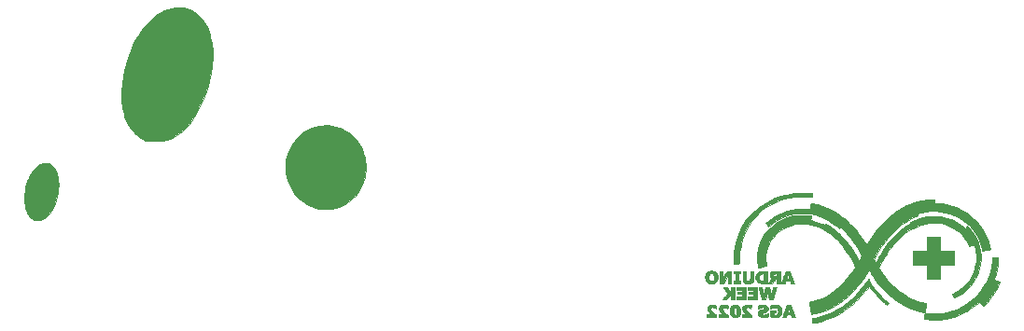
<source format=gbs>
G04 #@! TF.GenerationSoftware,KiCad,Pcbnew,(5.1.9-0-10_14)*
G04 #@! TF.CreationDate,2022-03-06T10:31:41-07:00*
G04 #@! TF.ProjectId,001,3030312e-6b69-4636-9164-5f7063625858,rev?*
G04 #@! TF.SameCoordinates,Original*
G04 #@! TF.FileFunction,Soldermask,Bot*
G04 #@! TF.FilePolarity,Negative*
%FSLAX46Y46*%
G04 Gerber Fmt 4.6, Leading zero omitted, Abs format (unit mm)*
G04 Created by KiCad (PCBNEW (5.1.9-0-10_14)) date 2022-03-06 10:31:41*
%MOMM*%
%LPD*%
G01*
G04 APERTURE LIST*
%ADD10C,0.010000*%
G04 APERTURE END LIST*
D10*
G36*
X179497167Y-115310670D02*
G01*
X179524022Y-115367797D01*
X179554720Y-115457362D01*
X179587476Y-115574743D01*
X179590880Y-115588166D01*
X179609495Y-115655133D01*
X179631261Y-115712882D01*
X179661305Y-115770412D01*
X179704753Y-115836724D01*
X179766733Y-115920819D01*
X179819245Y-115989100D01*
X180025489Y-116243843D01*
X180253405Y-116505519D01*
X180493855Y-116764460D01*
X180737700Y-117011000D01*
X180975801Y-117235468D01*
X181105638Y-117349998D01*
X181268025Y-117489233D01*
X181192650Y-117585980D01*
X181160556Y-117627979D01*
X181136186Y-117654264D01*
X181112320Y-117662988D01*
X181081736Y-117652308D01*
X181037214Y-117620379D01*
X180971532Y-117565354D01*
X180911500Y-117514147D01*
X180716702Y-117340617D01*
X180507267Y-117139379D01*
X180290991Y-116918625D01*
X180075668Y-116686547D01*
X179869094Y-116451340D01*
X179679063Y-116221196D01*
X179667290Y-116206381D01*
X179495580Y-115989744D01*
X179309386Y-116227547D01*
X179123896Y-116455826D01*
X178919835Y-116691650D01*
X178703872Y-116928122D01*
X178482673Y-117158345D01*
X178262907Y-117375422D01*
X178051240Y-117572457D01*
X177854341Y-117742553D01*
X177809598Y-117778942D01*
X177354080Y-118121337D01*
X176893212Y-118421898D01*
X176426590Y-118680832D01*
X175953810Y-118898349D01*
X175474471Y-119074656D01*
X175090667Y-119184995D01*
X175006031Y-119205471D01*
X174903153Y-119228979D01*
X174790578Y-119253727D01*
X174676854Y-119277926D01*
X174570529Y-119299786D01*
X174480147Y-119317516D01*
X174414258Y-119329326D01*
X174381935Y-119333434D01*
X174370075Y-119316297D01*
X174362932Y-119296392D01*
X174354749Y-119257986D01*
X174344377Y-119195092D01*
X174333364Y-119119330D01*
X174323258Y-119042320D01*
X174315608Y-118975681D01*
X174311964Y-118931033D01*
X174312642Y-118919070D01*
X174334237Y-118913162D01*
X174390089Y-118900575D01*
X174472931Y-118882875D01*
X174575496Y-118861629D01*
X174636642Y-118849209D01*
X175137822Y-118726595D01*
X175627437Y-118563500D01*
X176104927Y-118360322D01*
X176569735Y-118117459D01*
X177021300Y-117835308D01*
X177459063Y-117514266D01*
X177882465Y-117154730D01*
X178290947Y-116757099D01*
X178683950Y-116321769D01*
X179060914Y-115849138D01*
X179276174Y-115552093D01*
X179340945Y-115461024D01*
X179397920Y-115383756D01*
X179442483Y-115326328D01*
X179470021Y-115294781D01*
X179475941Y-115290600D01*
X179497167Y-115310670D01*
G37*
X179497167Y-115310670D02*
X179524022Y-115367797D01*
X179554720Y-115457362D01*
X179587476Y-115574743D01*
X179590880Y-115588166D01*
X179609495Y-115655133D01*
X179631261Y-115712882D01*
X179661305Y-115770412D01*
X179704753Y-115836724D01*
X179766733Y-115920819D01*
X179819245Y-115989100D01*
X180025489Y-116243843D01*
X180253405Y-116505519D01*
X180493855Y-116764460D01*
X180737700Y-117011000D01*
X180975801Y-117235468D01*
X181105638Y-117349998D01*
X181268025Y-117489233D01*
X181192650Y-117585980D01*
X181160556Y-117627979D01*
X181136186Y-117654264D01*
X181112320Y-117662988D01*
X181081736Y-117652308D01*
X181037214Y-117620379D01*
X180971532Y-117565354D01*
X180911500Y-117514147D01*
X180716702Y-117340617D01*
X180507267Y-117139379D01*
X180290991Y-116918625D01*
X180075668Y-116686547D01*
X179869094Y-116451340D01*
X179679063Y-116221196D01*
X179667290Y-116206381D01*
X179495580Y-115989744D01*
X179309386Y-116227547D01*
X179123896Y-116455826D01*
X178919835Y-116691650D01*
X178703872Y-116928122D01*
X178482673Y-117158345D01*
X178262907Y-117375422D01*
X178051240Y-117572457D01*
X177854341Y-117742553D01*
X177809598Y-117778942D01*
X177354080Y-118121337D01*
X176893212Y-118421898D01*
X176426590Y-118680832D01*
X175953810Y-118898349D01*
X175474471Y-119074656D01*
X175090667Y-119184995D01*
X175006031Y-119205471D01*
X174903153Y-119228979D01*
X174790578Y-119253727D01*
X174676854Y-119277926D01*
X174570529Y-119299786D01*
X174480147Y-119317516D01*
X174414258Y-119329326D01*
X174381935Y-119333434D01*
X174370075Y-119316297D01*
X174362932Y-119296392D01*
X174354749Y-119257986D01*
X174344377Y-119195092D01*
X174333364Y-119119330D01*
X174323258Y-119042320D01*
X174315608Y-118975681D01*
X174311964Y-118931033D01*
X174312642Y-118919070D01*
X174334237Y-118913162D01*
X174390089Y-118900575D01*
X174472931Y-118882875D01*
X174575496Y-118861629D01*
X174636642Y-118849209D01*
X175137822Y-118726595D01*
X175627437Y-118563500D01*
X176104927Y-118360322D01*
X176569735Y-118117459D01*
X177021300Y-117835308D01*
X177459063Y-117514266D01*
X177882465Y-117154730D01*
X178290947Y-116757099D01*
X178683950Y-116321769D01*
X179060914Y-115849138D01*
X179276174Y-115552093D01*
X179340945Y-115461024D01*
X179397920Y-115383756D01*
X179442483Y-115326328D01*
X179470021Y-115294781D01*
X179475941Y-115290600D01*
X179497167Y-115310670D01*
G36*
X190941921Y-113390280D02*
G01*
X191208996Y-113396184D01*
X191202226Y-113629017D01*
X191171633Y-114043093D01*
X191104736Y-114465094D01*
X191003395Y-114884624D01*
X190941668Y-115086321D01*
X190908937Y-115185488D01*
X190880435Y-115270847D01*
X190859022Y-115333901D01*
X190847559Y-115366149D01*
X190847026Y-115367457D01*
X190861720Y-115384674D01*
X190912145Y-115413027D01*
X190993859Y-115450305D01*
X191100315Y-115493483D01*
X191363812Y-115595569D01*
X191322123Y-115702376D01*
X191192451Y-115998452D01*
X191031453Y-116306542D01*
X190844823Y-116618129D01*
X190638257Y-116924698D01*
X190417452Y-117217731D01*
X190188101Y-117488713D01*
X189986574Y-117699387D01*
X189872068Y-117811591D01*
X189676977Y-117607521D01*
X189481885Y-117403452D01*
X189382401Y-117495671D01*
X189161404Y-117686606D01*
X188910170Y-117879225D01*
X188639687Y-118065592D01*
X188360944Y-118237770D01*
X188331319Y-118254889D01*
X188058931Y-118399161D01*
X187758950Y-118536664D01*
X187441728Y-118663723D01*
X187117618Y-118776663D01*
X186796971Y-118871809D01*
X186490141Y-118945484D01*
X186277250Y-118984145D01*
X186188243Y-118994673D01*
X186068820Y-119004482D01*
X185928479Y-119013214D01*
X185776714Y-119020507D01*
X185623024Y-119026002D01*
X185476903Y-119029339D01*
X185347850Y-119030157D01*
X185245360Y-119028097D01*
X185197750Y-119025070D01*
X185144686Y-119020305D01*
X185060446Y-119013068D01*
X184956049Y-119004292D01*
X184842514Y-118994912D01*
X184827334Y-118993671D01*
X184719355Y-118984388D01*
X184624857Y-118975402D01*
X184552765Y-118967623D01*
X184512001Y-118961963D01*
X184508133Y-118961095D01*
X184494555Y-118953679D01*
X184487262Y-118935938D01*
X184486352Y-118900808D01*
X184491924Y-118841227D01*
X184504076Y-118750133D01*
X184511828Y-118696216D01*
X184526859Y-118597125D01*
X184540620Y-118514293D01*
X184551625Y-118456167D01*
X184558383Y-118431190D01*
X184558545Y-118431000D01*
X184582387Y-118429360D01*
X184638107Y-118433050D01*
X184715696Y-118441289D01*
X184755933Y-118446387D01*
X184883178Y-118458656D01*
X185042252Y-118466838D01*
X185222856Y-118471012D01*
X185414692Y-118471258D01*
X185607462Y-118467655D01*
X185790866Y-118460282D01*
X185954606Y-118449218D01*
X186076167Y-118436234D01*
X186556020Y-118351397D01*
X187019653Y-118228634D01*
X187465442Y-118068709D01*
X187891764Y-117872385D01*
X188296994Y-117640427D01*
X188679510Y-117373599D01*
X189037686Y-117072663D01*
X189101136Y-117013327D01*
X189422831Y-116678844D01*
X189709682Y-116320989D01*
X189960813Y-115941653D01*
X190175350Y-115542729D01*
X190352417Y-115126105D01*
X190491138Y-114693674D01*
X190590641Y-114247327D01*
X190650048Y-113788953D01*
X190660210Y-113644280D01*
X190674846Y-113384377D01*
X190941921Y-113390280D01*
G37*
X190941921Y-113390280D02*
X191208996Y-113396184D01*
X191202226Y-113629017D01*
X191171633Y-114043093D01*
X191104736Y-114465094D01*
X191003395Y-114884624D01*
X190941668Y-115086321D01*
X190908937Y-115185488D01*
X190880435Y-115270847D01*
X190859022Y-115333901D01*
X190847559Y-115366149D01*
X190847026Y-115367457D01*
X190861720Y-115384674D01*
X190912145Y-115413027D01*
X190993859Y-115450305D01*
X191100315Y-115493483D01*
X191363812Y-115595569D01*
X191322123Y-115702376D01*
X191192451Y-115998452D01*
X191031453Y-116306542D01*
X190844823Y-116618129D01*
X190638257Y-116924698D01*
X190417452Y-117217731D01*
X190188101Y-117488713D01*
X189986574Y-117699387D01*
X189872068Y-117811591D01*
X189676977Y-117607521D01*
X189481885Y-117403452D01*
X189382401Y-117495671D01*
X189161404Y-117686606D01*
X188910170Y-117879225D01*
X188639687Y-118065592D01*
X188360944Y-118237770D01*
X188331319Y-118254889D01*
X188058931Y-118399161D01*
X187758950Y-118536664D01*
X187441728Y-118663723D01*
X187117618Y-118776663D01*
X186796971Y-118871809D01*
X186490141Y-118945484D01*
X186277250Y-118984145D01*
X186188243Y-118994673D01*
X186068820Y-119004482D01*
X185928479Y-119013214D01*
X185776714Y-119020507D01*
X185623024Y-119026002D01*
X185476903Y-119029339D01*
X185347850Y-119030157D01*
X185245360Y-119028097D01*
X185197750Y-119025070D01*
X185144686Y-119020305D01*
X185060446Y-119013068D01*
X184956049Y-119004292D01*
X184842514Y-118994912D01*
X184827334Y-118993671D01*
X184719355Y-118984388D01*
X184624857Y-118975402D01*
X184552765Y-118967623D01*
X184512001Y-118961963D01*
X184508133Y-118961095D01*
X184494555Y-118953679D01*
X184487262Y-118935938D01*
X184486352Y-118900808D01*
X184491924Y-118841227D01*
X184504076Y-118750133D01*
X184511828Y-118696216D01*
X184526859Y-118597125D01*
X184540620Y-118514293D01*
X184551625Y-118456167D01*
X184558383Y-118431190D01*
X184558545Y-118431000D01*
X184582387Y-118429360D01*
X184638107Y-118433050D01*
X184715696Y-118441289D01*
X184755933Y-118446387D01*
X184883178Y-118458656D01*
X185042252Y-118466838D01*
X185222856Y-118471012D01*
X185414692Y-118471258D01*
X185607462Y-118467655D01*
X185790866Y-118460282D01*
X185954606Y-118449218D01*
X186076167Y-118436234D01*
X186556020Y-118351397D01*
X187019653Y-118228634D01*
X187465442Y-118068709D01*
X187891764Y-117872385D01*
X188296994Y-117640427D01*
X188679510Y-117373599D01*
X189037686Y-117072663D01*
X189101136Y-117013327D01*
X189422831Y-116678844D01*
X189709682Y-116320989D01*
X189960813Y-115941653D01*
X190175350Y-115542729D01*
X190352417Y-115126105D01*
X190491138Y-114693674D01*
X190590641Y-114247327D01*
X190650048Y-113788953D01*
X190660210Y-113644280D01*
X190674846Y-113384377D01*
X190941921Y-113390280D01*
G36*
X167471893Y-117670043D02*
G01*
X167583962Y-117702376D01*
X167678066Y-117758771D01*
X167733466Y-117820264D01*
X167778052Y-117915769D01*
X167809262Y-118039921D01*
X167824859Y-118180524D01*
X167823633Y-118312035D01*
X167802867Y-118467426D01*
X167763462Y-118589162D01*
X167703197Y-118682608D01*
X167649498Y-118732479D01*
X167605330Y-118763029D01*
X167562496Y-118781903D01*
X167508178Y-118792363D01*
X167429561Y-118797670D01*
X167387691Y-118799104D01*
X167289093Y-118799961D01*
X167219721Y-118794309D01*
X167166727Y-118780330D01*
X167128412Y-118762430D01*
X167040696Y-118697428D01*
X166977212Y-118608555D01*
X166936302Y-118491803D01*
X166916307Y-118343164D01*
X166915353Y-118307573D01*
X167217642Y-118307573D01*
X167224454Y-118412297D01*
X167242082Y-118487924D01*
X167271500Y-118540603D01*
X167281347Y-118551447D01*
X167335385Y-118587745D01*
X167395533Y-118586546D01*
X167416802Y-118579452D01*
X167461784Y-118544508D01*
X167492856Y-118477778D01*
X167510872Y-118376291D01*
X167516683Y-118237080D01*
X167516677Y-118231821D01*
X167512012Y-118096984D01*
X167497344Y-117999608D01*
X167470563Y-117935562D01*
X167429559Y-117900717D01*
X167372220Y-117890941D01*
X167343667Y-117893199D01*
X167305213Y-117910338D01*
X167270843Y-117937369D01*
X167249671Y-117966365D01*
X167235534Y-118010186D01*
X167226362Y-118078334D01*
X167220676Y-118167604D01*
X167217642Y-118307573D01*
X166915353Y-118307573D01*
X166913631Y-118243350D01*
X166919419Y-118095646D01*
X166937428Y-117980251D01*
X166970089Y-117888288D01*
X167019834Y-117810882D01*
X167037859Y-117789826D01*
X167124841Y-117721665D01*
X167232638Y-117679264D01*
X167351553Y-117662198D01*
X167471893Y-117670043D01*
G37*
X167471893Y-117670043D02*
X167583962Y-117702376D01*
X167678066Y-117758771D01*
X167733466Y-117820264D01*
X167778052Y-117915769D01*
X167809262Y-118039921D01*
X167824859Y-118180524D01*
X167823633Y-118312035D01*
X167802867Y-118467426D01*
X167763462Y-118589162D01*
X167703197Y-118682608D01*
X167649498Y-118732479D01*
X167605330Y-118763029D01*
X167562496Y-118781903D01*
X167508178Y-118792363D01*
X167429561Y-118797670D01*
X167387691Y-118799104D01*
X167289093Y-118799961D01*
X167219721Y-118794309D01*
X167166727Y-118780330D01*
X167128412Y-118762430D01*
X167040696Y-118697428D01*
X166977212Y-118608555D01*
X166936302Y-118491803D01*
X166916307Y-118343164D01*
X166915353Y-118307573D01*
X167217642Y-118307573D01*
X167224454Y-118412297D01*
X167242082Y-118487924D01*
X167271500Y-118540603D01*
X167281347Y-118551447D01*
X167335385Y-118587745D01*
X167395533Y-118586546D01*
X167416802Y-118579452D01*
X167461784Y-118544508D01*
X167492856Y-118477778D01*
X167510872Y-118376291D01*
X167516683Y-118237080D01*
X167516677Y-118231821D01*
X167512012Y-118096984D01*
X167497344Y-117999608D01*
X167470563Y-117935562D01*
X167429559Y-117900717D01*
X167372220Y-117890941D01*
X167343667Y-117893199D01*
X167305213Y-117910338D01*
X167270843Y-117937369D01*
X167249671Y-117966365D01*
X167235534Y-118010186D01*
X167226362Y-118078334D01*
X167220676Y-118167604D01*
X167217642Y-118307573D01*
X166915353Y-118307573D01*
X166913631Y-118243350D01*
X166919419Y-118095646D01*
X166937428Y-117980251D01*
X166970089Y-117888288D01*
X167019834Y-117810882D01*
X167037859Y-117789826D01*
X167124841Y-117721665D01*
X167232638Y-117679264D01*
X167351553Y-117662198D01*
X167471893Y-117670043D01*
G36*
X169942070Y-117669680D02*
G01*
X170076952Y-117696925D01*
X170189325Y-117747169D01*
X170274975Y-117818518D01*
X170329688Y-117909076D01*
X170349250Y-118016949D01*
X170349254Y-118018939D01*
X170332731Y-118125157D01*
X170282278Y-118213236D01*
X170196294Y-118284503D01*
X170073175Y-118340288D01*
X169911317Y-118381918D01*
X169911084Y-118381963D01*
X169815554Y-118408648D01*
X169752111Y-118443420D01*
X169722791Y-118482363D01*
X169729629Y-118521562D01*
X169774658Y-118557101D01*
X169812192Y-118572295D01*
X169916255Y-118586776D01*
X170038924Y-118570640D01*
X170171206Y-118525370D01*
X170211224Y-118506430D01*
X170275194Y-118474706D01*
X170322324Y-118452354D01*
X170341733Y-118444434D01*
X170345520Y-118463792D01*
X170348243Y-118514641D01*
X170349332Y-118586139D01*
X170349334Y-118589049D01*
X170349334Y-118733664D01*
X170269959Y-118760147D01*
X170191704Y-118778017D01*
X170088980Y-118790233D01*
X169974664Y-118796490D01*
X169861634Y-118796483D01*
X169762767Y-118789907D01*
X169690941Y-118776459D01*
X169683807Y-118774022D01*
X169577972Y-118723734D01*
X169502493Y-118659184D01*
X169445617Y-118570333D01*
X169413282Y-118462242D01*
X169421346Y-118356672D01*
X169468846Y-118260387D01*
X169493972Y-118230795D01*
X169560380Y-118182396D01*
X169659765Y-118137304D01*
X169782774Y-118099127D01*
X169897657Y-118075020D01*
X169962251Y-118056529D01*
X170012847Y-118028904D01*
X170021087Y-118021280D01*
X170043468Y-117990809D01*
X170037703Y-117965896D01*
X170012389Y-117938156D01*
X169949346Y-117902469D01*
X169860984Y-117888936D01*
X169757886Y-117897281D01*
X169650637Y-117927229D01*
X169601469Y-117948857D01*
X169540803Y-117977475D01*
X169495066Y-117996010D01*
X169479761Y-117999934D01*
X169469822Y-117980638D01*
X169462818Y-117930197D01*
X169460334Y-117863794D01*
X169460334Y-117727654D01*
X169621637Y-117691768D01*
X169788894Y-117667329D01*
X169942070Y-117669680D01*
G37*
X169942070Y-117669680D02*
X170076952Y-117696925D01*
X170189325Y-117747169D01*
X170274975Y-117818518D01*
X170329688Y-117909076D01*
X170349250Y-118016949D01*
X170349254Y-118018939D01*
X170332731Y-118125157D01*
X170282278Y-118213236D01*
X170196294Y-118284503D01*
X170073175Y-118340288D01*
X169911317Y-118381918D01*
X169911084Y-118381963D01*
X169815554Y-118408648D01*
X169752111Y-118443420D01*
X169722791Y-118482363D01*
X169729629Y-118521562D01*
X169774658Y-118557101D01*
X169812192Y-118572295D01*
X169916255Y-118586776D01*
X170038924Y-118570640D01*
X170171206Y-118525370D01*
X170211224Y-118506430D01*
X170275194Y-118474706D01*
X170322324Y-118452354D01*
X170341733Y-118444434D01*
X170345520Y-118463792D01*
X170348243Y-118514641D01*
X170349332Y-118586139D01*
X170349334Y-118589049D01*
X170349334Y-118733664D01*
X170269959Y-118760147D01*
X170191704Y-118778017D01*
X170088980Y-118790233D01*
X169974664Y-118796490D01*
X169861634Y-118796483D01*
X169762767Y-118789907D01*
X169690941Y-118776459D01*
X169683807Y-118774022D01*
X169577972Y-118723734D01*
X169502493Y-118659184D01*
X169445617Y-118570333D01*
X169413282Y-118462242D01*
X169421346Y-118356672D01*
X169468846Y-118260387D01*
X169493972Y-118230795D01*
X169560380Y-118182396D01*
X169659765Y-118137304D01*
X169782774Y-118099127D01*
X169897657Y-118075020D01*
X169962251Y-118056529D01*
X170012847Y-118028904D01*
X170021087Y-118021280D01*
X170043468Y-117990809D01*
X170037703Y-117965896D01*
X170012389Y-117938156D01*
X169949346Y-117902469D01*
X169860984Y-117888936D01*
X169757886Y-117897281D01*
X169650637Y-117927229D01*
X169601469Y-117948857D01*
X169540803Y-117977475D01*
X169495066Y-117996010D01*
X169479761Y-117999934D01*
X169469822Y-117980638D01*
X169462818Y-117930197D01*
X169460334Y-117863794D01*
X169460334Y-117727654D01*
X169621637Y-117691768D01*
X169788894Y-117667329D01*
X169942070Y-117669680D01*
G36*
X171076325Y-117671050D02*
G01*
X171229318Y-117707646D01*
X171357284Y-117775576D01*
X171457809Y-117873004D01*
X171528476Y-117998094D01*
X171566873Y-118149007D01*
X171569977Y-118176670D01*
X171567226Y-118336906D01*
X171529542Y-118481718D01*
X171459360Y-118606098D01*
X171359113Y-118705034D01*
X171293254Y-118746160D01*
X171214176Y-118773222D01*
X171106120Y-118791016D01*
X170981512Y-118799085D01*
X170852778Y-118796977D01*
X170732347Y-118784235D01*
X170661542Y-118769267D01*
X170539834Y-118736204D01*
X170539834Y-118169267D01*
X171047834Y-118169267D01*
X171047834Y-118402100D01*
X170836167Y-118402100D01*
X170836167Y-118592600D01*
X170916349Y-118592600D01*
X171012315Y-118576659D01*
X171106407Y-118534315D01*
X171183820Y-118473783D01*
X171220892Y-118423597D01*
X171247711Y-118342605D01*
X171258590Y-118244274D01*
X171253068Y-118147075D01*
X171230685Y-118069480D01*
X171229761Y-118067674D01*
X171192662Y-118012451D01*
X171144468Y-117958613D01*
X171143389Y-117957600D01*
X171107900Y-117929376D01*
X171068514Y-117913348D01*
X171012134Y-117906218D01*
X170933134Y-117904684D01*
X170846287Y-117906967D01*
X170783872Y-117916904D01*
X170728099Y-117939127D01*
X170668850Y-117973475D01*
X170609411Y-118009570D01*
X170565764Y-118034480D01*
X170549010Y-118042267D01*
X170544460Y-118022899D01*
X170541176Y-117971984D01*
X170539837Y-117900304D01*
X170539834Y-117896090D01*
X170539834Y-117749913D01*
X170640375Y-117714683D01*
X170714040Y-117695074D01*
X170808974Y-117678039D01*
X170900720Y-117667626D01*
X171076325Y-117671050D01*
G37*
X171076325Y-117671050D02*
X171229318Y-117707646D01*
X171357284Y-117775576D01*
X171457809Y-117873004D01*
X171528476Y-117998094D01*
X171566873Y-118149007D01*
X171569977Y-118176670D01*
X171567226Y-118336906D01*
X171529542Y-118481718D01*
X171459360Y-118606098D01*
X171359113Y-118705034D01*
X171293254Y-118746160D01*
X171214176Y-118773222D01*
X171106120Y-118791016D01*
X170981512Y-118799085D01*
X170852778Y-118796977D01*
X170732347Y-118784235D01*
X170661542Y-118769267D01*
X170539834Y-118736204D01*
X170539834Y-118169267D01*
X171047834Y-118169267D01*
X171047834Y-118402100D01*
X170836167Y-118402100D01*
X170836167Y-118592600D01*
X170916349Y-118592600D01*
X171012315Y-118576659D01*
X171106407Y-118534315D01*
X171183820Y-118473783D01*
X171220892Y-118423597D01*
X171247711Y-118342605D01*
X171258590Y-118244274D01*
X171253068Y-118147075D01*
X171230685Y-118069480D01*
X171229761Y-118067674D01*
X171192662Y-118012451D01*
X171144468Y-117958613D01*
X171143389Y-117957600D01*
X171107900Y-117929376D01*
X171068514Y-117913348D01*
X171012134Y-117906218D01*
X170933134Y-117904684D01*
X170846287Y-117906967D01*
X170783872Y-117916904D01*
X170728099Y-117939127D01*
X170668850Y-117973475D01*
X170609411Y-118009570D01*
X170565764Y-118034480D01*
X170549010Y-118042267D01*
X170544460Y-118022899D01*
X170541176Y-117971984D01*
X170539837Y-117900304D01*
X170539834Y-117896090D01*
X170539834Y-117749913D01*
X170640375Y-117714683D01*
X170714040Y-117695074D01*
X170808974Y-117678039D01*
X170900720Y-117667626D01*
X171076325Y-117671050D01*
G36*
X165387367Y-117676173D02*
G01*
X165493292Y-117692126D01*
X165528625Y-117701059D01*
X165629167Y-117730269D01*
X165629167Y-117850990D01*
X165627165Y-117918739D01*
X165621994Y-117967756D01*
X165616838Y-117984040D01*
X165592586Y-117982540D01*
X165542684Y-117965867D01*
X165495130Y-117945441D01*
X165383962Y-117905712D01*
X165288527Y-117895145D01*
X165213424Y-117912545D01*
X165163251Y-117956720D01*
X165142608Y-118026475D01*
X165142334Y-118037038D01*
X165151247Y-118099435D01*
X165180166Y-118164429D01*
X165232364Y-118235847D01*
X165311110Y-118317516D01*
X165419676Y-118413265D01*
X165560375Y-118526174D01*
X165613586Y-118571173D01*
X165640352Y-118608954D01*
X165649549Y-118655641D01*
X165650334Y-118689629D01*
X165650334Y-118783100D01*
X164782500Y-118783100D01*
X164782500Y-118571434D01*
X165251968Y-118571434D01*
X165148723Y-118489823D01*
X165015771Y-118369764D01*
X164917330Y-118248755D01*
X164853994Y-118129823D01*
X164826357Y-118015992D01*
X164835015Y-117910288D01*
X164880561Y-117815737D01*
X164963589Y-117735364D01*
X164996379Y-117714184D01*
X165063859Y-117690033D01*
X165159970Y-117675439D01*
X165272033Y-117670715D01*
X165387367Y-117676173D01*
G37*
X165387367Y-117676173D02*
X165493292Y-117692126D01*
X165528625Y-117701059D01*
X165629167Y-117730269D01*
X165629167Y-117850990D01*
X165627165Y-117918739D01*
X165621994Y-117967756D01*
X165616838Y-117984040D01*
X165592586Y-117982540D01*
X165542684Y-117965867D01*
X165495130Y-117945441D01*
X165383962Y-117905712D01*
X165288527Y-117895145D01*
X165213424Y-117912545D01*
X165163251Y-117956720D01*
X165142608Y-118026475D01*
X165142334Y-118037038D01*
X165151247Y-118099435D01*
X165180166Y-118164429D01*
X165232364Y-118235847D01*
X165311110Y-118317516D01*
X165419676Y-118413265D01*
X165560375Y-118526174D01*
X165613586Y-118571173D01*
X165640352Y-118608954D01*
X165649549Y-118655641D01*
X165650334Y-118689629D01*
X165650334Y-118783100D01*
X164782500Y-118783100D01*
X164782500Y-118571434D01*
X165251968Y-118571434D01*
X165148723Y-118489823D01*
X165015771Y-118369764D01*
X164917330Y-118248755D01*
X164853994Y-118129823D01*
X164826357Y-118015992D01*
X164835015Y-117910288D01*
X164880561Y-117815737D01*
X164963589Y-117735364D01*
X164996379Y-117714184D01*
X165063859Y-117690033D01*
X165159970Y-117675439D01*
X165272033Y-117670715D01*
X165387367Y-117676173D01*
G36*
X166457502Y-117676015D02*
G01*
X166566480Y-117694771D01*
X166608125Y-117706264D01*
X166687500Y-117731870D01*
X166687500Y-117865902D01*
X166686280Y-117934957D01*
X166683093Y-117983347D01*
X166679019Y-117999934D01*
X166656829Y-117991714D01*
X166607982Y-117970408D01*
X166557310Y-117947224D01*
X166479654Y-117917499D01*
X166402993Y-117898289D01*
X166364709Y-117894307D01*
X166282298Y-117910507D01*
X166227110Y-117955087D01*
X166202778Y-118021274D01*
X166212937Y-118102295D01*
X166230811Y-118143860D01*
X166264996Y-118191605D01*
X166324715Y-118258197D01*
X166402378Y-118336118D01*
X166490398Y-118417849D01*
X166581187Y-118495873D01*
X166608125Y-118517669D01*
X166664676Y-118565464D01*
X166694834Y-118602830D01*
X166706762Y-118643792D01*
X166708667Y-118690400D01*
X166708667Y-118783100D01*
X165840834Y-118783100D01*
X165840834Y-118571434D01*
X166308698Y-118571434D01*
X166179526Y-118463935D01*
X166047034Y-118339047D01*
X165955311Y-118218040D01*
X165903222Y-118098782D01*
X165889632Y-117979141D01*
X165894961Y-117929264D01*
X165931229Y-117834589D01*
X166000923Y-117754129D01*
X166095498Y-117696564D01*
X166138445Y-117681875D01*
X166226699Y-117668696D01*
X166338646Y-117667033D01*
X166457502Y-117676015D01*
G37*
X166457502Y-117676015D02*
X166566480Y-117694771D01*
X166608125Y-117706264D01*
X166687500Y-117731870D01*
X166687500Y-117865902D01*
X166686280Y-117934957D01*
X166683093Y-117983347D01*
X166679019Y-117999934D01*
X166656829Y-117991714D01*
X166607982Y-117970408D01*
X166557310Y-117947224D01*
X166479654Y-117917499D01*
X166402993Y-117898289D01*
X166364709Y-117894307D01*
X166282298Y-117910507D01*
X166227110Y-117955087D01*
X166202778Y-118021274D01*
X166212937Y-118102295D01*
X166230811Y-118143860D01*
X166264996Y-118191605D01*
X166324715Y-118258197D01*
X166402378Y-118336118D01*
X166490398Y-118417849D01*
X166581187Y-118495873D01*
X166608125Y-118517669D01*
X166664676Y-118565464D01*
X166694834Y-118602830D01*
X166706762Y-118643792D01*
X166708667Y-118690400D01*
X166708667Y-118783100D01*
X165840834Y-118783100D01*
X165840834Y-118571434D01*
X166308698Y-118571434D01*
X166179526Y-118463935D01*
X166047034Y-118339047D01*
X165955311Y-118218040D01*
X165903222Y-118098782D01*
X165889632Y-117979141D01*
X165894961Y-117929264D01*
X165931229Y-117834589D01*
X166000923Y-117754129D01*
X166095498Y-117696564D01*
X166138445Y-117681875D01*
X166226699Y-117668696D01*
X166338646Y-117667033D01*
X166457502Y-117676015D01*
G36*
X168540974Y-117676334D02*
G01*
X168633454Y-117685095D01*
X168704388Y-117697314D01*
X168714209Y-117699944D01*
X168804167Y-117726399D01*
X168804167Y-117863166D01*
X168802662Y-117933007D01*
X168798727Y-117982296D01*
X168793507Y-117999934D01*
X168769913Y-117990820D01*
X168723545Y-117967976D01*
X168703934Y-117957639D01*
X168592024Y-117911243D01*
X168492437Y-117896652D01*
X168410404Y-117913719D01*
X168351157Y-117962298D01*
X168347481Y-117967659D01*
X168325872Y-118036016D01*
X168343175Y-118116283D01*
X168399655Y-118208860D01*
X168495580Y-118314149D01*
X168631217Y-118432548D01*
X168687576Y-118476742D01*
X168761582Y-118534307D01*
X168808102Y-118575047D01*
X168833509Y-118607547D01*
X168844178Y-118640392D01*
X168846482Y-118682167D01*
X168846500Y-118690784D01*
X168846500Y-118783100D01*
X167957500Y-118783100D01*
X167957500Y-118571434D01*
X168430787Y-118571434D01*
X168337018Y-118492757D01*
X168213504Y-118381979D01*
X168124090Y-118283599D01*
X168064840Y-118191425D01*
X168031822Y-118099266D01*
X168021100Y-118000929D01*
X168021079Y-117995485D01*
X168034991Y-117880023D01*
X168077782Y-117791501D01*
X168151305Y-117728505D01*
X168257417Y-117689622D01*
X168397972Y-117673435D01*
X168444334Y-117672780D01*
X168540974Y-117676334D01*
G37*
X168540974Y-117676334D02*
X168633454Y-117685095D01*
X168704388Y-117697314D01*
X168714209Y-117699944D01*
X168804167Y-117726399D01*
X168804167Y-117863166D01*
X168802662Y-117933007D01*
X168798727Y-117982296D01*
X168793507Y-117999934D01*
X168769913Y-117990820D01*
X168723545Y-117967976D01*
X168703934Y-117957639D01*
X168592024Y-117911243D01*
X168492437Y-117896652D01*
X168410404Y-117913719D01*
X168351157Y-117962298D01*
X168347481Y-117967659D01*
X168325872Y-118036016D01*
X168343175Y-118116283D01*
X168399655Y-118208860D01*
X168495580Y-118314149D01*
X168631217Y-118432548D01*
X168687576Y-118476742D01*
X168761582Y-118534307D01*
X168808102Y-118575047D01*
X168833509Y-118607547D01*
X168844178Y-118640392D01*
X168846482Y-118682167D01*
X168846500Y-118690784D01*
X168846500Y-118783100D01*
X167957500Y-118783100D01*
X167957500Y-118571434D01*
X168430787Y-118571434D01*
X168337018Y-118492757D01*
X168213504Y-118381979D01*
X168124090Y-118283599D01*
X168064840Y-118191425D01*
X168031822Y-118099266D01*
X168021100Y-118000929D01*
X168021079Y-117995485D01*
X168034991Y-117880023D01*
X168077782Y-117791501D01*
X168151305Y-117728505D01*
X168257417Y-117689622D01*
X168397972Y-117673435D01*
X168444334Y-117672780D01*
X168540974Y-117676334D01*
G36*
X172588471Y-118216892D02*
G01*
X172640321Y-118358934D01*
X172686987Y-118487950D01*
X172726576Y-118598613D01*
X172757196Y-118685593D01*
X172776954Y-118743561D01*
X172783956Y-118767189D01*
X172783955Y-118767225D01*
X172764351Y-118775092D01*
X172713239Y-118780771D01*
X172641431Y-118783093D01*
X172637035Y-118783100D01*
X172490569Y-118783100D01*
X172420265Y-118571434D01*
X172028933Y-118571434D01*
X171997779Y-118671975D01*
X171966625Y-118772517D01*
X171814146Y-118778736D01*
X171739899Y-118779625D01*
X171685462Y-118776203D01*
X171661416Y-118769203D01*
X171661074Y-118768152D01*
X171667919Y-118744567D01*
X171687518Y-118686605D01*
X171717983Y-118599607D01*
X171757425Y-118488917D01*
X171803953Y-118359877D01*
X171812274Y-118337025D01*
X172116580Y-118337025D01*
X172128552Y-118354589D01*
X172159237Y-118359862D01*
X172209952Y-118359806D01*
X172221157Y-118359767D01*
X172285386Y-118357186D01*
X172328230Y-118350520D01*
X172339102Y-118343892D01*
X172332359Y-118317712D01*
X172314405Y-118262690D01*
X172288808Y-118189651D01*
X172282676Y-118172709D01*
X172226148Y-118017402D01*
X172179774Y-118140959D01*
X172143508Y-118237173D01*
X172122004Y-118300207D01*
X172116580Y-118337025D01*
X171812274Y-118337025D01*
X171855679Y-118217829D01*
X171856022Y-118216892D01*
X172051562Y-117682434D01*
X172392530Y-117682434D01*
X172588471Y-118216892D01*
G37*
X172588471Y-118216892D02*
X172640321Y-118358934D01*
X172686987Y-118487950D01*
X172726576Y-118598613D01*
X172757196Y-118685593D01*
X172776954Y-118743561D01*
X172783956Y-118767189D01*
X172783955Y-118767225D01*
X172764351Y-118775092D01*
X172713239Y-118780771D01*
X172641431Y-118783093D01*
X172637035Y-118783100D01*
X172490569Y-118783100D01*
X172420265Y-118571434D01*
X172028933Y-118571434D01*
X171997779Y-118671975D01*
X171966625Y-118772517D01*
X171814146Y-118778736D01*
X171739899Y-118779625D01*
X171685462Y-118776203D01*
X171661416Y-118769203D01*
X171661074Y-118768152D01*
X171667919Y-118744567D01*
X171687518Y-118686605D01*
X171717983Y-118599607D01*
X171757425Y-118488917D01*
X171803953Y-118359877D01*
X171812274Y-118337025D01*
X172116580Y-118337025D01*
X172128552Y-118354589D01*
X172159237Y-118359862D01*
X172209952Y-118359806D01*
X172221157Y-118359767D01*
X172285386Y-118357186D01*
X172328230Y-118350520D01*
X172339102Y-118343892D01*
X172332359Y-118317712D01*
X172314405Y-118262690D01*
X172288808Y-118189651D01*
X172282676Y-118172709D01*
X172226148Y-118017402D01*
X172179774Y-118140959D01*
X172143508Y-118237173D01*
X172122004Y-118300207D01*
X172116580Y-118337025D01*
X171812274Y-118337025D01*
X171855679Y-118217829D01*
X171856022Y-118216892D01*
X172051562Y-117682434D01*
X172392530Y-117682434D01*
X172588471Y-118216892D01*
G36*
X185398834Y-108432600D02*
G01*
X185595257Y-108432600D01*
X185769710Y-108438813D01*
X185970958Y-108456342D01*
X186185499Y-108483527D01*
X186399834Y-108518707D01*
X186563000Y-108551694D01*
X187007497Y-108670918D01*
X187435442Y-108826445D01*
X187844756Y-109016420D01*
X188233356Y-109238992D01*
X188599165Y-109492307D01*
X188940100Y-109774512D01*
X189254083Y-110083754D01*
X189539032Y-110418179D01*
X189792868Y-110775935D01*
X190013510Y-111155169D01*
X190198878Y-111554028D01*
X190326143Y-111903934D01*
X190353549Y-111995294D01*
X190382720Y-112101784D01*
X190411896Y-112215779D01*
X190439319Y-112329652D01*
X190463230Y-112435779D01*
X190481869Y-112526534D01*
X190493477Y-112594290D01*
X190496296Y-112631422D01*
X190494942Y-112635714D01*
X190471926Y-112642138D01*
X190415629Y-112653435D01*
X190334632Y-112668187D01*
X190237518Y-112684977D01*
X190132869Y-112702386D01*
X190029266Y-112718998D01*
X189935292Y-112733394D01*
X189859528Y-112744156D01*
X189810557Y-112749867D01*
X189800628Y-112750418D01*
X189781856Y-112738703D01*
X189764181Y-112699626D01*
X189745594Y-112627619D01*
X189732035Y-112560325D01*
X189678420Y-112333321D01*
X189601524Y-112087104D01*
X189506307Y-111833994D01*
X189397732Y-111586315D01*
X189280758Y-111356388D01*
X189177124Y-111182085D01*
X188927322Y-110834483D01*
X188646346Y-110514876D01*
X188336149Y-110224899D01*
X187998683Y-109966190D01*
X187635900Y-109740384D01*
X187249753Y-109549117D01*
X187206216Y-109530376D01*
X186803801Y-109382348D01*
X186386349Y-109272350D01*
X185958029Y-109200687D01*
X185523008Y-109167665D01*
X185085455Y-109173586D01*
X184649538Y-109218757D01*
X184219424Y-109303480D01*
X184192334Y-109310221D01*
X184098637Y-109334581D01*
X184014631Y-109357760D01*
X183952815Y-109376250D01*
X183933707Y-109382802D01*
X183898765Y-109398216D01*
X183886625Y-109417463D01*
X183893991Y-109454241D01*
X183907248Y-109492818D01*
X183926036Y-109547095D01*
X183937093Y-109581027D01*
X183938334Y-109585948D01*
X183919790Y-109594708D01*
X183869849Y-109614247D01*
X183797048Y-109641295D01*
X183742542Y-109660985D01*
X183494153Y-109762201D01*
X183228967Y-109892925D01*
X182954988Y-110048356D01*
X182680221Y-110223696D01*
X182412669Y-110414142D01*
X182181123Y-110597442D01*
X181853142Y-110891935D01*
X181529137Y-111222779D01*
X181213738Y-111583995D01*
X180911576Y-111969605D01*
X180627281Y-112373632D01*
X180365484Y-112790098D01*
X180130816Y-113213025D01*
X180084250Y-113304424D01*
X179955102Y-113562060D01*
X180002901Y-113664114D01*
X180046126Y-113745054D01*
X180088545Y-113804866D01*
X180125034Y-113837538D01*
X180150377Y-113837157D01*
X180165591Y-113811331D01*
X180193058Y-113755656D01*
X180228415Y-113679216D01*
X180255428Y-113618434D01*
X180320541Y-113476853D01*
X180393150Y-113334157D01*
X180477169Y-113183529D01*
X180576517Y-113018149D01*
X180695108Y-112831202D01*
X180796531Y-112676517D01*
X181118379Y-112219504D01*
X181454945Y-111797127D01*
X181804933Y-111410692D01*
X182167050Y-111061508D01*
X182540001Y-110750883D01*
X182922490Y-110480124D01*
X183050360Y-110399881D01*
X183130744Y-110348439D01*
X183195182Y-110302281D01*
X183236370Y-110266966D01*
X183247653Y-110249727D01*
X183239779Y-110202385D01*
X183237069Y-110190909D01*
X183249730Y-110169715D01*
X183297116Y-110137324D01*
X183380982Y-110092696D01*
X183493262Y-110039296D01*
X183905710Y-109871587D01*
X184321496Y-109745969D01*
X184740306Y-109662480D01*
X185161827Y-109621159D01*
X185585744Y-109622044D01*
X186011744Y-109665174D01*
X186234917Y-109704498D01*
X186579190Y-109792361D01*
X186925512Y-109915685D01*
X187264889Y-110070095D01*
X187588331Y-110251217D01*
X187886845Y-110454677D01*
X188055250Y-110589942D01*
X188203417Y-110717125D01*
X188305710Y-110617321D01*
X188408004Y-110517517D01*
X188546676Y-110665684D01*
X188815169Y-110981882D01*
X189047097Y-111316410D01*
X189241902Y-111666800D01*
X189399022Y-112030586D01*
X189517897Y-112405300D01*
X189597968Y-112788475D01*
X189638675Y-113177645D01*
X189639458Y-113570343D01*
X189599756Y-113964101D01*
X189519010Y-114356454D01*
X189442868Y-114613722D01*
X189297276Y-114985506D01*
X189114308Y-115341970D01*
X188896871Y-115679740D01*
X188647874Y-115995443D01*
X188370226Y-116285703D01*
X188066837Y-116547147D01*
X187740614Y-116776399D01*
X187424511Y-116955129D01*
X187238272Y-117048894D01*
X187152817Y-116866538D01*
X187116765Y-116787500D01*
X187089807Y-116724311D01*
X187075531Y-116685620D01*
X187074473Y-116677817D01*
X187095524Y-116665894D01*
X187144379Y-116640400D01*
X187210932Y-116606601D01*
X187218511Y-116602797D01*
X187552497Y-116412737D01*
X187862960Y-116190500D01*
X188147647Y-115939077D01*
X188404304Y-115661456D01*
X188630681Y-115360624D01*
X188824523Y-115039571D01*
X188983580Y-114701285D01*
X189105598Y-114348755D01*
X189187373Y-113990571D01*
X189214868Y-113774024D01*
X189229087Y-113534006D01*
X189230008Y-113286072D01*
X189217613Y-113045775D01*
X189191882Y-112828670D01*
X189188858Y-112810483D01*
X189171934Y-112722504D01*
X189149372Y-112620438D01*
X189123500Y-112513177D01*
X189096642Y-112409616D01*
X189071126Y-112318647D01*
X189049278Y-112249163D01*
X189033424Y-112210057D01*
X189030785Y-112206197D01*
X189010572Y-112211108D01*
X188959394Y-112228072D01*
X188885875Y-112254148D01*
X188829120Y-112274989D01*
X188742887Y-112306168D01*
X188670590Y-112330677D01*
X188621989Y-112345293D01*
X188607995Y-112347974D01*
X188590317Y-112329709D01*
X188559774Y-112280360D01*
X188520702Y-112207525D01*
X188478751Y-112121608D01*
X188308553Y-111806437D01*
X188105660Y-111515577D01*
X187872948Y-111250384D01*
X187613292Y-111012215D01*
X187329567Y-110802427D01*
X187024650Y-110622377D01*
X186701414Y-110473421D01*
X186362736Y-110356916D01*
X186011492Y-110274218D01*
X185650555Y-110226686D01*
X185282803Y-110215674D01*
X184911109Y-110242540D01*
X184605084Y-110293853D01*
X184223758Y-110395794D01*
X183845179Y-110539010D01*
X183470754Y-110722465D01*
X183101889Y-110945123D01*
X182739992Y-111205948D01*
X182386467Y-111503902D01*
X182042723Y-111837950D01*
X181710166Y-112207055D01*
X181390203Y-112610180D01*
X181306441Y-112724325D01*
X181248759Y-112805153D01*
X181193313Y-112885107D01*
X181137914Y-112967814D01*
X181080373Y-113056903D01*
X181018501Y-113156001D01*
X180950109Y-113268737D01*
X180873008Y-113398738D01*
X180785009Y-113549633D01*
X180683922Y-113725049D01*
X180567560Y-113928614D01*
X180433733Y-114163957D01*
X180369630Y-114276961D01*
X180377858Y-114299402D01*
X180407067Y-114350428D01*
X180453428Y-114424325D01*
X180513108Y-114515378D01*
X180582278Y-114617873D01*
X180657107Y-114726096D01*
X180733763Y-114834331D01*
X180808416Y-114936866D01*
X180843398Y-114983684D01*
X181003175Y-115190281D01*
X181156208Y-115376525D01*
X181313250Y-115554726D01*
X181485053Y-115737191D01*
X181629880Y-115884063D01*
X181959280Y-116195124D01*
X182288002Y-116468814D01*
X182622079Y-116709561D01*
X182967544Y-116921795D01*
X183239834Y-117065960D01*
X183464056Y-117170025D01*
X183698382Y-117265828D01*
X183933645Y-117350292D01*
X184160678Y-117420340D01*
X184370313Y-117472897D01*
X184544165Y-117503712D01*
X184610270Y-117514287D01*
X184659317Y-117525688D01*
X184673694Y-117531343D01*
X184676752Y-117554922D01*
X184674107Y-117612392D01*
X184666789Y-117695848D01*
X184655825Y-117797386D01*
X184642244Y-117909102D01*
X184627076Y-118023090D01*
X184611348Y-118131447D01*
X184596090Y-118226269D01*
X184582331Y-118299651D01*
X184571098Y-118343689D01*
X184566876Y-118352113D01*
X184539490Y-118355095D01*
X184478205Y-118348826D01*
X184390087Y-118334720D01*
X184282204Y-118314195D01*
X184161623Y-118288666D01*
X184035411Y-118259549D01*
X183910637Y-118228261D01*
X183806913Y-118199847D01*
X183355097Y-118048225D01*
X182911096Y-117855751D01*
X182476123Y-117623388D01*
X182051388Y-117352099D01*
X181638106Y-117042848D01*
X181237488Y-116696598D01*
X180850748Y-116314312D01*
X180479097Y-115896953D01*
X180123748Y-115445485D01*
X179848644Y-115055371D01*
X179777645Y-114948311D01*
X179707179Y-114839743D01*
X179644501Y-114740992D01*
X179596865Y-114663382D01*
X179589148Y-114650309D01*
X179548062Y-114582961D01*
X179514062Y-114532702D01*
X179493253Y-114508413D01*
X179490956Y-114507434D01*
X179473882Y-114524465D01*
X179443519Y-114569038D01*
X179407800Y-114629142D01*
X179347567Y-114731165D01*
X179268062Y-114858276D01*
X179175216Y-115001548D01*
X179074959Y-115152054D01*
X178973222Y-115300867D01*
X178875935Y-115439060D01*
X178806019Y-115534996D01*
X178438857Y-116000147D01*
X178056836Y-116428324D01*
X177660688Y-116819018D01*
X177251149Y-117171720D01*
X176828951Y-117485921D01*
X176394828Y-117761114D01*
X175949514Y-117996791D01*
X175493743Y-118192442D01*
X175028248Y-118347559D01*
X174593229Y-118453790D01*
X174462396Y-118479628D01*
X174367600Y-118496508D01*
X174303623Y-118504966D01*
X174265249Y-118505538D01*
X174247260Y-118498759D01*
X174244000Y-118489669D01*
X174241094Y-118464453D01*
X174232925Y-118403279D01*
X174220320Y-118312078D01*
X174204105Y-118196785D01*
X174185106Y-118063334D01*
X174169917Y-117957600D01*
X174149364Y-117813960D01*
X174131002Y-117683519D01*
X174115660Y-117572356D01*
X174104171Y-117486549D01*
X174097366Y-117432178D01*
X174095834Y-117415907D01*
X174114769Y-117394412D01*
X174162771Y-117377426D01*
X174175209Y-117375084D01*
X174282112Y-117354296D01*
X174416781Y-117323118D01*
X174566925Y-117284863D01*
X174720253Y-117242842D01*
X174864476Y-117200365D01*
X174987304Y-117160744D01*
X175037750Y-117142703D01*
X175444410Y-116968005D01*
X175843733Y-116752426D01*
X176234547Y-116496967D01*
X176615675Y-116202630D01*
X176985943Y-115870416D01*
X177344177Y-115501326D01*
X177689201Y-115096363D01*
X178019841Y-114656528D01*
X178115254Y-114519098D01*
X178185859Y-114413399D01*
X178232896Y-114337422D01*
X178258470Y-114287231D01*
X178264689Y-114258890D01*
X178259153Y-114250209D01*
X178241369Y-114226316D01*
X178210295Y-114170348D01*
X178169391Y-114089108D01*
X178122119Y-113989399D01*
X178086292Y-113910461D01*
X177879390Y-113492950D01*
X177632614Y-113077954D01*
X177348415Y-112668941D01*
X177029243Y-112269380D01*
X176677546Y-111882738D01*
X176593500Y-111797193D01*
X176259369Y-111481389D01*
X175925937Y-111206059D01*
X175590370Y-110969493D01*
X175249832Y-110769978D01*
X174901487Y-110605804D01*
X174542499Y-110475260D01*
X174283008Y-110402886D01*
X173901179Y-110329999D01*
X173519925Y-110298845D01*
X173141400Y-110309212D01*
X172767755Y-110360884D01*
X172401145Y-110453648D01*
X172043719Y-110587290D01*
X171937427Y-110635884D01*
X171682150Y-110770166D01*
X171451845Y-110919421D01*
X171234053Y-111092528D01*
X171036480Y-111278024D01*
X170788129Y-111552690D01*
X170580494Y-111838195D01*
X170413077Y-112135718D01*
X170285378Y-112446437D01*
X170196897Y-112771532D01*
X170147136Y-113112180D01*
X170134877Y-113405728D01*
X170138401Y-113542722D01*
X170147635Y-113684901D01*
X170161431Y-113822151D01*
X170178641Y-113944358D01*
X170198117Y-114041408D01*
X170212445Y-114088862D01*
X170208994Y-114102785D01*
X170185064Y-114118419D01*
X170135976Y-114137455D01*
X170057055Y-114161584D01*
X169943622Y-114192496D01*
X169879425Y-114209237D01*
X169762245Y-114239576D01*
X169657569Y-114266801D01*
X169573077Y-114288904D01*
X169516449Y-114303877D01*
X169497375Y-114309079D01*
X169470869Y-114308114D01*
X169461011Y-114277956D01*
X169460334Y-114256201D01*
X169455383Y-114206018D01*
X169442237Y-114129320D01*
X169423457Y-114040537D01*
X169417822Y-114016649D01*
X169381425Y-113812746D01*
X169362099Y-113580106D01*
X169359673Y-113328655D01*
X169373974Y-113068318D01*
X169404830Y-112809020D01*
X169442313Y-112604377D01*
X169544373Y-112229449D01*
X169684300Y-111870449D01*
X169859999Y-111529332D01*
X170069376Y-111208054D01*
X170310335Y-110908571D01*
X170580782Y-110632838D01*
X170878622Y-110382811D01*
X171201761Y-110160447D01*
X171548104Y-109967701D01*
X171915556Y-109806528D01*
X172302023Y-109678885D01*
X172666571Y-109593875D01*
X172827730Y-109570000D01*
X173019008Y-109552200D01*
X173228589Y-109540757D01*
X173444656Y-109535954D01*
X173655392Y-109538073D01*
X173848983Y-109547396D01*
X173998056Y-109562082D01*
X174095870Y-109575398D01*
X174176861Y-109587218D01*
X174232668Y-109596266D01*
X174254932Y-109601266D01*
X174254960Y-109601294D01*
X174253894Y-109623385D01*
X174246349Y-109677027D01*
X174233797Y-109752193D01*
X174228302Y-109782776D01*
X174214715Y-109863743D01*
X174206339Y-109927353D01*
X174204437Y-109963347D01*
X174205566Y-109967555D01*
X174228600Y-109976109D01*
X174284303Y-109992420D01*
X174364240Y-110014121D01*
X174457002Y-110038094D01*
X174702753Y-110109893D01*
X174959365Y-110202135D01*
X175206114Y-110307069D01*
X175309294Y-110356810D01*
X175475005Y-110440195D01*
X175517760Y-110367731D01*
X175547949Y-110321896D01*
X175570521Y-110296921D01*
X175574299Y-110295373D01*
X175602580Y-110307089D01*
X175659051Y-110339294D01*
X175737468Y-110387854D01*
X175831587Y-110448634D01*
X175935163Y-110517498D01*
X176041953Y-110590313D01*
X176145711Y-110662943D01*
X176240194Y-110731254D01*
X176296922Y-110773869D01*
X176384653Y-110844935D01*
X176493581Y-110939044D01*
X176615513Y-111048768D01*
X176742254Y-111166684D01*
X176865612Y-111285365D01*
X176912597Y-111331812D01*
X177288215Y-111729563D01*
X177632242Y-112143161D01*
X177949314Y-112578905D01*
X178244067Y-113043096D01*
X178476926Y-113457961D01*
X178610983Y-113710238D01*
X178732941Y-113468544D01*
X178854898Y-113226850D01*
X178737141Y-113004600D01*
X178580228Y-112724859D01*
X178402153Y-112436191D01*
X178207690Y-112144890D01*
X178001611Y-111857247D01*
X177788688Y-111579555D01*
X177573694Y-111318106D01*
X177361400Y-111079193D01*
X177156581Y-110869106D01*
X177024038Y-110745952D01*
X176875599Y-110614553D01*
X176792489Y-110725869D01*
X176624203Y-110584272D01*
X176245140Y-110291628D01*
X175848900Y-110036799D01*
X175436872Y-109820441D01*
X175010444Y-109643210D01*
X174571005Y-109505763D01*
X174147841Y-109413516D01*
X174024407Y-109397527D01*
X173868892Y-109385703D01*
X173691006Y-109378048D01*
X173500457Y-109374564D01*
X173306955Y-109375255D01*
X173120208Y-109380123D01*
X172949926Y-109389170D01*
X172805817Y-109402400D01*
X172731493Y-109413118D01*
X172298159Y-109508804D01*
X171885308Y-109639978D01*
X171494417Y-109805962D01*
X171126962Y-110006074D01*
X170784421Y-110239634D01*
X170583398Y-110402502D01*
X170404713Y-110556990D01*
X170272244Y-110410840D01*
X170139774Y-110264690D01*
X170258515Y-110158270D01*
X170589768Y-109889310D01*
X170948465Y-109650534D01*
X171329985Y-109444485D01*
X171729712Y-109273704D01*
X172071247Y-109160778D01*
X172503186Y-109057599D01*
X172943725Y-108993666D01*
X173386432Y-108969663D01*
X173760473Y-108981226D01*
X173877021Y-108989706D01*
X173979275Y-108997482D01*
X174059521Y-109003941D01*
X174110044Y-109008468D01*
X174123068Y-109010038D01*
X174135858Y-108991742D01*
X174151324Y-108934695D01*
X174168700Y-108842338D01*
X174185635Y-108729691D01*
X174200606Y-108624828D01*
X174214321Y-108535968D01*
X174225474Y-108471061D01*
X174232763Y-108438057D01*
X174233886Y-108435658D01*
X174260756Y-108433169D01*
X174321952Y-108439801D01*
X174410757Y-108454297D01*
X174520455Y-108475403D01*
X174644330Y-108501860D01*
X174775666Y-108532414D01*
X174850512Y-108550983D01*
X175293288Y-108684682D01*
X175731939Y-108859083D01*
X176163907Y-109072583D01*
X176586635Y-109323580D01*
X176997565Y-109610472D01*
X177394139Y-109931656D01*
X177773798Y-110285530D01*
X178006425Y-110528100D01*
X178302611Y-110866024D01*
X178590883Y-111224651D01*
X178861972Y-111591829D01*
X179106608Y-111955402D01*
X179160990Y-112041798D01*
X179262564Y-112205494D01*
X179387688Y-112002349D01*
X179724855Y-111485835D01*
X180078381Y-111004007D01*
X180447413Y-110557445D01*
X180831100Y-110146728D01*
X181228589Y-109772435D01*
X181639029Y-109435145D01*
X182061568Y-109135438D01*
X182495353Y-108873892D01*
X182939534Y-108651086D01*
X183393256Y-108467601D01*
X183855670Y-108324015D01*
X184325923Y-108220906D01*
X184803162Y-108158856D01*
X185065459Y-108142547D01*
X185398834Y-108129735D01*
X185398834Y-108432600D01*
G37*
X185398834Y-108432600D02*
X185595257Y-108432600D01*
X185769710Y-108438813D01*
X185970958Y-108456342D01*
X186185499Y-108483527D01*
X186399834Y-108518707D01*
X186563000Y-108551694D01*
X187007497Y-108670918D01*
X187435442Y-108826445D01*
X187844756Y-109016420D01*
X188233356Y-109238992D01*
X188599165Y-109492307D01*
X188940100Y-109774512D01*
X189254083Y-110083754D01*
X189539032Y-110418179D01*
X189792868Y-110775935D01*
X190013510Y-111155169D01*
X190198878Y-111554028D01*
X190326143Y-111903934D01*
X190353549Y-111995294D01*
X190382720Y-112101784D01*
X190411896Y-112215779D01*
X190439319Y-112329652D01*
X190463230Y-112435779D01*
X190481869Y-112526534D01*
X190493477Y-112594290D01*
X190496296Y-112631422D01*
X190494942Y-112635714D01*
X190471926Y-112642138D01*
X190415629Y-112653435D01*
X190334632Y-112668187D01*
X190237518Y-112684977D01*
X190132869Y-112702386D01*
X190029266Y-112718998D01*
X189935292Y-112733394D01*
X189859528Y-112744156D01*
X189810557Y-112749867D01*
X189800628Y-112750418D01*
X189781856Y-112738703D01*
X189764181Y-112699626D01*
X189745594Y-112627619D01*
X189732035Y-112560325D01*
X189678420Y-112333321D01*
X189601524Y-112087104D01*
X189506307Y-111833994D01*
X189397732Y-111586315D01*
X189280758Y-111356388D01*
X189177124Y-111182085D01*
X188927322Y-110834483D01*
X188646346Y-110514876D01*
X188336149Y-110224899D01*
X187998683Y-109966190D01*
X187635900Y-109740384D01*
X187249753Y-109549117D01*
X187206216Y-109530376D01*
X186803801Y-109382348D01*
X186386349Y-109272350D01*
X185958029Y-109200687D01*
X185523008Y-109167665D01*
X185085455Y-109173586D01*
X184649538Y-109218757D01*
X184219424Y-109303480D01*
X184192334Y-109310221D01*
X184098637Y-109334581D01*
X184014631Y-109357760D01*
X183952815Y-109376250D01*
X183933707Y-109382802D01*
X183898765Y-109398216D01*
X183886625Y-109417463D01*
X183893991Y-109454241D01*
X183907248Y-109492818D01*
X183926036Y-109547095D01*
X183937093Y-109581027D01*
X183938334Y-109585948D01*
X183919790Y-109594708D01*
X183869849Y-109614247D01*
X183797048Y-109641295D01*
X183742542Y-109660985D01*
X183494153Y-109762201D01*
X183228967Y-109892925D01*
X182954988Y-110048356D01*
X182680221Y-110223696D01*
X182412669Y-110414142D01*
X182181123Y-110597442D01*
X181853142Y-110891935D01*
X181529137Y-111222779D01*
X181213738Y-111583995D01*
X180911576Y-111969605D01*
X180627281Y-112373632D01*
X180365484Y-112790098D01*
X180130816Y-113213025D01*
X180084250Y-113304424D01*
X179955102Y-113562060D01*
X180002901Y-113664114D01*
X180046126Y-113745054D01*
X180088545Y-113804866D01*
X180125034Y-113837538D01*
X180150377Y-113837157D01*
X180165591Y-113811331D01*
X180193058Y-113755656D01*
X180228415Y-113679216D01*
X180255428Y-113618434D01*
X180320541Y-113476853D01*
X180393150Y-113334157D01*
X180477169Y-113183529D01*
X180576517Y-113018149D01*
X180695108Y-112831202D01*
X180796531Y-112676517D01*
X181118379Y-112219504D01*
X181454945Y-111797127D01*
X181804933Y-111410692D01*
X182167050Y-111061508D01*
X182540001Y-110750883D01*
X182922490Y-110480124D01*
X183050360Y-110399881D01*
X183130744Y-110348439D01*
X183195182Y-110302281D01*
X183236370Y-110266966D01*
X183247653Y-110249727D01*
X183239779Y-110202385D01*
X183237069Y-110190909D01*
X183249730Y-110169715D01*
X183297116Y-110137324D01*
X183380982Y-110092696D01*
X183493262Y-110039296D01*
X183905710Y-109871587D01*
X184321496Y-109745969D01*
X184740306Y-109662480D01*
X185161827Y-109621159D01*
X185585744Y-109622044D01*
X186011744Y-109665174D01*
X186234917Y-109704498D01*
X186579190Y-109792361D01*
X186925512Y-109915685D01*
X187264889Y-110070095D01*
X187588331Y-110251217D01*
X187886845Y-110454677D01*
X188055250Y-110589942D01*
X188203417Y-110717125D01*
X188305710Y-110617321D01*
X188408004Y-110517517D01*
X188546676Y-110665684D01*
X188815169Y-110981882D01*
X189047097Y-111316410D01*
X189241902Y-111666800D01*
X189399022Y-112030586D01*
X189517897Y-112405300D01*
X189597968Y-112788475D01*
X189638675Y-113177645D01*
X189639458Y-113570343D01*
X189599756Y-113964101D01*
X189519010Y-114356454D01*
X189442868Y-114613722D01*
X189297276Y-114985506D01*
X189114308Y-115341970D01*
X188896871Y-115679740D01*
X188647874Y-115995443D01*
X188370226Y-116285703D01*
X188066837Y-116547147D01*
X187740614Y-116776399D01*
X187424511Y-116955129D01*
X187238272Y-117048894D01*
X187152817Y-116866538D01*
X187116765Y-116787500D01*
X187089807Y-116724311D01*
X187075531Y-116685620D01*
X187074473Y-116677817D01*
X187095524Y-116665894D01*
X187144379Y-116640400D01*
X187210932Y-116606601D01*
X187218511Y-116602797D01*
X187552497Y-116412737D01*
X187862960Y-116190500D01*
X188147647Y-115939077D01*
X188404304Y-115661456D01*
X188630681Y-115360624D01*
X188824523Y-115039571D01*
X188983580Y-114701285D01*
X189105598Y-114348755D01*
X189187373Y-113990571D01*
X189214868Y-113774024D01*
X189229087Y-113534006D01*
X189230008Y-113286072D01*
X189217613Y-113045775D01*
X189191882Y-112828670D01*
X189188858Y-112810483D01*
X189171934Y-112722504D01*
X189149372Y-112620438D01*
X189123500Y-112513177D01*
X189096642Y-112409616D01*
X189071126Y-112318647D01*
X189049278Y-112249163D01*
X189033424Y-112210057D01*
X189030785Y-112206197D01*
X189010572Y-112211108D01*
X188959394Y-112228072D01*
X188885875Y-112254148D01*
X188829120Y-112274989D01*
X188742887Y-112306168D01*
X188670590Y-112330677D01*
X188621989Y-112345293D01*
X188607995Y-112347974D01*
X188590317Y-112329709D01*
X188559774Y-112280360D01*
X188520702Y-112207525D01*
X188478751Y-112121608D01*
X188308553Y-111806437D01*
X188105660Y-111515577D01*
X187872948Y-111250384D01*
X187613292Y-111012215D01*
X187329567Y-110802427D01*
X187024650Y-110622377D01*
X186701414Y-110473421D01*
X186362736Y-110356916D01*
X186011492Y-110274218D01*
X185650555Y-110226686D01*
X185282803Y-110215674D01*
X184911109Y-110242540D01*
X184605084Y-110293853D01*
X184223758Y-110395794D01*
X183845179Y-110539010D01*
X183470754Y-110722465D01*
X183101889Y-110945123D01*
X182739992Y-111205948D01*
X182386467Y-111503902D01*
X182042723Y-111837950D01*
X181710166Y-112207055D01*
X181390203Y-112610180D01*
X181306441Y-112724325D01*
X181248759Y-112805153D01*
X181193313Y-112885107D01*
X181137914Y-112967814D01*
X181080373Y-113056903D01*
X181018501Y-113156001D01*
X180950109Y-113268737D01*
X180873008Y-113398738D01*
X180785009Y-113549633D01*
X180683922Y-113725049D01*
X180567560Y-113928614D01*
X180433733Y-114163957D01*
X180369630Y-114276961D01*
X180377858Y-114299402D01*
X180407067Y-114350428D01*
X180453428Y-114424325D01*
X180513108Y-114515378D01*
X180582278Y-114617873D01*
X180657107Y-114726096D01*
X180733763Y-114834331D01*
X180808416Y-114936866D01*
X180843398Y-114983684D01*
X181003175Y-115190281D01*
X181156208Y-115376525D01*
X181313250Y-115554726D01*
X181485053Y-115737191D01*
X181629880Y-115884063D01*
X181959280Y-116195124D01*
X182288002Y-116468814D01*
X182622079Y-116709561D01*
X182967544Y-116921795D01*
X183239834Y-117065960D01*
X183464056Y-117170025D01*
X183698382Y-117265828D01*
X183933645Y-117350292D01*
X184160678Y-117420340D01*
X184370313Y-117472897D01*
X184544165Y-117503712D01*
X184610270Y-117514287D01*
X184659317Y-117525688D01*
X184673694Y-117531343D01*
X184676752Y-117554922D01*
X184674107Y-117612392D01*
X184666789Y-117695848D01*
X184655825Y-117797386D01*
X184642244Y-117909102D01*
X184627076Y-118023090D01*
X184611348Y-118131447D01*
X184596090Y-118226269D01*
X184582331Y-118299651D01*
X184571098Y-118343689D01*
X184566876Y-118352113D01*
X184539490Y-118355095D01*
X184478205Y-118348826D01*
X184390087Y-118334720D01*
X184282204Y-118314195D01*
X184161623Y-118288666D01*
X184035411Y-118259549D01*
X183910637Y-118228261D01*
X183806913Y-118199847D01*
X183355097Y-118048225D01*
X182911096Y-117855751D01*
X182476123Y-117623388D01*
X182051388Y-117352099D01*
X181638106Y-117042848D01*
X181237488Y-116696598D01*
X180850748Y-116314312D01*
X180479097Y-115896953D01*
X180123748Y-115445485D01*
X179848644Y-115055371D01*
X179777645Y-114948311D01*
X179707179Y-114839743D01*
X179644501Y-114740992D01*
X179596865Y-114663382D01*
X179589148Y-114650309D01*
X179548062Y-114582961D01*
X179514062Y-114532702D01*
X179493253Y-114508413D01*
X179490956Y-114507434D01*
X179473882Y-114524465D01*
X179443519Y-114569038D01*
X179407800Y-114629142D01*
X179347567Y-114731165D01*
X179268062Y-114858276D01*
X179175216Y-115001548D01*
X179074959Y-115152054D01*
X178973222Y-115300867D01*
X178875935Y-115439060D01*
X178806019Y-115534996D01*
X178438857Y-116000147D01*
X178056836Y-116428324D01*
X177660688Y-116819018D01*
X177251149Y-117171720D01*
X176828951Y-117485921D01*
X176394828Y-117761114D01*
X175949514Y-117996791D01*
X175493743Y-118192442D01*
X175028248Y-118347559D01*
X174593229Y-118453790D01*
X174462396Y-118479628D01*
X174367600Y-118496508D01*
X174303623Y-118504966D01*
X174265249Y-118505538D01*
X174247260Y-118498759D01*
X174244000Y-118489669D01*
X174241094Y-118464453D01*
X174232925Y-118403279D01*
X174220320Y-118312078D01*
X174204105Y-118196785D01*
X174185106Y-118063334D01*
X174169917Y-117957600D01*
X174149364Y-117813960D01*
X174131002Y-117683519D01*
X174115660Y-117572356D01*
X174104171Y-117486549D01*
X174097366Y-117432178D01*
X174095834Y-117415907D01*
X174114769Y-117394412D01*
X174162771Y-117377426D01*
X174175209Y-117375084D01*
X174282112Y-117354296D01*
X174416781Y-117323118D01*
X174566925Y-117284863D01*
X174720253Y-117242842D01*
X174864476Y-117200365D01*
X174987304Y-117160744D01*
X175037750Y-117142703D01*
X175444410Y-116968005D01*
X175843733Y-116752426D01*
X176234547Y-116496967D01*
X176615675Y-116202630D01*
X176985943Y-115870416D01*
X177344177Y-115501326D01*
X177689201Y-115096363D01*
X178019841Y-114656528D01*
X178115254Y-114519098D01*
X178185859Y-114413399D01*
X178232896Y-114337422D01*
X178258470Y-114287231D01*
X178264689Y-114258890D01*
X178259153Y-114250209D01*
X178241369Y-114226316D01*
X178210295Y-114170348D01*
X178169391Y-114089108D01*
X178122119Y-113989399D01*
X178086292Y-113910461D01*
X177879390Y-113492950D01*
X177632614Y-113077954D01*
X177348415Y-112668941D01*
X177029243Y-112269380D01*
X176677546Y-111882738D01*
X176593500Y-111797193D01*
X176259369Y-111481389D01*
X175925937Y-111206059D01*
X175590370Y-110969493D01*
X175249832Y-110769978D01*
X174901487Y-110605804D01*
X174542499Y-110475260D01*
X174283008Y-110402886D01*
X173901179Y-110329999D01*
X173519925Y-110298845D01*
X173141400Y-110309212D01*
X172767755Y-110360884D01*
X172401145Y-110453648D01*
X172043719Y-110587290D01*
X171937427Y-110635884D01*
X171682150Y-110770166D01*
X171451845Y-110919421D01*
X171234053Y-111092528D01*
X171036480Y-111278024D01*
X170788129Y-111552690D01*
X170580494Y-111838195D01*
X170413077Y-112135718D01*
X170285378Y-112446437D01*
X170196897Y-112771532D01*
X170147136Y-113112180D01*
X170134877Y-113405728D01*
X170138401Y-113542722D01*
X170147635Y-113684901D01*
X170161431Y-113822151D01*
X170178641Y-113944358D01*
X170198117Y-114041408D01*
X170212445Y-114088862D01*
X170208994Y-114102785D01*
X170185064Y-114118419D01*
X170135976Y-114137455D01*
X170057055Y-114161584D01*
X169943622Y-114192496D01*
X169879425Y-114209237D01*
X169762245Y-114239576D01*
X169657569Y-114266801D01*
X169573077Y-114288904D01*
X169516449Y-114303877D01*
X169497375Y-114309079D01*
X169470869Y-114308114D01*
X169461011Y-114277956D01*
X169460334Y-114256201D01*
X169455383Y-114206018D01*
X169442237Y-114129320D01*
X169423457Y-114040537D01*
X169417822Y-114016649D01*
X169381425Y-113812746D01*
X169362099Y-113580106D01*
X169359673Y-113328655D01*
X169373974Y-113068318D01*
X169404830Y-112809020D01*
X169442313Y-112604377D01*
X169544373Y-112229449D01*
X169684300Y-111870449D01*
X169859999Y-111529332D01*
X170069376Y-111208054D01*
X170310335Y-110908571D01*
X170580782Y-110632838D01*
X170878622Y-110382811D01*
X171201761Y-110160447D01*
X171548104Y-109967701D01*
X171915556Y-109806528D01*
X172302023Y-109678885D01*
X172666571Y-109593875D01*
X172827730Y-109570000D01*
X173019008Y-109552200D01*
X173228589Y-109540757D01*
X173444656Y-109535954D01*
X173655392Y-109538073D01*
X173848983Y-109547396D01*
X173998056Y-109562082D01*
X174095870Y-109575398D01*
X174176861Y-109587218D01*
X174232668Y-109596266D01*
X174254932Y-109601266D01*
X174254960Y-109601294D01*
X174253894Y-109623385D01*
X174246349Y-109677027D01*
X174233797Y-109752193D01*
X174228302Y-109782776D01*
X174214715Y-109863743D01*
X174206339Y-109927353D01*
X174204437Y-109963347D01*
X174205566Y-109967555D01*
X174228600Y-109976109D01*
X174284303Y-109992420D01*
X174364240Y-110014121D01*
X174457002Y-110038094D01*
X174702753Y-110109893D01*
X174959365Y-110202135D01*
X175206114Y-110307069D01*
X175309294Y-110356810D01*
X175475005Y-110440195D01*
X175517760Y-110367731D01*
X175547949Y-110321896D01*
X175570521Y-110296921D01*
X175574299Y-110295373D01*
X175602580Y-110307089D01*
X175659051Y-110339294D01*
X175737468Y-110387854D01*
X175831587Y-110448634D01*
X175935163Y-110517498D01*
X176041953Y-110590313D01*
X176145711Y-110662943D01*
X176240194Y-110731254D01*
X176296922Y-110773869D01*
X176384653Y-110844935D01*
X176493581Y-110939044D01*
X176615513Y-111048768D01*
X176742254Y-111166684D01*
X176865612Y-111285365D01*
X176912597Y-111331812D01*
X177288215Y-111729563D01*
X177632242Y-112143161D01*
X177949314Y-112578905D01*
X178244067Y-113043096D01*
X178476926Y-113457961D01*
X178610983Y-113710238D01*
X178732941Y-113468544D01*
X178854898Y-113226850D01*
X178737141Y-113004600D01*
X178580228Y-112724859D01*
X178402153Y-112436191D01*
X178207690Y-112144890D01*
X178001611Y-111857247D01*
X177788688Y-111579555D01*
X177573694Y-111318106D01*
X177361400Y-111079193D01*
X177156581Y-110869106D01*
X177024038Y-110745952D01*
X176875599Y-110614553D01*
X176792489Y-110725869D01*
X176624203Y-110584272D01*
X176245140Y-110291628D01*
X175848900Y-110036799D01*
X175436872Y-109820441D01*
X175010444Y-109643210D01*
X174571005Y-109505763D01*
X174147841Y-109413516D01*
X174024407Y-109397527D01*
X173868892Y-109385703D01*
X173691006Y-109378048D01*
X173500457Y-109374564D01*
X173306955Y-109375255D01*
X173120208Y-109380123D01*
X172949926Y-109389170D01*
X172805817Y-109402400D01*
X172731493Y-109413118D01*
X172298159Y-109508804D01*
X171885308Y-109639978D01*
X171494417Y-109805962D01*
X171126962Y-110006074D01*
X170784421Y-110239634D01*
X170583398Y-110402502D01*
X170404713Y-110556990D01*
X170272244Y-110410840D01*
X170139774Y-110264690D01*
X170258515Y-110158270D01*
X170589768Y-109889310D01*
X170948465Y-109650534D01*
X171329985Y-109444485D01*
X171729712Y-109273704D01*
X172071247Y-109160778D01*
X172503186Y-109057599D01*
X172943725Y-108993666D01*
X173386432Y-108969663D01*
X173760473Y-108981226D01*
X173877021Y-108989706D01*
X173979275Y-108997482D01*
X174059521Y-109003941D01*
X174110044Y-109008468D01*
X174123068Y-109010038D01*
X174135858Y-108991742D01*
X174151324Y-108934695D01*
X174168700Y-108842338D01*
X174185635Y-108729691D01*
X174200606Y-108624828D01*
X174214321Y-108535968D01*
X174225474Y-108471061D01*
X174232763Y-108438057D01*
X174233886Y-108435658D01*
X174260756Y-108433169D01*
X174321952Y-108439801D01*
X174410757Y-108454297D01*
X174520455Y-108475403D01*
X174644330Y-108501860D01*
X174775666Y-108532414D01*
X174850512Y-108550983D01*
X175293288Y-108684682D01*
X175731939Y-108859083D01*
X176163907Y-109072583D01*
X176586635Y-109323580D01*
X176997565Y-109610472D01*
X177394139Y-109931656D01*
X177773798Y-110285530D01*
X178006425Y-110528100D01*
X178302611Y-110866024D01*
X178590883Y-111224651D01*
X178861972Y-111591829D01*
X179106608Y-111955402D01*
X179160990Y-112041798D01*
X179262564Y-112205494D01*
X179387688Y-112002349D01*
X179724855Y-111485835D01*
X180078381Y-111004007D01*
X180447413Y-110557445D01*
X180831100Y-110146728D01*
X181228589Y-109772435D01*
X181639029Y-109435145D01*
X182061568Y-109135438D01*
X182495353Y-108873892D01*
X182939534Y-108651086D01*
X183393256Y-108467601D01*
X183855670Y-108324015D01*
X184325923Y-108220906D01*
X184803162Y-108158856D01*
X185065459Y-108142547D01*
X185398834Y-108129735D01*
X185398834Y-108432600D01*
G36*
X167280167Y-117195600D02*
G01*
X166983834Y-117195600D01*
X166983834Y-117007692D01*
X166981830Y-116908456D01*
X166975052Y-116843739D01*
X166962349Y-116805880D01*
X166951572Y-116793009D01*
X166922207Y-116774672D01*
X166912196Y-116774542D01*
X166897585Y-116793841D01*
X166863005Y-116840315D01*
X166813587Y-116907049D01*
X166754461Y-116987129D01*
X166752916Y-116989225D01*
X166600750Y-117195600D01*
X166421875Y-117195600D01*
X166340826Y-117194300D01*
X166278931Y-117190830D01*
X166245934Y-117185841D01*
X166243000Y-117183694D01*
X166255192Y-117163670D01*
X166288872Y-117116053D01*
X166339698Y-117046790D01*
X166403327Y-116961827D01*
X166447790Y-116903236D01*
X166518602Y-116810343D01*
X166580915Y-116728536D01*
X166629955Y-116664086D01*
X166660950Y-116623264D01*
X166668895Y-116612728D01*
X166661786Y-116589188D01*
X166630066Y-116539220D01*
X166577379Y-116467919D01*
X166507371Y-116380383D01*
X166474688Y-116341198D01*
X166402220Y-116254737D01*
X166340530Y-116180091D01*
X166294303Y-116123011D01*
X166268225Y-116089249D01*
X166264167Y-116082695D01*
X166283686Y-116078752D01*
X166335667Y-116076038D01*
X166410247Y-116074982D01*
X166438792Y-116075076D01*
X166613417Y-116076386D01*
X166793334Y-116308201D01*
X166973250Y-116540016D01*
X166979235Y-116306892D01*
X166985220Y-116073767D01*
X167280167Y-116073767D01*
X167280167Y-117195600D01*
G37*
X167280167Y-117195600D02*
X166983834Y-117195600D01*
X166983834Y-117007692D01*
X166981830Y-116908456D01*
X166975052Y-116843739D01*
X166962349Y-116805880D01*
X166951572Y-116793009D01*
X166922207Y-116774672D01*
X166912196Y-116774542D01*
X166897585Y-116793841D01*
X166863005Y-116840315D01*
X166813587Y-116907049D01*
X166754461Y-116987129D01*
X166752916Y-116989225D01*
X166600750Y-117195600D01*
X166421875Y-117195600D01*
X166340826Y-117194300D01*
X166278931Y-117190830D01*
X166245934Y-117185841D01*
X166243000Y-117183694D01*
X166255192Y-117163670D01*
X166288872Y-117116053D01*
X166339698Y-117046790D01*
X166403327Y-116961827D01*
X166447790Y-116903236D01*
X166518602Y-116810343D01*
X166580915Y-116728536D01*
X166629955Y-116664086D01*
X166660950Y-116623264D01*
X166668895Y-116612728D01*
X166661786Y-116589188D01*
X166630066Y-116539220D01*
X166577379Y-116467919D01*
X166507371Y-116380383D01*
X166474688Y-116341198D01*
X166402220Y-116254737D01*
X166340530Y-116180091D01*
X166294303Y-116123011D01*
X166268225Y-116089249D01*
X166264167Y-116082695D01*
X166283686Y-116078752D01*
X166335667Y-116076038D01*
X166410247Y-116074982D01*
X166438792Y-116075076D01*
X166613417Y-116076386D01*
X166793334Y-116308201D01*
X166973250Y-116540016D01*
X166979235Y-116306892D01*
X166985220Y-116073767D01*
X167280167Y-116073767D01*
X167280167Y-117195600D01*
G36*
X168296167Y-117195600D02*
G01*
X167908111Y-117195600D01*
X167784010Y-117194865D01*
X167674783Y-117192821D01*
X167587373Y-117189713D01*
X167528723Y-117185784D01*
X167505945Y-117181489D01*
X167497668Y-117153637D01*
X167492591Y-117098830D01*
X167491834Y-117065072D01*
X167491834Y-116962767D01*
X167999834Y-116962767D01*
X167999834Y-116708767D01*
X167534167Y-116708767D01*
X167534167Y-116475934D01*
X167999834Y-116475934D01*
X167999834Y-116306600D01*
X167491834Y-116306600D01*
X167491834Y-116073767D01*
X168296167Y-116073767D01*
X168296167Y-117195600D01*
G37*
X168296167Y-117195600D02*
X167908111Y-117195600D01*
X167784010Y-117194865D01*
X167674783Y-117192821D01*
X167587373Y-117189713D01*
X167528723Y-117185784D01*
X167505945Y-117181489D01*
X167497668Y-117153637D01*
X167492591Y-117098830D01*
X167491834Y-117065072D01*
X167491834Y-116962767D01*
X167999834Y-116962767D01*
X167999834Y-116708767D01*
X167534167Y-116708767D01*
X167534167Y-116475934D01*
X167999834Y-116475934D01*
X167999834Y-116306600D01*
X167491834Y-116306600D01*
X167491834Y-116073767D01*
X168296167Y-116073767D01*
X168296167Y-117195600D01*
G36*
X169328394Y-116628934D02*
G01*
X169322750Y-117185017D01*
X168929855Y-117190761D01*
X168804934Y-117191827D01*
X168694817Y-117191321D01*
X168606409Y-117189394D01*
X168546613Y-117186195D01*
X168522397Y-117181941D01*
X168513852Y-117153802D01*
X168508613Y-117098792D01*
X168507834Y-117065072D01*
X168507834Y-116962767D01*
X169015834Y-116962767D01*
X169015834Y-116708767D01*
X168550167Y-116708767D01*
X168550167Y-116475934D01*
X169015834Y-116475934D01*
X169015834Y-116306600D01*
X168505621Y-116306600D01*
X168518417Y-116084350D01*
X168926228Y-116078600D01*
X169334038Y-116072850D01*
X169328394Y-116628934D01*
G37*
X169328394Y-116628934D02*
X169322750Y-117185017D01*
X168929855Y-117190761D01*
X168804934Y-117191827D01*
X168694817Y-117191321D01*
X168606409Y-117189394D01*
X168546613Y-117186195D01*
X168522397Y-117181941D01*
X168513852Y-117153802D01*
X168508613Y-117098792D01*
X168507834Y-117065072D01*
X168507834Y-116962767D01*
X169015834Y-116962767D01*
X169015834Y-116708767D01*
X168550167Y-116708767D01*
X168550167Y-116475934D01*
X169015834Y-116475934D01*
X169015834Y-116306600D01*
X168505621Y-116306600D01*
X168518417Y-116084350D01*
X168926228Y-116078600D01*
X169334038Y-116072850D01*
X169328394Y-116628934D01*
G36*
X170292611Y-116078186D02*
G01*
X170442149Y-116084350D01*
X170532124Y-116420053D01*
X170562680Y-116532814D01*
X170589764Y-116630420D01*
X170611388Y-116705892D01*
X170625565Y-116752254D01*
X170629976Y-116763632D01*
X170637073Y-116747234D01*
X170650934Y-116696789D01*
X170669689Y-116619691D01*
X170691469Y-116523338D01*
X170696109Y-116502013D01*
X170720037Y-116392523D01*
X170742730Y-116290837D01*
X170761700Y-116207961D01*
X170774462Y-116154902D01*
X170774915Y-116153142D01*
X170795465Y-116073767D01*
X170942816Y-116073767D01*
X171022246Y-116075475D01*
X171067669Y-116081847D01*
X171087317Y-116094754D01*
X171090167Y-116107241D01*
X171084805Y-116135902D01*
X171069942Y-116198350D01*
X171047415Y-116287747D01*
X171019058Y-116397260D01*
X170986709Y-116520053D01*
X170952202Y-116649289D01*
X170917373Y-116778134D01*
X170884058Y-116899752D01*
X170854092Y-117007308D01*
X170829312Y-117093966D01*
X170811554Y-117152890D01*
X170802906Y-117176879D01*
X170777533Y-117186020D01*
X170721426Y-117192688D01*
X170646167Y-117195570D01*
X170637448Y-117195600D01*
X170483560Y-117195600D01*
X170391526Y-116853976D01*
X170299491Y-116512353D01*
X170273098Y-116605268D01*
X170256901Y-116663143D01*
X170232998Y-116749613D01*
X170204767Y-116852417D01*
X170178963Y-116946892D01*
X170111220Y-117195600D01*
X169956359Y-117195600D01*
X169879528Y-117193268D01*
X169820628Y-117187117D01*
X169791174Y-117178417D01*
X169790179Y-117177285D01*
X169780960Y-117151080D01*
X169762979Y-117090695D01*
X169738061Y-117002936D01*
X169708030Y-116894611D01*
X169674711Y-116772526D01*
X169639928Y-116643489D01*
X169605506Y-116514308D01*
X169573270Y-116391790D01*
X169545043Y-116282741D01*
X169522651Y-116193970D01*
X169507917Y-116132284D01*
X169502667Y-116104567D01*
X169512308Y-116087593D01*
X169546212Y-116077951D01*
X169611853Y-116074064D01*
X169648461Y-116073767D01*
X169794256Y-116073767D01*
X169860037Y-116354225D01*
X169885647Y-116464319D01*
X169908817Y-116565568D01*
X169927233Y-116647752D01*
X169938581Y-116700649D01*
X169939613Y-116705851D01*
X169947361Y-116738773D01*
X169955707Y-116753148D01*
X169966121Y-116745283D01*
X169980078Y-116711484D01*
X169999051Y-116648060D01*
X170024512Y-116551316D01*
X170057935Y-116417561D01*
X170063330Y-116395686D01*
X170143074Y-116072021D01*
X170292611Y-116078186D01*
G37*
X170292611Y-116078186D02*
X170442149Y-116084350D01*
X170532124Y-116420053D01*
X170562680Y-116532814D01*
X170589764Y-116630420D01*
X170611388Y-116705892D01*
X170625565Y-116752254D01*
X170629976Y-116763632D01*
X170637073Y-116747234D01*
X170650934Y-116696789D01*
X170669689Y-116619691D01*
X170691469Y-116523338D01*
X170696109Y-116502013D01*
X170720037Y-116392523D01*
X170742730Y-116290837D01*
X170761700Y-116207961D01*
X170774462Y-116154902D01*
X170774915Y-116153142D01*
X170795465Y-116073767D01*
X170942816Y-116073767D01*
X171022246Y-116075475D01*
X171067669Y-116081847D01*
X171087317Y-116094754D01*
X171090167Y-116107241D01*
X171084805Y-116135902D01*
X171069942Y-116198350D01*
X171047415Y-116287747D01*
X171019058Y-116397260D01*
X170986709Y-116520053D01*
X170952202Y-116649289D01*
X170917373Y-116778134D01*
X170884058Y-116899752D01*
X170854092Y-117007308D01*
X170829312Y-117093966D01*
X170811554Y-117152890D01*
X170802906Y-117176879D01*
X170777533Y-117186020D01*
X170721426Y-117192688D01*
X170646167Y-117195570D01*
X170637448Y-117195600D01*
X170483560Y-117195600D01*
X170391526Y-116853976D01*
X170299491Y-116512353D01*
X170273098Y-116605268D01*
X170256901Y-116663143D01*
X170232998Y-116749613D01*
X170204767Y-116852417D01*
X170178963Y-116946892D01*
X170111220Y-117195600D01*
X169956359Y-117195600D01*
X169879528Y-117193268D01*
X169820628Y-117187117D01*
X169791174Y-117178417D01*
X169790179Y-117177285D01*
X169780960Y-117151080D01*
X169762979Y-117090695D01*
X169738061Y-117002936D01*
X169708030Y-116894611D01*
X169674711Y-116772526D01*
X169639928Y-116643489D01*
X169605506Y-116514308D01*
X169573270Y-116391790D01*
X169545043Y-116282741D01*
X169522651Y-116193970D01*
X169507917Y-116132284D01*
X169502667Y-116104567D01*
X169512308Y-116087593D01*
X169546212Y-116077951D01*
X169611853Y-116074064D01*
X169648461Y-116073767D01*
X169794256Y-116073767D01*
X169860037Y-116354225D01*
X169885647Y-116464319D01*
X169908817Y-116565568D01*
X169927233Y-116647752D01*
X169938581Y-116700649D01*
X169939613Y-116705851D01*
X169947361Y-116738773D01*
X169955707Y-116753148D01*
X169966121Y-116745283D01*
X169980078Y-116711484D01*
X169999051Y-116648060D01*
X170024512Y-116551316D01*
X170057935Y-116417561D01*
X170063330Y-116395686D01*
X170143074Y-116072021D01*
X170292611Y-116078186D01*
G36*
X165367371Y-114609804D02*
G01*
X165506167Y-114661277D01*
X165619013Y-114744060D01*
X165703180Y-114855694D01*
X165755937Y-114993719D01*
X165772597Y-115103039D01*
X165769377Y-115276345D01*
X165733375Y-115424412D01*
X165665046Y-115546275D01*
X165564849Y-115640967D01*
X165499949Y-115679324D01*
X165431916Y-115709359D01*
X165367817Y-115726265D01*
X165290725Y-115733331D01*
X165217553Y-115734171D01*
X165124063Y-115729985D01*
X165035777Y-115719807D01*
X164970223Y-115705735D01*
X164964861Y-115703936D01*
X164870407Y-115652224D01*
X164781115Y-115571844D01*
X164709839Y-115475760D01*
X164682134Y-115418768D01*
X164655587Y-115312196D01*
X164646005Y-115184319D01*
X164951380Y-115184319D01*
X164968022Y-115299297D01*
X164986785Y-115355930D01*
X165038236Y-115437862D01*
X165110625Y-115492941D01*
X165194323Y-115518288D01*
X165279702Y-115511028D01*
X165357133Y-115468283D01*
X165358564Y-115467019D01*
X165418238Y-115385843D01*
X165451944Y-115272532D01*
X165459834Y-115164998D01*
X165446011Y-115034766D01*
X165405594Y-114934055D01*
X165340163Y-114864922D01*
X165251295Y-114829426D01*
X165198900Y-114824934D01*
X165114874Y-114844103D01*
X165045237Y-114896819D01*
X164992860Y-114975888D01*
X164960616Y-115074118D01*
X164951380Y-115184319D01*
X164646005Y-115184319D01*
X164645491Y-115177471D01*
X164645450Y-115162958D01*
X164663558Y-114999097D01*
X164715058Y-114859346D01*
X164797464Y-114746238D01*
X164908292Y-114662306D01*
X165045058Y-114610082D01*
X165205277Y-114592100D01*
X165205356Y-114592100D01*
X165367371Y-114609804D01*
G37*
X165367371Y-114609804D02*
X165506167Y-114661277D01*
X165619013Y-114744060D01*
X165703180Y-114855694D01*
X165755937Y-114993719D01*
X165772597Y-115103039D01*
X165769377Y-115276345D01*
X165733375Y-115424412D01*
X165665046Y-115546275D01*
X165564849Y-115640967D01*
X165499949Y-115679324D01*
X165431916Y-115709359D01*
X165367817Y-115726265D01*
X165290725Y-115733331D01*
X165217553Y-115734171D01*
X165124063Y-115729985D01*
X165035777Y-115719807D01*
X164970223Y-115705735D01*
X164964861Y-115703936D01*
X164870407Y-115652224D01*
X164781115Y-115571844D01*
X164709839Y-115475760D01*
X164682134Y-115418768D01*
X164655587Y-115312196D01*
X164646005Y-115184319D01*
X164951380Y-115184319D01*
X164968022Y-115299297D01*
X164986785Y-115355930D01*
X165038236Y-115437862D01*
X165110625Y-115492941D01*
X165194323Y-115518288D01*
X165279702Y-115511028D01*
X165357133Y-115468283D01*
X165358564Y-115467019D01*
X165418238Y-115385843D01*
X165451944Y-115272532D01*
X165459834Y-115164998D01*
X165446011Y-115034766D01*
X165405594Y-114934055D01*
X165340163Y-114864922D01*
X165251295Y-114829426D01*
X165198900Y-114824934D01*
X165114874Y-114844103D01*
X165045237Y-114896819D01*
X164992860Y-114975888D01*
X164960616Y-115074118D01*
X164951380Y-115184319D01*
X164646005Y-115184319D01*
X164645491Y-115177471D01*
X164645450Y-115162958D01*
X164663558Y-114999097D01*
X164715058Y-114859346D01*
X164797464Y-114746238D01*
X164908292Y-114662306D01*
X165045058Y-114610082D01*
X165205277Y-114592100D01*
X165205356Y-114592100D01*
X165367371Y-114609804D01*
G36*
X168342143Y-115014889D02*
G01*
X168344788Y-115155045D01*
X168347701Y-115259187D01*
X168351657Y-115333630D01*
X168357429Y-115384690D01*
X168365793Y-115418683D01*
X168377522Y-115441924D01*
X168393390Y-115460729D01*
X168397296Y-115464681D01*
X168459970Y-115502486D01*
X168537301Y-115515866D01*
X168613540Y-115504922D01*
X168672942Y-115469755D01*
X168679037Y-115462880D01*
X168693291Y-115441842D01*
X168703768Y-115414838D01*
X168711039Y-115375522D01*
X168715676Y-115317551D01*
X168718249Y-115234581D01*
X168719328Y-115120267D01*
X168719500Y-115013089D01*
X168719500Y-114613267D01*
X169040178Y-114613267D01*
X169033297Y-115031309D01*
X169029520Y-115197612D01*
X169023245Y-115327584D01*
X169012853Y-115427215D01*
X168996724Y-115502498D01*
X168973239Y-115559426D01*
X168940777Y-115603990D01*
X168897719Y-115642182D01*
X168861247Y-115667778D01*
X168817152Y-115694035D01*
X168772879Y-115711127D01*
X168717048Y-115721433D01*
X168638277Y-115727332D01*
X168562930Y-115730126D01*
X168455585Y-115731751D01*
X168378953Y-115728138D01*
X168321600Y-115717998D01*
X168272090Y-115700043D01*
X168264417Y-115696493D01*
X168196970Y-115660379D01*
X168144506Y-115619840D01*
X168105201Y-115569293D01*
X168077232Y-115503155D01*
X168058774Y-115415842D01*
X168048004Y-115301771D01*
X168043097Y-115155357D01*
X168042167Y-115016113D01*
X168042167Y-114613267D01*
X168335202Y-114613267D01*
X168342143Y-115014889D01*
G37*
X168342143Y-115014889D02*
X168344788Y-115155045D01*
X168347701Y-115259187D01*
X168351657Y-115333630D01*
X168357429Y-115384690D01*
X168365793Y-115418683D01*
X168377522Y-115441924D01*
X168393390Y-115460729D01*
X168397296Y-115464681D01*
X168459970Y-115502486D01*
X168537301Y-115515866D01*
X168613540Y-115504922D01*
X168672942Y-115469755D01*
X168679037Y-115462880D01*
X168693291Y-115441842D01*
X168703768Y-115414838D01*
X168711039Y-115375522D01*
X168715676Y-115317551D01*
X168718249Y-115234581D01*
X168719328Y-115120267D01*
X168719500Y-115013089D01*
X168719500Y-114613267D01*
X169040178Y-114613267D01*
X169033297Y-115031309D01*
X169029520Y-115197612D01*
X169023245Y-115327584D01*
X169012853Y-115427215D01*
X168996724Y-115502498D01*
X168973239Y-115559426D01*
X168940777Y-115603990D01*
X168897719Y-115642182D01*
X168861247Y-115667778D01*
X168817152Y-115694035D01*
X168772879Y-115711127D01*
X168717048Y-115721433D01*
X168638277Y-115727332D01*
X168562930Y-115730126D01*
X168455585Y-115731751D01*
X168378953Y-115728138D01*
X168321600Y-115717998D01*
X168272090Y-115700043D01*
X168264417Y-115696493D01*
X168196970Y-115660379D01*
X168144506Y-115619840D01*
X168105201Y-115569293D01*
X168077232Y-115503155D01*
X168058774Y-115415842D01*
X168048004Y-115301771D01*
X168043097Y-115155357D01*
X168042167Y-115016113D01*
X168042167Y-114613267D01*
X168335202Y-114613267D01*
X168342143Y-115014889D01*
G36*
X166253584Y-115211479D02*
G01*
X166631192Y-114613267D01*
X166983834Y-114613267D01*
X166983834Y-115713934D01*
X166709690Y-115713934D01*
X166703887Y-115365736D01*
X166698084Y-115017539D01*
X166486417Y-115364930D01*
X166274750Y-115712322D01*
X165967834Y-115713934D01*
X165967834Y-114613267D01*
X166241838Y-114613267D01*
X166253584Y-115211479D01*
G37*
X166253584Y-115211479D02*
X166631192Y-114613267D01*
X166983834Y-114613267D01*
X166983834Y-115713934D01*
X166709690Y-115713934D01*
X166703887Y-115365736D01*
X166698084Y-115017539D01*
X166486417Y-115364930D01*
X166274750Y-115712322D01*
X165967834Y-115713934D01*
X165967834Y-114613267D01*
X166241838Y-114613267D01*
X166253584Y-115211479D01*
G36*
X167851667Y-114824934D02*
G01*
X167661167Y-114824934D01*
X167661167Y-115502267D01*
X167851667Y-115502267D01*
X167851667Y-115713934D01*
X167195500Y-115713934D01*
X167195500Y-115502267D01*
X167364834Y-115502267D01*
X167364834Y-114824934D01*
X167195500Y-114824934D01*
X167195500Y-114613267D01*
X167851667Y-114613267D01*
X167851667Y-114824934D01*
G37*
X167851667Y-114824934D02*
X167661167Y-114824934D01*
X167661167Y-115502267D01*
X167851667Y-115502267D01*
X167851667Y-115713934D01*
X167195500Y-115713934D01*
X167195500Y-115502267D01*
X167364834Y-115502267D01*
X167364834Y-114824934D01*
X167195500Y-114824934D01*
X167195500Y-114613267D01*
X167851667Y-114613267D01*
X167851667Y-114824934D01*
G36*
X170264667Y-115713934D02*
G01*
X169952459Y-115713004D01*
X169787323Y-115710003D01*
X169663366Y-115702063D01*
X169579717Y-115689116D01*
X169558282Y-115682857D01*
X169435705Y-115617809D01*
X169331913Y-115520363D01*
X169269928Y-115426492D01*
X169239624Y-115357475D01*
X169223265Y-115288082D01*
X169217249Y-115200487D01*
X169217245Y-115199958D01*
X169528941Y-115199958D01*
X169537672Y-115284281D01*
X169555454Y-115341463D01*
X169587017Y-115386474D01*
X169588293Y-115387865D01*
X169683199Y-115460907D01*
X169798926Y-115497181D01*
X169857209Y-115501438D01*
X169947167Y-115502267D01*
X169947167Y-114846100D01*
X169846625Y-114846133D01*
X169724198Y-114861861D01*
X169630642Y-114908395D01*
X169566712Y-114984897D01*
X169533162Y-115090526D01*
X169528941Y-115199958D01*
X169217245Y-115199958D01*
X169216920Y-115164165D01*
X169219540Y-115072245D01*
X169230087Y-115004676D01*
X169252594Y-114943655D01*
X169278014Y-114894604D01*
X169367301Y-114776129D01*
X169486843Y-114686383D01*
X169555584Y-114653697D01*
X169598813Y-114644077D01*
X169675086Y-114634706D01*
X169775119Y-114626436D01*
X169889625Y-114620120D01*
X169941875Y-114618190D01*
X170264667Y-114608119D01*
X170264667Y-115713934D01*
G37*
X170264667Y-115713934D02*
X169952459Y-115713004D01*
X169787323Y-115710003D01*
X169663366Y-115702063D01*
X169579717Y-115689116D01*
X169558282Y-115682857D01*
X169435705Y-115617809D01*
X169331913Y-115520363D01*
X169269928Y-115426492D01*
X169239624Y-115357475D01*
X169223265Y-115288082D01*
X169217249Y-115200487D01*
X169217245Y-115199958D01*
X169528941Y-115199958D01*
X169537672Y-115284281D01*
X169555454Y-115341463D01*
X169587017Y-115386474D01*
X169588293Y-115387865D01*
X169683199Y-115460907D01*
X169798926Y-115497181D01*
X169857209Y-115501438D01*
X169947167Y-115502267D01*
X169947167Y-114846100D01*
X169846625Y-114846133D01*
X169724198Y-114861861D01*
X169630642Y-114908395D01*
X169566712Y-114984897D01*
X169533162Y-115090526D01*
X169528941Y-115199958D01*
X169217245Y-115199958D01*
X169216920Y-115164165D01*
X169219540Y-115072245D01*
X169230087Y-115004676D01*
X169252594Y-114943655D01*
X169278014Y-114894604D01*
X169367301Y-114776129D01*
X169486843Y-114686383D01*
X169555584Y-114653697D01*
X169598813Y-114644077D01*
X169675086Y-114634706D01*
X169775119Y-114626436D01*
X169889625Y-114620120D01*
X169941875Y-114618190D01*
X170264667Y-114608119D01*
X170264667Y-115713934D01*
G36*
X171428834Y-115713934D02*
G01*
X171132500Y-115713934D01*
X171132500Y-115332934D01*
X171071128Y-115332934D01*
X171040489Y-115337366D01*
X171009773Y-115354532D01*
X170972792Y-115390232D01*
X170923357Y-115450270D01*
X170867917Y-115523434D01*
X170726077Y-115713934D01*
X170548289Y-115713934D01*
X170467511Y-115712594D01*
X170405915Y-115709023D01*
X170373279Y-115703890D01*
X170370500Y-115701744D01*
X170382832Y-115681431D01*
X170416551Y-115634583D01*
X170466738Y-115567837D01*
X170528477Y-115487827D01*
X170539127Y-115474202D01*
X170707753Y-115258850D01*
X170644541Y-115209363D01*
X170565044Y-115122153D01*
X170521429Y-115012793D01*
X170516339Y-114965797D01*
X170815000Y-114965797D01*
X170833119Y-115032337D01*
X170886427Y-115076834D01*
X170973353Y-115098239D01*
X171016084Y-115100100D01*
X171132500Y-115100100D01*
X171132500Y-114846100D01*
X171012459Y-114846100D01*
X170911913Y-114856173D01*
X170847392Y-114886938D01*
X170817539Y-114939219D01*
X170815000Y-114965797D01*
X170516339Y-114965797D01*
X170512120Y-114926859D01*
X170526043Y-114824415D01*
X170573817Y-114741605D01*
X170659271Y-114672070D01*
X170669046Y-114666184D01*
X170701584Y-114649888D01*
X170740402Y-114637962D01*
X170792919Y-114629521D01*
X170866556Y-114623684D01*
X170968736Y-114619569D01*
X171084875Y-114616737D01*
X171428834Y-114609625D01*
X171428834Y-115713934D01*
G37*
X171428834Y-115713934D02*
X171132500Y-115713934D01*
X171132500Y-115332934D01*
X171071128Y-115332934D01*
X171040489Y-115337366D01*
X171009773Y-115354532D01*
X170972792Y-115390232D01*
X170923357Y-115450270D01*
X170867917Y-115523434D01*
X170726077Y-115713934D01*
X170548289Y-115713934D01*
X170467511Y-115712594D01*
X170405915Y-115709023D01*
X170373279Y-115703890D01*
X170370500Y-115701744D01*
X170382832Y-115681431D01*
X170416551Y-115634583D01*
X170466738Y-115567837D01*
X170528477Y-115487827D01*
X170539127Y-115474202D01*
X170707753Y-115258850D01*
X170644541Y-115209363D01*
X170565044Y-115122153D01*
X170521429Y-115012793D01*
X170516339Y-114965797D01*
X170815000Y-114965797D01*
X170833119Y-115032337D01*
X170886427Y-115076834D01*
X170973353Y-115098239D01*
X171016084Y-115100100D01*
X171132500Y-115100100D01*
X171132500Y-114846100D01*
X171012459Y-114846100D01*
X170911913Y-114856173D01*
X170847392Y-114886938D01*
X170817539Y-114939219D01*
X170815000Y-114965797D01*
X170516339Y-114965797D01*
X170512120Y-114926859D01*
X170526043Y-114824415D01*
X170573817Y-114741605D01*
X170659271Y-114672070D01*
X170669046Y-114666184D01*
X170701584Y-114649888D01*
X170740402Y-114637962D01*
X170792919Y-114629521D01*
X170866556Y-114623684D01*
X170968736Y-114619569D01*
X171084875Y-114616737D01*
X171428834Y-114609625D01*
X171428834Y-115713934D01*
G36*
X172307250Y-114613723D02*
G01*
X172503042Y-115147959D01*
X172554882Y-115289977D01*
X172601568Y-115418967D01*
X172641204Y-115529599D01*
X172671892Y-115616541D01*
X172691734Y-115674463D01*
X172698833Y-115698035D01*
X172698834Y-115698064D01*
X172679468Y-115705926D01*
X172628549Y-115711602D01*
X172556845Y-115713926D01*
X172552368Y-115713934D01*
X172405902Y-115713934D01*
X172370750Y-115608100D01*
X172335598Y-115502267D01*
X171944266Y-115502267D01*
X171913107Y-115602809D01*
X171881947Y-115703350D01*
X171720636Y-115709501D01*
X171559325Y-115715651D01*
X171660160Y-115444917D01*
X171709215Y-115312886D01*
X171726176Y-115267080D01*
X172031817Y-115267080D01*
X172043685Y-115285106D01*
X172074289Y-115290655D01*
X172125000Y-115290656D01*
X172138755Y-115290600D01*
X172210311Y-115287721D01*
X172244940Y-115278276D01*
X172249112Y-115264142D01*
X172237988Y-115231959D01*
X172217833Y-115172008D01*
X172192830Y-115096737D01*
X172190600Y-115089985D01*
X172141839Y-114942287D01*
X172094946Y-115068819D01*
X172058817Y-115165867D01*
X172037318Y-115229644D01*
X172031817Y-115267080D01*
X171726176Y-115267080D01*
X171765421Y-115161100D01*
X171821382Y-115009562D01*
X171864023Y-114893725D01*
X171967052Y-114613267D01*
X172307250Y-114613723D01*
G37*
X172307250Y-114613723D02*
X172503042Y-115147959D01*
X172554882Y-115289977D01*
X172601568Y-115418967D01*
X172641204Y-115529599D01*
X172671892Y-115616541D01*
X172691734Y-115674463D01*
X172698833Y-115698035D01*
X172698834Y-115698064D01*
X172679468Y-115705926D01*
X172628549Y-115711602D01*
X172556845Y-115713926D01*
X172552368Y-115713934D01*
X172405902Y-115713934D01*
X172370750Y-115608100D01*
X172335598Y-115502267D01*
X171944266Y-115502267D01*
X171913107Y-115602809D01*
X171881947Y-115703350D01*
X171720636Y-115709501D01*
X171559325Y-115715651D01*
X171660160Y-115444917D01*
X171709215Y-115312886D01*
X171726176Y-115267080D01*
X172031817Y-115267080D01*
X172043685Y-115285106D01*
X172074289Y-115290655D01*
X172125000Y-115290656D01*
X172138755Y-115290600D01*
X172210311Y-115287721D01*
X172244940Y-115278276D01*
X172249112Y-115264142D01*
X172237988Y-115231959D01*
X172217833Y-115172008D01*
X172192830Y-115096737D01*
X172190600Y-115089985D01*
X172141839Y-114942287D01*
X172094946Y-115068819D01*
X172058817Y-115165867D01*
X172037318Y-115229644D01*
X172031817Y-115267080D01*
X171726176Y-115267080D01*
X171765421Y-115161100D01*
X171821382Y-115009562D01*
X171864023Y-114893725D01*
X171967052Y-114613267D01*
X172307250Y-114613723D01*
G36*
X185949167Y-112771146D02*
G01*
X186589459Y-112776748D01*
X187229750Y-112782350D01*
X187235362Y-113401475D01*
X187240973Y-114020600D01*
X185949167Y-114020600D01*
X185949167Y-115290600D01*
X184721500Y-115290600D01*
X184721500Y-114020600D01*
X183451500Y-114020600D01*
X183451500Y-112771767D01*
X184721500Y-112771767D01*
X184721500Y-111501767D01*
X185949167Y-111501767D01*
X185949167Y-112771146D01*
G37*
X185949167Y-112771146D02*
X186589459Y-112776748D01*
X187229750Y-112782350D01*
X187235362Y-113401475D01*
X187240973Y-114020600D01*
X185949167Y-114020600D01*
X185949167Y-115290600D01*
X184721500Y-115290600D01*
X184721500Y-114020600D01*
X183451500Y-114020600D01*
X183451500Y-112771767D01*
X184721500Y-112771767D01*
X184721500Y-111501767D01*
X185949167Y-111501767D01*
X185949167Y-112771146D01*
G36*
X173629051Y-107515072D02*
G01*
X173820623Y-107518893D01*
X173989407Y-107525059D01*
X174131588Y-107533341D01*
X174243357Y-107543513D01*
X174320900Y-107555345D01*
X174360406Y-107568610D01*
X174362448Y-107570326D01*
X174363913Y-107594142D01*
X174359493Y-107648975D01*
X174350127Y-107724061D01*
X174347369Y-107743090D01*
X174334221Y-107825003D01*
X174322601Y-107872851D01*
X174308912Y-107894591D01*
X174289558Y-107898182D01*
X174278232Y-107896041D01*
X174193167Y-107881417D01*
X174074140Y-107868621D01*
X173929502Y-107858056D01*
X173767599Y-107850124D01*
X173596782Y-107845226D01*
X173425399Y-107843763D01*
X173261797Y-107846139D01*
X173249167Y-107846511D01*
X172742275Y-107882193D01*
X172248420Y-107957502D01*
X171768773Y-108072035D01*
X171304506Y-108225389D01*
X170856788Y-108417161D01*
X170426791Y-108646948D01*
X170015687Y-108914347D01*
X169901108Y-108998165D01*
X169732371Y-109127400D01*
X169597168Y-109236631D01*
X169496013Y-109325385D01*
X169429419Y-109393188D01*
X169397900Y-109439570D01*
X169398280Y-109460927D01*
X169401456Y-109478922D01*
X169387342Y-109509685D01*
X169352869Y-109557413D01*
X169294972Y-109626305D01*
X169210580Y-109720558D01*
X169200270Y-109731864D01*
X168884222Y-110105337D01*
X168608404Y-110490201D01*
X168371693Y-110888797D01*
X168172966Y-111303464D01*
X168011099Y-111736544D01*
X167884967Y-112190376D01*
X167794646Y-112659474D01*
X167780388Y-112773278D01*
X167769882Y-112907448D01*
X167762827Y-113068025D01*
X167758926Y-113261056D01*
X167757958Y-113399855D01*
X167756417Y-113911526D01*
X167608250Y-113924449D01*
X167515156Y-113933017D01*
X167422797Y-113942238D01*
X167362018Y-113948882D01*
X167263953Y-113960391D01*
X167249187Y-113646537D01*
X167245003Y-113457008D01*
X167248212Y-113244106D01*
X167258069Y-113022952D01*
X167273831Y-112808669D01*
X167294752Y-112616381D01*
X167302695Y-112560100D01*
X167398711Y-112062740D01*
X167533678Y-111581596D01*
X167707233Y-111117473D01*
X167919011Y-110671179D01*
X168168648Y-110243521D01*
X168455781Y-109835307D01*
X168630764Y-109617934D01*
X168748617Y-109481628D01*
X168854123Y-109366455D01*
X168944706Y-109274868D01*
X169017789Y-109209321D01*
X169070796Y-109172267D01*
X169101151Y-109166160D01*
X169103380Y-109167846D01*
X169122765Y-109171854D01*
X169157453Y-109155386D01*
X169211991Y-109115462D01*
X169290929Y-109049101D01*
X169309979Y-109032452D01*
X169701357Y-108714997D01*
X170110507Y-108434679D01*
X170538795Y-108190874D01*
X170987586Y-107982956D01*
X171458245Y-107810299D01*
X171952139Y-107672280D01*
X172470632Y-107568272D01*
X172529234Y-107558879D01*
X172624662Y-107544931D01*
X172715895Y-107534119D01*
X172810397Y-107526065D01*
X172915632Y-107520392D01*
X173039060Y-107516721D01*
X173188146Y-107514674D01*
X173370351Y-107513873D01*
X173418500Y-107513825D01*
X173629051Y-107515072D01*
G37*
X173629051Y-107515072D02*
X173820623Y-107518893D01*
X173989407Y-107525059D01*
X174131588Y-107533341D01*
X174243357Y-107543513D01*
X174320900Y-107555345D01*
X174360406Y-107568610D01*
X174362448Y-107570326D01*
X174363913Y-107594142D01*
X174359493Y-107648975D01*
X174350127Y-107724061D01*
X174347369Y-107743090D01*
X174334221Y-107825003D01*
X174322601Y-107872851D01*
X174308912Y-107894591D01*
X174289558Y-107898182D01*
X174278232Y-107896041D01*
X174193167Y-107881417D01*
X174074140Y-107868621D01*
X173929502Y-107858056D01*
X173767599Y-107850124D01*
X173596782Y-107845226D01*
X173425399Y-107843763D01*
X173261797Y-107846139D01*
X173249167Y-107846511D01*
X172742275Y-107882193D01*
X172248420Y-107957502D01*
X171768773Y-108072035D01*
X171304506Y-108225389D01*
X170856788Y-108417161D01*
X170426791Y-108646948D01*
X170015687Y-108914347D01*
X169901108Y-108998165D01*
X169732371Y-109127400D01*
X169597168Y-109236631D01*
X169496013Y-109325385D01*
X169429419Y-109393188D01*
X169397900Y-109439570D01*
X169398280Y-109460927D01*
X169401456Y-109478922D01*
X169387342Y-109509685D01*
X169352869Y-109557413D01*
X169294972Y-109626305D01*
X169210580Y-109720558D01*
X169200270Y-109731864D01*
X168884222Y-110105337D01*
X168608404Y-110490201D01*
X168371693Y-110888797D01*
X168172966Y-111303464D01*
X168011099Y-111736544D01*
X167884967Y-112190376D01*
X167794646Y-112659474D01*
X167780388Y-112773278D01*
X167769882Y-112907448D01*
X167762827Y-113068025D01*
X167758926Y-113261056D01*
X167757958Y-113399855D01*
X167756417Y-113911526D01*
X167608250Y-113924449D01*
X167515156Y-113933017D01*
X167422797Y-113942238D01*
X167362018Y-113948882D01*
X167263953Y-113960391D01*
X167249187Y-113646537D01*
X167245003Y-113457008D01*
X167248212Y-113244106D01*
X167258069Y-113022952D01*
X167273831Y-112808669D01*
X167294752Y-112616381D01*
X167302695Y-112560100D01*
X167398711Y-112062740D01*
X167533678Y-111581596D01*
X167707233Y-111117473D01*
X167919011Y-110671179D01*
X168168648Y-110243521D01*
X168455781Y-109835307D01*
X168630764Y-109617934D01*
X168748617Y-109481628D01*
X168854123Y-109366455D01*
X168944706Y-109274868D01*
X169017789Y-109209321D01*
X169070796Y-109172267D01*
X169101151Y-109166160D01*
X169103380Y-109167846D01*
X169122765Y-109171854D01*
X169157453Y-109155386D01*
X169211991Y-109115462D01*
X169290929Y-109049101D01*
X169309979Y-109032452D01*
X169701357Y-108714997D01*
X170110507Y-108434679D01*
X170538795Y-108190874D01*
X170987586Y-107982956D01*
X171458245Y-107810299D01*
X171952139Y-107672280D01*
X172470632Y-107568272D01*
X172529234Y-107558879D01*
X172624662Y-107544931D01*
X172715895Y-107534119D01*
X172810397Y-107526065D01*
X172915632Y-107520392D01*
X173039060Y-107516721D01*
X173188146Y-107514674D01*
X173370351Y-107513873D01*
X173418500Y-107513825D01*
X173629051Y-107515072D01*
G36*
X117274052Y-90697899D02*
G01*
X117586866Y-90767213D01*
X117890710Y-90875932D01*
X118183984Y-91024143D01*
X118465089Y-91211934D01*
X118614315Y-91332454D01*
X118821191Y-91532856D01*
X119019965Y-91769182D01*
X119206547Y-92035213D01*
X119376852Y-92324730D01*
X119526790Y-92631515D01*
X119622152Y-92865788D01*
X119703357Y-93104701D01*
X119780370Y-93371772D01*
X119849395Y-93652827D01*
X119903494Y-93916500D01*
X119919323Y-94004358D01*
X119931900Y-94081529D01*
X119941603Y-94154515D01*
X119948808Y-94229816D01*
X119953893Y-94313935D01*
X119957235Y-94413373D01*
X119959211Y-94534631D01*
X119960198Y-94684211D01*
X119960574Y-94868614D01*
X119960602Y-94900750D01*
X119960386Y-95102169D01*
X119959180Y-95268437D01*
X119956657Y-95406728D01*
X119952495Y-95524220D01*
X119946370Y-95628087D01*
X119937959Y-95725508D01*
X119926937Y-95823656D01*
X119914763Y-95916750D01*
X119795644Y-96639753D01*
X119638853Y-97344119D01*
X119444495Y-98029506D01*
X119212673Y-98695572D01*
X118943492Y-99341975D01*
X118748310Y-99751888D01*
X118509944Y-100205800D01*
X118269280Y-100618664D01*
X118024849Y-100991760D01*
X117775179Y-101326366D01*
X117518800Y-101623760D01*
X117254239Y-101885222D01*
X116980027Y-102112028D01*
X116694691Y-102305459D01*
X116396762Y-102466791D01*
X116084767Y-102597305D01*
X115757237Y-102698277D01*
X115412699Y-102770987D01*
X115246124Y-102795548D01*
X115137378Y-102806257D01*
X115001343Y-102814638D01*
X114846807Y-102820632D01*
X114682558Y-102824177D01*
X114517382Y-102825212D01*
X114360067Y-102823677D01*
X114219401Y-102819509D01*
X114104172Y-102812650D01*
X114028678Y-102803992D01*
X113867552Y-102760470D01*
X113690443Y-102682130D01*
X113501241Y-102571531D01*
X113303835Y-102431235D01*
X113102115Y-102263801D01*
X112899968Y-102071790D01*
X112869961Y-102041142D01*
X112612247Y-101748456D01*
X112389935Y-101437229D01*
X112200436Y-101103219D01*
X112041163Y-100742186D01*
X111987179Y-100594584D01*
X111907035Y-100342787D01*
X111843294Y-100094232D01*
X111794526Y-99840011D01*
X111759301Y-99571216D01*
X111736187Y-99278936D01*
X111723755Y-98954263D01*
X111723748Y-98953930D01*
X111727418Y-98303680D01*
X111766724Y-97660384D01*
X111841084Y-97028072D01*
X111949914Y-96410776D01*
X112092635Y-95812526D01*
X112254088Y-95280284D01*
X112423090Y-94818452D01*
X112615533Y-94365003D01*
X112828948Y-93923796D01*
X113060864Y-93498689D01*
X113308812Y-93093544D01*
X113570321Y-92712218D01*
X113842921Y-92358572D01*
X114124142Y-92036464D01*
X114411515Y-91749755D01*
X114640608Y-91551351D01*
X114967586Y-91308606D01*
X115298393Y-91104560D01*
X115631430Y-90939301D01*
X115965095Y-90812918D01*
X116297790Y-90725498D01*
X116627914Y-90677129D01*
X116953868Y-90667900D01*
X117274052Y-90697899D01*
G37*
X117274052Y-90697899D02*
X117586866Y-90767213D01*
X117890710Y-90875932D01*
X118183984Y-91024143D01*
X118465089Y-91211934D01*
X118614315Y-91332454D01*
X118821191Y-91532856D01*
X119019965Y-91769182D01*
X119206547Y-92035213D01*
X119376852Y-92324730D01*
X119526790Y-92631515D01*
X119622152Y-92865788D01*
X119703357Y-93104701D01*
X119780370Y-93371772D01*
X119849395Y-93652827D01*
X119903494Y-93916500D01*
X119919323Y-94004358D01*
X119931900Y-94081529D01*
X119941603Y-94154515D01*
X119948808Y-94229816D01*
X119953893Y-94313935D01*
X119957235Y-94413373D01*
X119959211Y-94534631D01*
X119960198Y-94684211D01*
X119960574Y-94868614D01*
X119960602Y-94900750D01*
X119960386Y-95102169D01*
X119959180Y-95268437D01*
X119956657Y-95406728D01*
X119952495Y-95524220D01*
X119946370Y-95628087D01*
X119937959Y-95725508D01*
X119926937Y-95823656D01*
X119914763Y-95916750D01*
X119795644Y-96639753D01*
X119638853Y-97344119D01*
X119444495Y-98029506D01*
X119212673Y-98695572D01*
X118943492Y-99341975D01*
X118748310Y-99751888D01*
X118509944Y-100205800D01*
X118269280Y-100618664D01*
X118024849Y-100991760D01*
X117775179Y-101326366D01*
X117518800Y-101623760D01*
X117254239Y-101885222D01*
X116980027Y-102112028D01*
X116694691Y-102305459D01*
X116396762Y-102466791D01*
X116084767Y-102597305D01*
X115757237Y-102698277D01*
X115412699Y-102770987D01*
X115246124Y-102795548D01*
X115137378Y-102806257D01*
X115001343Y-102814638D01*
X114846807Y-102820632D01*
X114682558Y-102824177D01*
X114517382Y-102825212D01*
X114360067Y-102823677D01*
X114219401Y-102819509D01*
X114104172Y-102812650D01*
X114028678Y-102803992D01*
X113867552Y-102760470D01*
X113690443Y-102682130D01*
X113501241Y-102571531D01*
X113303835Y-102431235D01*
X113102115Y-102263801D01*
X112899968Y-102071790D01*
X112869961Y-102041142D01*
X112612247Y-101748456D01*
X112389935Y-101437229D01*
X112200436Y-101103219D01*
X112041163Y-100742186D01*
X111987179Y-100594584D01*
X111907035Y-100342787D01*
X111843294Y-100094232D01*
X111794526Y-99840011D01*
X111759301Y-99571216D01*
X111736187Y-99278936D01*
X111723755Y-98954263D01*
X111723748Y-98953930D01*
X111727418Y-98303680D01*
X111766724Y-97660384D01*
X111841084Y-97028072D01*
X111949914Y-96410776D01*
X112092635Y-95812526D01*
X112254088Y-95280284D01*
X112423090Y-94818452D01*
X112615533Y-94365003D01*
X112828948Y-93923796D01*
X113060864Y-93498689D01*
X113308812Y-93093544D01*
X113570321Y-92712218D01*
X113842921Y-92358572D01*
X114124142Y-92036464D01*
X114411515Y-91749755D01*
X114640608Y-91551351D01*
X114967586Y-91308606D01*
X115298393Y-91104560D01*
X115631430Y-90939301D01*
X115965095Y-90812918D01*
X116297790Y-90725498D01*
X116627914Y-90677129D01*
X116953868Y-90667900D01*
X117274052Y-90697899D01*
G36*
X130470813Y-101385481D02*
G01*
X130624716Y-101394544D01*
X130735917Y-101407191D01*
X131111147Y-101485439D01*
X131468797Y-101600549D01*
X131807408Y-101750243D01*
X132125524Y-101932240D01*
X132421688Y-102144261D01*
X132694444Y-102384025D01*
X132942335Y-102649255D01*
X133163904Y-102937669D01*
X133357695Y-103246989D01*
X133522250Y-103574935D01*
X133656113Y-103919227D01*
X133757827Y-104277585D01*
X133825935Y-104647731D01*
X133858981Y-105027383D01*
X133855507Y-105414264D01*
X133814058Y-105806093D01*
X133751508Y-106126116D01*
X133640596Y-106503992D01*
X133490488Y-106868700D01*
X133303285Y-107216385D01*
X133081088Y-107543191D01*
X132825999Y-107845263D01*
X132799667Y-107873017D01*
X132596464Y-108073731D01*
X132398783Y-108243898D01*
X132195406Y-108391853D01*
X131975116Y-108525932D01*
X131789348Y-108623746D01*
X131455248Y-108771476D01*
X131121198Y-108880467D01*
X130780977Y-108951971D01*
X130428365Y-108987238D01*
X130057141Y-108987517D01*
X129995084Y-108984368D01*
X129627365Y-108942599D01*
X129270559Y-108861481D01*
X128926801Y-108743080D01*
X128598226Y-108589463D01*
X128286972Y-108402693D01*
X127995173Y-108184837D01*
X127724966Y-107937961D01*
X127478488Y-107664129D01*
X127257873Y-107365407D01*
X127065258Y-107043861D01*
X126902779Y-106701556D01*
X126772572Y-106340557D01*
X126676772Y-105962931D01*
X126637957Y-105738084D01*
X126625243Y-105616516D01*
X126616578Y-105464981D01*
X126611967Y-105295039D01*
X126611414Y-105118250D01*
X126614925Y-104946176D01*
X126622503Y-104790376D01*
X126634153Y-104662411D01*
X126637514Y-104637417D01*
X126717216Y-104230283D01*
X126834735Y-103840967D01*
X126989456Y-103470739D01*
X127180765Y-103120867D01*
X127408046Y-102792620D01*
X127670687Y-102487269D01*
X127686250Y-102471056D01*
X127971928Y-102202573D01*
X128274152Y-101972468D01*
X128594875Y-101779702D01*
X128936052Y-101623237D01*
X129299635Y-101502036D01*
X129667000Y-101418715D01*
X129792016Y-101402030D01*
X129947001Y-101390234D01*
X130119860Y-101383457D01*
X130298496Y-101381829D01*
X130470813Y-101385481D01*
G37*
X130470813Y-101385481D02*
X130624716Y-101394544D01*
X130735917Y-101407191D01*
X131111147Y-101485439D01*
X131468797Y-101600549D01*
X131807408Y-101750243D01*
X132125524Y-101932240D01*
X132421688Y-102144261D01*
X132694444Y-102384025D01*
X132942335Y-102649255D01*
X133163904Y-102937669D01*
X133357695Y-103246989D01*
X133522250Y-103574935D01*
X133656113Y-103919227D01*
X133757827Y-104277585D01*
X133825935Y-104647731D01*
X133858981Y-105027383D01*
X133855507Y-105414264D01*
X133814058Y-105806093D01*
X133751508Y-106126116D01*
X133640596Y-106503992D01*
X133490488Y-106868700D01*
X133303285Y-107216385D01*
X133081088Y-107543191D01*
X132825999Y-107845263D01*
X132799667Y-107873017D01*
X132596464Y-108073731D01*
X132398783Y-108243898D01*
X132195406Y-108391853D01*
X131975116Y-108525932D01*
X131789348Y-108623746D01*
X131455248Y-108771476D01*
X131121198Y-108880467D01*
X130780977Y-108951971D01*
X130428365Y-108987238D01*
X130057141Y-108987517D01*
X129995084Y-108984368D01*
X129627365Y-108942599D01*
X129270559Y-108861481D01*
X128926801Y-108743080D01*
X128598226Y-108589463D01*
X128286972Y-108402693D01*
X127995173Y-108184837D01*
X127724966Y-107937961D01*
X127478488Y-107664129D01*
X127257873Y-107365407D01*
X127065258Y-107043861D01*
X126902779Y-106701556D01*
X126772572Y-106340557D01*
X126676772Y-105962931D01*
X126637957Y-105738084D01*
X126625243Y-105616516D01*
X126616578Y-105464981D01*
X126611967Y-105295039D01*
X126611414Y-105118250D01*
X126614925Y-104946176D01*
X126622503Y-104790376D01*
X126634153Y-104662411D01*
X126637514Y-104637417D01*
X126717216Y-104230283D01*
X126834735Y-103840967D01*
X126989456Y-103470739D01*
X127180765Y-103120867D01*
X127408046Y-102792620D01*
X127670687Y-102487269D01*
X127686250Y-102471056D01*
X127971928Y-102202573D01*
X128274152Y-101972468D01*
X128594875Y-101779702D01*
X128936052Y-101623237D01*
X129299635Y-101502036D01*
X129667000Y-101418715D01*
X129792016Y-101402030D01*
X129947001Y-101390234D01*
X130119860Y-101383457D01*
X130298496Y-101381829D01*
X130470813Y-101385481D01*
G36*
X104931091Y-104795597D02*
G01*
X105109246Y-104844096D01*
X105276991Y-104931750D01*
X105432448Y-105057790D01*
X105573741Y-105221445D01*
X105698992Y-105421946D01*
X105714102Y-105450881D01*
X105770342Y-105565789D01*
X105813995Y-105668981D01*
X105849452Y-105773565D01*
X105881103Y-105892647D01*
X105913340Y-106039333D01*
X105916675Y-106055584D01*
X105967956Y-106393012D01*
X105987988Y-106742534D01*
X105978098Y-107099088D01*
X105939614Y-107457609D01*
X105873862Y-107813036D01*
X105782169Y-108160304D01*
X105665864Y-108494351D01*
X105526272Y-108810113D01*
X105364721Y-109102528D01*
X105182539Y-109366531D01*
X104991027Y-109586956D01*
X104846234Y-109719657D01*
X104692329Y-109834145D01*
X104539857Y-109923151D01*
X104441700Y-109965656D01*
X104342665Y-109991667D01*
X104221138Y-110009373D01*
X104092912Y-110017734D01*
X103973783Y-110015712D01*
X103880622Y-110002542D01*
X103718904Y-109941139D01*
X103563406Y-109841706D01*
X103418224Y-109708492D01*
X103287453Y-109545746D01*
X103175190Y-109357718D01*
X103102857Y-109195587D01*
X103014162Y-108920026D01*
X102952487Y-108627828D01*
X102916729Y-108322787D01*
X102905786Y-108008696D01*
X102918557Y-107689348D01*
X102953938Y-107368539D01*
X103010829Y-107050060D01*
X103088126Y-106737706D01*
X103184728Y-106435270D01*
X103299532Y-106146546D01*
X103431436Y-105875327D01*
X103579339Y-105625408D01*
X103742138Y-105400582D01*
X103918731Y-105204642D01*
X104108016Y-105041382D01*
X104308890Y-104914595D01*
X104352933Y-104892727D01*
X104551057Y-104819143D01*
X104744402Y-104787023D01*
X104931091Y-104795597D01*
G37*
X104931091Y-104795597D02*
X105109246Y-104844096D01*
X105276991Y-104931750D01*
X105432448Y-105057790D01*
X105573741Y-105221445D01*
X105698992Y-105421946D01*
X105714102Y-105450881D01*
X105770342Y-105565789D01*
X105813995Y-105668981D01*
X105849452Y-105773565D01*
X105881103Y-105892647D01*
X105913340Y-106039333D01*
X105916675Y-106055584D01*
X105967956Y-106393012D01*
X105987988Y-106742534D01*
X105978098Y-107099088D01*
X105939614Y-107457609D01*
X105873862Y-107813036D01*
X105782169Y-108160304D01*
X105665864Y-108494351D01*
X105526272Y-108810113D01*
X105364721Y-109102528D01*
X105182539Y-109366531D01*
X104991027Y-109586956D01*
X104846234Y-109719657D01*
X104692329Y-109834145D01*
X104539857Y-109923151D01*
X104441700Y-109965656D01*
X104342665Y-109991667D01*
X104221138Y-110009373D01*
X104092912Y-110017734D01*
X103973783Y-110015712D01*
X103880622Y-110002542D01*
X103718904Y-109941139D01*
X103563406Y-109841706D01*
X103418224Y-109708492D01*
X103287453Y-109545746D01*
X103175190Y-109357718D01*
X103102857Y-109195587D01*
X103014162Y-108920026D01*
X102952487Y-108627828D01*
X102916729Y-108322787D01*
X102905786Y-108008696D01*
X102918557Y-107689348D01*
X102953938Y-107368539D01*
X103010829Y-107050060D01*
X103088126Y-106737706D01*
X103184728Y-106435270D01*
X103299532Y-106146546D01*
X103431436Y-105875327D01*
X103579339Y-105625408D01*
X103742138Y-105400582D01*
X103918731Y-105204642D01*
X104108016Y-105041382D01*
X104308890Y-104914595D01*
X104352933Y-104892727D01*
X104551057Y-104819143D01*
X104744402Y-104787023D01*
X104931091Y-104795597D01*
G36*
X179497167Y-115310670D02*
G01*
X179524022Y-115367797D01*
X179554720Y-115457362D01*
X179587476Y-115574743D01*
X179590880Y-115588166D01*
X179609495Y-115655133D01*
X179631261Y-115712882D01*
X179661305Y-115770412D01*
X179704753Y-115836724D01*
X179766733Y-115920819D01*
X179819245Y-115989100D01*
X180025489Y-116243843D01*
X180253405Y-116505519D01*
X180493855Y-116764460D01*
X180737700Y-117011000D01*
X180975801Y-117235468D01*
X181105638Y-117349998D01*
X181268025Y-117489233D01*
X181192650Y-117585980D01*
X181160556Y-117627979D01*
X181136186Y-117654264D01*
X181112320Y-117662988D01*
X181081736Y-117652308D01*
X181037214Y-117620379D01*
X180971532Y-117565354D01*
X180911500Y-117514147D01*
X180716702Y-117340617D01*
X180507267Y-117139379D01*
X180290991Y-116918625D01*
X180075668Y-116686547D01*
X179869094Y-116451340D01*
X179679063Y-116221196D01*
X179667290Y-116206381D01*
X179495580Y-115989744D01*
X179309386Y-116227547D01*
X179123896Y-116455826D01*
X178919835Y-116691650D01*
X178703872Y-116928122D01*
X178482673Y-117158345D01*
X178262907Y-117375422D01*
X178051240Y-117572457D01*
X177854341Y-117742553D01*
X177809598Y-117778942D01*
X177354080Y-118121337D01*
X176893212Y-118421898D01*
X176426590Y-118680832D01*
X175953810Y-118898349D01*
X175474471Y-119074656D01*
X175090667Y-119184995D01*
X175006031Y-119205471D01*
X174903153Y-119228979D01*
X174790578Y-119253727D01*
X174676854Y-119277926D01*
X174570529Y-119299786D01*
X174480147Y-119317516D01*
X174414258Y-119329326D01*
X174381935Y-119333434D01*
X174370075Y-119316297D01*
X174362932Y-119296392D01*
X174354749Y-119257986D01*
X174344377Y-119195092D01*
X174333364Y-119119330D01*
X174323258Y-119042320D01*
X174315608Y-118975681D01*
X174311964Y-118931033D01*
X174312642Y-118919070D01*
X174334237Y-118913162D01*
X174390089Y-118900575D01*
X174472931Y-118882875D01*
X174575496Y-118861629D01*
X174636642Y-118849209D01*
X175137822Y-118726595D01*
X175627437Y-118563500D01*
X176104927Y-118360322D01*
X176569735Y-118117459D01*
X177021300Y-117835308D01*
X177459063Y-117514266D01*
X177882465Y-117154730D01*
X178290947Y-116757099D01*
X178683950Y-116321769D01*
X179060914Y-115849138D01*
X179276174Y-115552093D01*
X179340945Y-115461024D01*
X179397920Y-115383756D01*
X179442483Y-115326328D01*
X179470021Y-115294781D01*
X179475941Y-115290600D01*
X179497167Y-115310670D01*
G37*
X179497167Y-115310670D02*
X179524022Y-115367797D01*
X179554720Y-115457362D01*
X179587476Y-115574743D01*
X179590880Y-115588166D01*
X179609495Y-115655133D01*
X179631261Y-115712882D01*
X179661305Y-115770412D01*
X179704753Y-115836724D01*
X179766733Y-115920819D01*
X179819245Y-115989100D01*
X180025489Y-116243843D01*
X180253405Y-116505519D01*
X180493855Y-116764460D01*
X180737700Y-117011000D01*
X180975801Y-117235468D01*
X181105638Y-117349998D01*
X181268025Y-117489233D01*
X181192650Y-117585980D01*
X181160556Y-117627979D01*
X181136186Y-117654264D01*
X181112320Y-117662988D01*
X181081736Y-117652308D01*
X181037214Y-117620379D01*
X180971532Y-117565354D01*
X180911500Y-117514147D01*
X180716702Y-117340617D01*
X180507267Y-117139379D01*
X180290991Y-116918625D01*
X180075668Y-116686547D01*
X179869094Y-116451340D01*
X179679063Y-116221196D01*
X179667290Y-116206381D01*
X179495580Y-115989744D01*
X179309386Y-116227547D01*
X179123896Y-116455826D01*
X178919835Y-116691650D01*
X178703872Y-116928122D01*
X178482673Y-117158345D01*
X178262907Y-117375422D01*
X178051240Y-117572457D01*
X177854341Y-117742553D01*
X177809598Y-117778942D01*
X177354080Y-118121337D01*
X176893212Y-118421898D01*
X176426590Y-118680832D01*
X175953810Y-118898349D01*
X175474471Y-119074656D01*
X175090667Y-119184995D01*
X175006031Y-119205471D01*
X174903153Y-119228979D01*
X174790578Y-119253727D01*
X174676854Y-119277926D01*
X174570529Y-119299786D01*
X174480147Y-119317516D01*
X174414258Y-119329326D01*
X174381935Y-119333434D01*
X174370075Y-119316297D01*
X174362932Y-119296392D01*
X174354749Y-119257986D01*
X174344377Y-119195092D01*
X174333364Y-119119330D01*
X174323258Y-119042320D01*
X174315608Y-118975681D01*
X174311964Y-118931033D01*
X174312642Y-118919070D01*
X174334237Y-118913162D01*
X174390089Y-118900575D01*
X174472931Y-118882875D01*
X174575496Y-118861629D01*
X174636642Y-118849209D01*
X175137822Y-118726595D01*
X175627437Y-118563500D01*
X176104927Y-118360322D01*
X176569735Y-118117459D01*
X177021300Y-117835308D01*
X177459063Y-117514266D01*
X177882465Y-117154730D01*
X178290947Y-116757099D01*
X178683950Y-116321769D01*
X179060914Y-115849138D01*
X179276174Y-115552093D01*
X179340945Y-115461024D01*
X179397920Y-115383756D01*
X179442483Y-115326328D01*
X179470021Y-115294781D01*
X179475941Y-115290600D01*
X179497167Y-115310670D01*
G36*
X190941921Y-113390280D02*
G01*
X191208996Y-113396184D01*
X191202226Y-113629017D01*
X191171633Y-114043093D01*
X191104736Y-114465094D01*
X191003395Y-114884624D01*
X190941668Y-115086321D01*
X190908937Y-115185488D01*
X190880435Y-115270847D01*
X190859022Y-115333901D01*
X190847559Y-115366149D01*
X190847026Y-115367457D01*
X190861720Y-115384674D01*
X190912145Y-115413027D01*
X190993859Y-115450305D01*
X191100315Y-115493483D01*
X191363812Y-115595569D01*
X191322123Y-115702376D01*
X191192451Y-115998452D01*
X191031453Y-116306542D01*
X190844823Y-116618129D01*
X190638257Y-116924698D01*
X190417452Y-117217731D01*
X190188101Y-117488713D01*
X189986574Y-117699387D01*
X189872068Y-117811591D01*
X189676977Y-117607521D01*
X189481885Y-117403452D01*
X189382401Y-117495671D01*
X189161404Y-117686606D01*
X188910170Y-117879225D01*
X188639687Y-118065592D01*
X188360944Y-118237770D01*
X188331319Y-118254889D01*
X188058931Y-118399161D01*
X187758950Y-118536664D01*
X187441728Y-118663723D01*
X187117618Y-118776663D01*
X186796971Y-118871809D01*
X186490141Y-118945484D01*
X186277250Y-118984145D01*
X186188243Y-118994673D01*
X186068820Y-119004482D01*
X185928479Y-119013214D01*
X185776714Y-119020507D01*
X185623024Y-119026002D01*
X185476903Y-119029339D01*
X185347850Y-119030157D01*
X185245360Y-119028097D01*
X185197750Y-119025070D01*
X185144686Y-119020305D01*
X185060446Y-119013068D01*
X184956049Y-119004292D01*
X184842514Y-118994912D01*
X184827334Y-118993671D01*
X184719355Y-118984388D01*
X184624857Y-118975402D01*
X184552765Y-118967623D01*
X184512001Y-118961963D01*
X184508133Y-118961095D01*
X184494555Y-118953679D01*
X184487262Y-118935938D01*
X184486352Y-118900808D01*
X184491924Y-118841227D01*
X184504076Y-118750133D01*
X184511828Y-118696216D01*
X184526859Y-118597125D01*
X184540620Y-118514293D01*
X184551625Y-118456167D01*
X184558383Y-118431190D01*
X184558545Y-118431000D01*
X184582387Y-118429360D01*
X184638107Y-118433050D01*
X184715696Y-118441289D01*
X184755933Y-118446387D01*
X184883178Y-118458656D01*
X185042252Y-118466838D01*
X185222856Y-118471012D01*
X185414692Y-118471258D01*
X185607462Y-118467655D01*
X185790866Y-118460282D01*
X185954606Y-118449218D01*
X186076167Y-118436234D01*
X186556020Y-118351397D01*
X187019653Y-118228634D01*
X187465442Y-118068709D01*
X187891764Y-117872385D01*
X188296994Y-117640427D01*
X188679510Y-117373599D01*
X189037686Y-117072663D01*
X189101136Y-117013327D01*
X189422831Y-116678844D01*
X189709682Y-116320989D01*
X189960813Y-115941653D01*
X190175350Y-115542729D01*
X190352417Y-115126105D01*
X190491138Y-114693674D01*
X190590641Y-114247327D01*
X190650048Y-113788953D01*
X190660210Y-113644280D01*
X190674846Y-113384377D01*
X190941921Y-113390280D01*
G37*
X190941921Y-113390280D02*
X191208996Y-113396184D01*
X191202226Y-113629017D01*
X191171633Y-114043093D01*
X191104736Y-114465094D01*
X191003395Y-114884624D01*
X190941668Y-115086321D01*
X190908937Y-115185488D01*
X190880435Y-115270847D01*
X190859022Y-115333901D01*
X190847559Y-115366149D01*
X190847026Y-115367457D01*
X190861720Y-115384674D01*
X190912145Y-115413027D01*
X190993859Y-115450305D01*
X191100315Y-115493483D01*
X191363812Y-115595569D01*
X191322123Y-115702376D01*
X191192451Y-115998452D01*
X191031453Y-116306542D01*
X190844823Y-116618129D01*
X190638257Y-116924698D01*
X190417452Y-117217731D01*
X190188101Y-117488713D01*
X189986574Y-117699387D01*
X189872068Y-117811591D01*
X189676977Y-117607521D01*
X189481885Y-117403452D01*
X189382401Y-117495671D01*
X189161404Y-117686606D01*
X188910170Y-117879225D01*
X188639687Y-118065592D01*
X188360944Y-118237770D01*
X188331319Y-118254889D01*
X188058931Y-118399161D01*
X187758950Y-118536664D01*
X187441728Y-118663723D01*
X187117618Y-118776663D01*
X186796971Y-118871809D01*
X186490141Y-118945484D01*
X186277250Y-118984145D01*
X186188243Y-118994673D01*
X186068820Y-119004482D01*
X185928479Y-119013214D01*
X185776714Y-119020507D01*
X185623024Y-119026002D01*
X185476903Y-119029339D01*
X185347850Y-119030157D01*
X185245360Y-119028097D01*
X185197750Y-119025070D01*
X185144686Y-119020305D01*
X185060446Y-119013068D01*
X184956049Y-119004292D01*
X184842514Y-118994912D01*
X184827334Y-118993671D01*
X184719355Y-118984388D01*
X184624857Y-118975402D01*
X184552765Y-118967623D01*
X184512001Y-118961963D01*
X184508133Y-118961095D01*
X184494555Y-118953679D01*
X184487262Y-118935938D01*
X184486352Y-118900808D01*
X184491924Y-118841227D01*
X184504076Y-118750133D01*
X184511828Y-118696216D01*
X184526859Y-118597125D01*
X184540620Y-118514293D01*
X184551625Y-118456167D01*
X184558383Y-118431190D01*
X184558545Y-118431000D01*
X184582387Y-118429360D01*
X184638107Y-118433050D01*
X184715696Y-118441289D01*
X184755933Y-118446387D01*
X184883178Y-118458656D01*
X185042252Y-118466838D01*
X185222856Y-118471012D01*
X185414692Y-118471258D01*
X185607462Y-118467655D01*
X185790866Y-118460282D01*
X185954606Y-118449218D01*
X186076167Y-118436234D01*
X186556020Y-118351397D01*
X187019653Y-118228634D01*
X187465442Y-118068709D01*
X187891764Y-117872385D01*
X188296994Y-117640427D01*
X188679510Y-117373599D01*
X189037686Y-117072663D01*
X189101136Y-117013327D01*
X189422831Y-116678844D01*
X189709682Y-116320989D01*
X189960813Y-115941653D01*
X190175350Y-115542729D01*
X190352417Y-115126105D01*
X190491138Y-114693674D01*
X190590641Y-114247327D01*
X190650048Y-113788953D01*
X190660210Y-113644280D01*
X190674846Y-113384377D01*
X190941921Y-113390280D01*
G36*
X167471893Y-117670043D02*
G01*
X167583962Y-117702376D01*
X167678066Y-117758771D01*
X167733466Y-117820264D01*
X167778052Y-117915769D01*
X167809262Y-118039921D01*
X167824859Y-118180524D01*
X167823633Y-118312035D01*
X167802867Y-118467426D01*
X167763462Y-118589162D01*
X167703197Y-118682608D01*
X167649498Y-118732479D01*
X167605330Y-118763029D01*
X167562496Y-118781903D01*
X167508178Y-118792363D01*
X167429561Y-118797670D01*
X167387691Y-118799104D01*
X167289093Y-118799961D01*
X167219721Y-118794309D01*
X167166727Y-118780330D01*
X167128412Y-118762430D01*
X167040696Y-118697428D01*
X166977212Y-118608555D01*
X166936302Y-118491803D01*
X166916307Y-118343164D01*
X166915353Y-118307573D01*
X167217642Y-118307573D01*
X167224454Y-118412297D01*
X167242082Y-118487924D01*
X167271500Y-118540603D01*
X167281347Y-118551447D01*
X167335385Y-118587745D01*
X167395533Y-118586546D01*
X167416802Y-118579452D01*
X167461784Y-118544508D01*
X167492856Y-118477778D01*
X167510872Y-118376291D01*
X167516683Y-118237080D01*
X167516677Y-118231821D01*
X167512012Y-118096984D01*
X167497344Y-117999608D01*
X167470563Y-117935562D01*
X167429559Y-117900717D01*
X167372220Y-117890941D01*
X167343667Y-117893199D01*
X167305213Y-117910338D01*
X167270843Y-117937369D01*
X167249671Y-117966365D01*
X167235534Y-118010186D01*
X167226362Y-118078334D01*
X167220676Y-118167604D01*
X167217642Y-118307573D01*
X166915353Y-118307573D01*
X166913631Y-118243350D01*
X166919419Y-118095646D01*
X166937428Y-117980251D01*
X166970089Y-117888288D01*
X167019834Y-117810882D01*
X167037859Y-117789826D01*
X167124841Y-117721665D01*
X167232638Y-117679264D01*
X167351553Y-117662198D01*
X167471893Y-117670043D01*
G37*
X167471893Y-117670043D02*
X167583962Y-117702376D01*
X167678066Y-117758771D01*
X167733466Y-117820264D01*
X167778052Y-117915769D01*
X167809262Y-118039921D01*
X167824859Y-118180524D01*
X167823633Y-118312035D01*
X167802867Y-118467426D01*
X167763462Y-118589162D01*
X167703197Y-118682608D01*
X167649498Y-118732479D01*
X167605330Y-118763029D01*
X167562496Y-118781903D01*
X167508178Y-118792363D01*
X167429561Y-118797670D01*
X167387691Y-118799104D01*
X167289093Y-118799961D01*
X167219721Y-118794309D01*
X167166727Y-118780330D01*
X167128412Y-118762430D01*
X167040696Y-118697428D01*
X166977212Y-118608555D01*
X166936302Y-118491803D01*
X166916307Y-118343164D01*
X166915353Y-118307573D01*
X167217642Y-118307573D01*
X167224454Y-118412297D01*
X167242082Y-118487924D01*
X167271500Y-118540603D01*
X167281347Y-118551447D01*
X167335385Y-118587745D01*
X167395533Y-118586546D01*
X167416802Y-118579452D01*
X167461784Y-118544508D01*
X167492856Y-118477778D01*
X167510872Y-118376291D01*
X167516683Y-118237080D01*
X167516677Y-118231821D01*
X167512012Y-118096984D01*
X167497344Y-117999608D01*
X167470563Y-117935562D01*
X167429559Y-117900717D01*
X167372220Y-117890941D01*
X167343667Y-117893199D01*
X167305213Y-117910338D01*
X167270843Y-117937369D01*
X167249671Y-117966365D01*
X167235534Y-118010186D01*
X167226362Y-118078334D01*
X167220676Y-118167604D01*
X167217642Y-118307573D01*
X166915353Y-118307573D01*
X166913631Y-118243350D01*
X166919419Y-118095646D01*
X166937428Y-117980251D01*
X166970089Y-117888288D01*
X167019834Y-117810882D01*
X167037859Y-117789826D01*
X167124841Y-117721665D01*
X167232638Y-117679264D01*
X167351553Y-117662198D01*
X167471893Y-117670043D01*
G36*
X169942070Y-117669680D02*
G01*
X170076952Y-117696925D01*
X170189325Y-117747169D01*
X170274975Y-117818518D01*
X170329688Y-117909076D01*
X170349250Y-118016949D01*
X170349254Y-118018939D01*
X170332731Y-118125157D01*
X170282278Y-118213236D01*
X170196294Y-118284503D01*
X170073175Y-118340288D01*
X169911317Y-118381918D01*
X169911084Y-118381963D01*
X169815554Y-118408648D01*
X169752111Y-118443420D01*
X169722791Y-118482363D01*
X169729629Y-118521562D01*
X169774658Y-118557101D01*
X169812192Y-118572295D01*
X169916255Y-118586776D01*
X170038924Y-118570640D01*
X170171206Y-118525370D01*
X170211224Y-118506430D01*
X170275194Y-118474706D01*
X170322324Y-118452354D01*
X170341733Y-118444434D01*
X170345520Y-118463792D01*
X170348243Y-118514641D01*
X170349332Y-118586139D01*
X170349334Y-118589049D01*
X170349334Y-118733664D01*
X170269959Y-118760147D01*
X170191704Y-118778017D01*
X170088980Y-118790233D01*
X169974664Y-118796490D01*
X169861634Y-118796483D01*
X169762767Y-118789907D01*
X169690941Y-118776459D01*
X169683807Y-118774022D01*
X169577972Y-118723734D01*
X169502493Y-118659184D01*
X169445617Y-118570333D01*
X169413282Y-118462242D01*
X169421346Y-118356672D01*
X169468846Y-118260387D01*
X169493972Y-118230795D01*
X169560380Y-118182396D01*
X169659765Y-118137304D01*
X169782774Y-118099127D01*
X169897657Y-118075020D01*
X169962251Y-118056529D01*
X170012847Y-118028904D01*
X170021087Y-118021280D01*
X170043468Y-117990809D01*
X170037703Y-117965896D01*
X170012389Y-117938156D01*
X169949346Y-117902469D01*
X169860984Y-117888936D01*
X169757886Y-117897281D01*
X169650637Y-117927229D01*
X169601469Y-117948857D01*
X169540803Y-117977475D01*
X169495066Y-117996010D01*
X169479761Y-117999934D01*
X169469822Y-117980638D01*
X169462818Y-117930197D01*
X169460334Y-117863794D01*
X169460334Y-117727654D01*
X169621637Y-117691768D01*
X169788894Y-117667329D01*
X169942070Y-117669680D01*
G37*
X169942070Y-117669680D02*
X170076952Y-117696925D01*
X170189325Y-117747169D01*
X170274975Y-117818518D01*
X170329688Y-117909076D01*
X170349250Y-118016949D01*
X170349254Y-118018939D01*
X170332731Y-118125157D01*
X170282278Y-118213236D01*
X170196294Y-118284503D01*
X170073175Y-118340288D01*
X169911317Y-118381918D01*
X169911084Y-118381963D01*
X169815554Y-118408648D01*
X169752111Y-118443420D01*
X169722791Y-118482363D01*
X169729629Y-118521562D01*
X169774658Y-118557101D01*
X169812192Y-118572295D01*
X169916255Y-118586776D01*
X170038924Y-118570640D01*
X170171206Y-118525370D01*
X170211224Y-118506430D01*
X170275194Y-118474706D01*
X170322324Y-118452354D01*
X170341733Y-118444434D01*
X170345520Y-118463792D01*
X170348243Y-118514641D01*
X170349332Y-118586139D01*
X170349334Y-118589049D01*
X170349334Y-118733664D01*
X170269959Y-118760147D01*
X170191704Y-118778017D01*
X170088980Y-118790233D01*
X169974664Y-118796490D01*
X169861634Y-118796483D01*
X169762767Y-118789907D01*
X169690941Y-118776459D01*
X169683807Y-118774022D01*
X169577972Y-118723734D01*
X169502493Y-118659184D01*
X169445617Y-118570333D01*
X169413282Y-118462242D01*
X169421346Y-118356672D01*
X169468846Y-118260387D01*
X169493972Y-118230795D01*
X169560380Y-118182396D01*
X169659765Y-118137304D01*
X169782774Y-118099127D01*
X169897657Y-118075020D01*
X169962251Y-118056529D01*
X170012847Y-118028904D01*
X170021087Y-118021280D01*
X170043468Y-117990809D01*
X170037703Y-117965896D01*
X170012389Y-117938156D01*
X169949346Y-117902469D01*
X169860984Y-117888936D01*
X169757886Y-117897281D01*
X169650637Y-117927229D01*
X169601469Y-117948857D01*
X169540803Y-117977475D01*
X169495066Y-117996010D01*
X169479761Y-117999934D01*
X169469822Y-117980638D01*
X169462818Y-117930197D01*
X169460334Y-117863794D01*
X169460334Y-117727654D01*
X169621637Y-117691768D01*
X169788894Y-117667329D01*
X169942070Y-117669680D01*
G36*
X171076325Y-117671050D02*
G01*
X171229318Y-117707646D01*
X171357284Y-117775576D01*
X171457809Y-117873004D01*
X171528476Y-117998094D01*
X171566873Y-118149007D01*
X171569977Y-118176670D01*
X171567226Y-118336906D01*
X171529542Y-118481718D01*
X171459360Y-118606098D01*
X171359113Y-118705034D01*
X171293254Y-118746160D01*
X171214176Y-118773222D01*
X171106120Y-118791016D01*
X170981512Y-118799085D01*
X170852778Y-118796977D01*
X170732347Y-118784235D01*
X170661542Y-118769267D01*
X170539834Y-118736204D01*
X170539834Y-118169267D01*
X171047834Y-118169267D01*
X171047834Y-118402100D01*
X170836167Y-118402100D01*
X170836167Y-118592600D01*
X170916349Y-118592600D01*
X171012315Y-118576659D01*
X171106407Y-118534315D01*
X171183820Y-118473783D01*
X171220892Y-118423597D01*
X171247711Y-118342605D01*
X171258590Y-118244274D01*
X171253068Y-118147075D01*
X171230685Y-118069480D01*
X171229761Y-118067674D01*
X171192662Y-118012451D01*
X171144468Y-117958613D01*
X171143389Y-117957600D01*
X171107900Y-117929376D01*
X171068514Y-117913348D01*
X171012134Y-117906218D01*
X170933134Y-117904684D01*
X170846287Y-117906967D01*
X170783872Y-117916904D01*
X170728099Y-117939127D01*
X170668850Y-117973475D01*
X170609411Y-118009570D01*
X170565764Y-118034480D01*
X170549010Y-118042267D01*
X170544460Y-118022899D01*
X170541176Y-117971984D01*
X170539837Y-117900304D01*
X170539834Y-117896090D01*
X170539834Y-117749913D01*
X170640375Y-117714683D01*
X170714040Y-117695074D01*
X170808974Y-117678039D01*
X170900720Y-117667626D01*
X171076325Y-117671050D01*
G37*
X171076325Y-117671050D02*
X171229318Y-117707646D01*
X171357284Y-117775576D01*
X171457809Y-117873004D01*
X171528476Y-117998094D01*
X171566873Y-118149007D01*
X171569977Y-118176670D01*
X171567226Y-118336906D01*
X171529542Y-118481718D01*
X171459360Y-118606098D01*
X171359113Y-118705034D01*
X171293254Y-118746160D01*
X171214176Y-118773222D01*
X171106120Y-118791016D01*
X170981512Y-118799085D01*
X170852778Y-118796977D01*
X170732347Y-118784235D01*
X170661542Y-118769267D01*
X170539834Y-118736204D01*
X170539834Y-118169267D01*
X171047834Y-118169267D01*
X171047834Y-118402100D01*
X170836167Y-118402100D01*
X170836167Y-118592600D01*
X170916349Y-118592600D01*
X171012315Y-118576659D01*
X171106407Y-118534315D01*
X171183820Y-118473783D01*
X171220892Y-118423597D01*
X171247711Y-118342605D01*
X171258590Y-118244274D01*
X171253068Y-118147075D01*
X171230685Y-118069480D01*
X171229761Y-118067674D01*
X171192662Y-118012451D01*
X171144468Y-117958613D01*
X171143389Y-117957600D01*
X171107900Y-117929376D01*
X171068514Y-117913348D01*
X171012134Y-117906218D01*
X170933134Y-117904684D01*
X170846287Y-117906967D01*
X170783872Y-117916904D01*
X170728099Y-117939127D01*
X170668850Y-117973475D01*
X170609411Y-118009570D01*
X170565764Y-118034480D01*
X170549010Y-118042267D01*
X170544460Y-118022899D01*
X170541176Y-117971984D01*
X170539837Y-117900304D01*
X170539834Y-117896090D01*
X170539834Y-117749913D01*
X170640375Y-117714683D01*
X170714040Y-117695074D01*
X170808974Y-117678039D01*
X170900720Y-117667626D01*
X171076325Y-117671050D01*
G36*
X165387367Y-117676173D02*
G01*
X165493292Y-117692126D01*
X165528625Y-117701059D01*
X165629167Y-117730269D01*
X165629167Y-117850990D01*
X165627165Y-117918739D01*
X165621994Y-117967756D01*
X165616838Y-117984040D01*
X165592586Y-117982540D01*
X165542684Y-117965867D01*
X165495130Y-117945441D01*
X165383962Y-117905712D01*
X165288527Y-117895145D01*
X165213424Y-117912545D01*
X165163251Y-117956720D01*
X165142608Y-118026475D01*
X165142334Y-118037038D01*
X165151247Y-118099435D01*
X165180166Y-118164429D01*
X165232364Y-118235847D01*
X165311110Y-118317516D01*
X165419676Y-118413265D01*
X165560375Y-118526174D01*
X165613586Y-118571173D01*
X165640352Y-118608954D01*
X165649549Y-118655641D01*
X165650334Y-118689629D01*
X165650334Y-118783100D01*
X164782500Y-118783100D01*
X164782500Y-118571434D01*
X165251968Y-118571434D01*
X165148723Y-118489823D01*
X165015771Y-118369764D01*
X164917330Y-118248755D01*
X164853994Y-118129823D01*
X164826357Y-118015992D01*
X164835015Y-117910288D01*
X164880561Y-117815737D01*
X164963589Y-117735364D01*
X164996379Y-117714184D01*
X165063859Y-117690033D01*
X165159970Y-117675439D01*
X165272033Y-117670715D01*
X165387367Y-117676173D01*
G37*
X165387367Y-117676173D02*
X165493292Y-117692126D01*
X165528625Y-117701059D01*
X165629167Y-117730269D01*
X165629167Y-117850990D01*
X165627165Y-117918739D01*
X165621994Y-117967756D01*
X165616838Y-117984040D01*
X165592586Y-117982540D01*
X165542684Y-117965867D01*
X165495130Y-117945441D01*
X165383962Y-117905712D01*
X165288527Y-117895145D01*
X165213424Y-117912545D01*
X165163251Y-117956720D01*
X165142608Y-118026475D01*
X165142334Y-118037038D01*
X165151247Y-118099435D01*
X165180166Y-118164429D01*
X165232364Y-118235847D01*
X165311110Y-118317516D01*
X165419676Y-118413265D01*
X165560375Y-118526174D01*
X165613586Y-118571173D01*
X165640352Y-118608954D01*
X165649549Y-118655641D01*
X165650334Y-118689629D01*
X165650334Y-118783100D01*
X164782500Y-118783100D01*
X164782500Y-118571434D01*
X165251968Y-118571434D01*
X165148723Y-118489823D01*
X165015771Y-118369764D01*
X164917330Y-118248755D01*
X164853994Y-118129823D01*
X164826357Y-118015992D01*
X164835015Y-117910288D01*
X164880561Y-117815737D01*
X164963589Y-117735364D01*
X164996379Y-117714184D01*
X165063859Y-117690033D01*
X165159970Y-117675439D01*
X165272033Y-117670715D01*
X165387367Y-117676173D01*
G36*
X166457502Y-117676015D02*
G01*
X166566480Y-117694771D01*
X166608125Y-117706264D01*
X166687500Y-117731870D01*
X166687500Y-117865902D01*
X166686280Y-117934957D01*
X166683093Y-117983347D01*
X166679019Y-117999934D01*
X166656829Y-117991714D01*
X166607982Y-117970408D01*
X166557310Y-117947224D01*
X166479654Y-117917499D01*
X166402993Y-117898289D01*
X166364709Y-117894307D01*
X166282298Y-117910507D01*
X166227110Y-117955087D01*
X166202778Y-118021274D01*
X166212937Y-118102295D01*
X166230811Y-118143860D01*
X166264996Y-118191605D01*
X166324715Y-118258197D01*
X166402378Y-118336118D01*
X166490398Y-118417849D01*
X166581187Y-118495873D01*
X166608125Y-118517669D01*
X166664676Y-118565464D01*
X166694834Y-118602830D01*
X166706762Y-118643792D01*
X166708667Y-118690400D01*
X166708667Y-118783100D01*
X165840834Y-118783100D01*
X165840834Y-118571434D01*
X166308698Y-118571434D01*
X166179526Y-118463935D01*
X166047034Y-118339047D01*
X165955311Y-118218040D01*
X165903222Y-118098782D01*
X165889632Y-117979141D01*
X165894961Y-117929264D01*
X165931229Y-117834589D01*
X166000923Y-117754129D01*
X166095498Y-117696564D01*
X166138445Y-117681875D01*
X166226699Y-117668696D01*
X166338646Y-117667033D01*
X166457502Y-117676015D01*
G37*
X166457502Y-117676015D02*
X166566480Y-117694771D01*
X166608125Y-117706264D01*
X166687500Y-117731870D01*
X166687500Y-117865902D01*
X166686280Y-117934957D01*
X166683093Y-117983347D01*
X166679019Y-117999934D01*
X166656829Y-117991714D01*
X166607982Y-117970408D01*
X166557310Y-117947224D01*
X166479654Y-117917499D01*
X166402993Y-117898289D01*
X166364709Y-117894307D01*
X166282298Y-117910507D01*
X166227110Y-117955087D01*
X166202778Y-118021274D01*
X166212937Y-118102295D01*
X166230811Y-118143860D01*
X166264996Y-118191605D01*
X166324715Y-118258197D01*
X166402378Y-118336118D01*
X166490398Y-118417849D01*
X166581187Y-118495873D01*
X166608125Y-118517669D01*
X166664676Y-118565464D01*
X166694834Y-118602830D01*
X166706762Y-118643792D01*
X166708667Y-118690400D01*
X166708667Y-118783100D01*
X165840834Y-118783100D01*
X165840834Y-118571434D01*
X166308698Y-118571434D01*
X166179526Y-118463935D01*
X166047034Y-118339047D01*
X165955311Y-118218040D01*
X165903222Y-118098782D01*
X165889632Y-117979141D01*
X165894961Y-117929264D01*
X165931229Y-117834589D01*
X166000923Y-117754129D01*
X166095498Y-117696564D01*
X166138445Y-117681875D01*
X166226699Y-117668696D01*
X166338646Y-117667033D01*
X166457502Y-117676015D01*
G36*
X168540974Y-117676334D02*
G01*
X168633454Y-117685095D01*
X168704388Y-117697314D01*
X168714209Y-117699944D01*
X168804167Y-117726399D01*
X168804167Y-117863166D01*
X168802662Y-117933007D01*
X168798727Y-117982296D01*
X168793507Y-117999934D01*
X168769913Y-117990820D01*
X168723545Y-117967976D01*
X168703934Y-117957639D01*
X168592024Y-117911243D01*
X168492437Y-117896652D01*
X168410404Y-117913719D01*
X168351157Y-117962298D01*
X168347481Y-117967659D01*
X168325872Y-118036016D01*
X168343175Y-118116283D01*
X168399655Y-118208860D01*
X168495580Y-118314149D01*
X168631217Y-118432548D01*
X168687576Y-118476742D01*
X168761582Y-118534307D01*
X168808102Y-118575047D01*
X168833509Y-118607547D01*
X168844178Y-118640392D01*
X168846482Y-118682167D01*
X168846500Y-118690784D01*
X168846500Y-118783100D01*
X167957500Y-118783100D01*
X167957500Y-118571434D01*
X168430787Y-118571434D01*
X168337018Y-118492757D01*
X168213504Y-118381979D01*
X168124090Y-118283599D01*
X168064840Y-118191425D01*
X168031822Y-118099266D01*
X168021100Y-118000929D01*
X168021079Y-117995485D01*
X168034991Y-117880023D01*
X168077782Y-117791501D01*
X168151305Y-117728505D01*
X168257417Y-117689622D01*
X168397972Y-117673435D01*
X168444334Y-117672780D01*
X168540974Y-117676334D01*
G37*
X168540974Y-117676334D02*
X168633454Y-117685095D01*
X168704388Y-117697314D01*
X168714209Y-117699944D01*
X168804167Y-117726399D01*
X168804167Y-117863166D01*
X168802662Y-117933007D01*
X168798727Y-117982296D01*
X168793507Y-117999934D01*
X168769913Y-117990820D01*
X168723545Y-117967976D01*
X168703934Y-117957639D01*
X168592024Y-117911243D01*
X168492437Y-117896652D01*
X168410404Y-117913719D01*
X168351157Y-117962298D01*
X168347481Y-117967659D01*
X168325872Y-118036016D01*
X168343175Y-118116283D01*
X168399655Y-118208860D01*
X168495580Y-118314149D01*
X168631217Y-118432548D01*
X168687576Y-118476742D01*
X168761582Y-118534307D01*
X168808102Y-118575047D01*
X168833509Y-118607547D01*
X168844178Y-118640392D01*
X168846482Y-118682167D01*
X168846500Y-118690784D01*
X168846500Y-118783100D01*
X167957500Y-118783100D01*
X167957500Y-118571434D01*
X168430787Y-118571434D01*
X168337018Y-118492757D01*
X168213504Y-118381979D01*
X168124090Y-118283599D01*
X168064840Y-118191425D01*
X168031822Y-118099266D01*
X168021100Y-118000929D01*
X168021079Y-117995485D01*
X168034991Y-117880023D01*
X168077782Y-117791501D01*
X168151305Y-117728505D01*
X168257417Y-117689622D01*
X168397972Y-117673435D01*
X168444334Y-117672780D01*
X168540974Y-117676334D01*
G36*
X172588471Y-118216892D02*
G01*
X172640321Y-118358934D01*
X172686987Y-118487950D01*
X172726576Y-118598613D01*
X172757196Y-118685593D01*
X172776954Y-118743561D01*
X172783956Y-118767189D01*
X172783955Y-118767225D01*
X172764351Y-118775092D01*
X172713239Y-118780771D01*
X172641431Y-118783093D01*
X172637035Y-118783100D01*
X172490569Y-118783100D01*
X172420265Y-118571434D01*
X172028933Y-118571434D01*
X171997779Y-118671975D01*
X171966625Y-118772517D01*
X171814146Y-118778736D01*
X171739899Y-118779625D01*
X171685462Y-118776203D01*
X171661416Y-118769203D01*
X171661074Y-118768152D01*
X171667919Y-118744567D01*
X171687518Y-118686605D01*
X171717983Y-118599607D01*
X171757425Y-118488917D01*
X171803953Y-118359877D01*
X171812274Y-118337025D01*
X172116580Y-118337025D01*
X172128552Y-118354589D01*
X172159237Y-118359862D01*
X172209952Y-118359806D01*
X172221157Y-118359767D01*
X172285386Y-118357186D01*
X172328230Y-118350520D01*
X172339102Y-118343892D01*
X172332359Y-118317712D01*
X172314405Y-118262690D01*
X172288808Y-118189651D01*
X172282676Y-118172709D01*
X172226148Y-118017402D01*
X172179774Y-118140959D01*
X172143508Y-118237173D01*
X172122004Y-118300207D01*
X172116580Y-118337025D01*
X171812274Y-118337025D01*
X171855679Y-118217829D01*
X171856022Y-118216892D01*
X172051562Y-117682434D01*
X172392530Y-117682434D01*
X172588471Y-118216892D01*
G37*
X172588471Y-118216892D02*
X172640321Y-118358934D01*
X172686987Y-118487950D01*
X172726576Y-118598613D01*
X172757196Y-118685593D01*
X172776954Y-118743561D01*
X172783956Y-118767189D01*
X172783955Y-118767225D01*
X172764351Y-118775092D01*
X172713239Y-118780771D01*
X172641431Y-118783093D01*
X172637035Y-118783100D01*
X172490569Y-118783100D01*
X172420265Y-118571434D01*
X172028933Y-118571434D01*
X171997779Y-118671975D01*
X171966625Y-118772517D01*
X171814146Y-118778736D01*
X171739899Y-118779625D01*
X171685462Y-118776203D01*
X171661416Y-118769203D01*
X171661074Y-118768152D01*
X171667919Y-118744567D01*
X171687518Y-118686605D01*
X171717983Y-118599607D01*
X171757425Y-118488917D01*
X171803953Y-118359877D01*
X171812274Y-118337025D01*
X172116580Y-118337025D01*
X172128552Y-118354589D01*
X172159237Y-118359862D01*
X172209952Y-118359806D01*
X172221157Y-118359767D01*
X172285386Y-118357186D01*
X172328230Y-118350520D01*
X172339102Y-118343892D01*
X172332359Y-118317712D01*
X172314405Y-118262690D01*
X172288808Y-118189651D01*
X172282676Y-118172709D01*
X172226148Y-118017402D01*
X172179774Y-118140959D01*
X172143508Y-118237173D01*
X172122004Y-118300207D01*
X172116580Y-118337025D01*
X171812274Y-118337025D01*
X171855679Y-118217829D01*
X171856022Y-118216892D01*
X172051562Y-117682434D01*
X172392530Y-117682434D01*
X172588471Y-118216892D01*
G36*
X185398834Y-108432600D02*
G01*
X185595257Y-108432600D01*
X185769710Y-108438813D01*
X185970958Y-108456342D01*
X186185499Y-108483527D01*
X186399834Y-108518707D01*
X186563000Y-108551694D01*
X187007497Y-108670918D01*
X187435442Y-108826445D01*
X187844756Y-109016420D01*
X188233356Y-109238992D01*
X188599165Y-109492307D01*
X188940100Y-109774512D01*
X189254083Y-110083754D01*
X189539032Y-110418179D01*
X189792868Y-110775935D01*
X190013510Y-111155169D01*
X190198878Y-111554028D01*
X190326143Y-111903934D01*
X190353549Y-111995294D01*
X190382720Y-112101784D01*
X190411896Y-112215779D01*
X190439319Y-112329652D01*
X190463230Y-112435779D01*
X190481869Y-112526534D01*
X190493477Y-112594290D01*
X190496296Y-112631422D01*
X190494942Y-112635714D01*
X190471926Y-112642138D01*
X190415629Y-112653435D01*
X190334632Y-112668187D01*
X190237518Y-112684977D01*
X190132869Y-112702386D01*
X190029266Y-112718998D01*
X189935292Y-112733394D01*
X189859528Y-112744156D01*
X189810557Y-112749867D01*
X189800628Y-112750418D01*
X189781856Y-112738703D01*
X189764181Y-112699626D01*
X189745594Y-112627619D01*
X189732035Y-112560325D01*
X189678420Y-112333321D01*
X189601524Y-112087104D01*
X189506307Y-111833994D01*
X189397732Y-111586315D01*
X189280758Y-111356388D01*
X189177124Y-111182085D01*
X188927322Y-110834483D01*
X188646346Y-110514876D01*
X188336149Y-110224899D01*
X187998683Y-109966190D01*
X187635900Y-109740384D01*
X187249753Y-109549117D01*
X187206216Y-109530376D01*
X186803801Y-109382348D01*
X186386349Y-109272350D01*
X185958029Y-109200687D01*
X185523008Y-109167665D01*
X185085455Y-109173586D01*
X184649538Y-109218757D01*
X184219424Y-109303480D01*
X184192334Y-109310221D01*
X184098637Y-109334581D01*
X184014631Y-109357760D01*
X183952815Y-109376250D01*
X183933707Y-109382802D01*
X183898765Y-109398216D01*
X183886625Y-109417463D01*
X183893991Y-109454241D01*
X183907248Y-109492818D01*
X183926036Y-109547095D01*
X183937093Y-109581027D01*
X183938334Y-109585948D01*
X183919790Y-109594708D01*
X183869849Y-109614247D01*
X183797048Y-109641295D01*
X183742542Y-109660985D01*
X183494153Y-109762201D01*
X183228967Y-109892925D01*
X182954988Y-110048356D01*
X182680221Y-110223696D01*
X182412669Y-110414142D01*
X182181123Y-110597442D01*
X181853142Y-110891935D01*
X181529137Y-111222779D01*
X181213738Y-111583995D01*
X180911576Y-111969605D01*
X180627281Y-112373632D01*
X180365484Y-112790098D01*
X180130816Y-113213025D01*
X180084250Y-113304424D01*
X179955102Y-113562060D01*
X180002901Y-113664114D01*
X180046126Y-113745054D01*
X180088545Y-113804866D01*
X180125034Y-113837538D01*
X180150377Y-113837157D01*
X180165591Y-113811331D01*
X180193058Y-113755656D01*
X180228415Y-113679216D01*
X180255428Y-113618434D01*
X180320541Y-113476853D01*
X180393150Y-113334157D01*
X180477169Y-113183529D01*
X180576517Y-113018149D01*
X180695108Y-112831202D01*
X180796531Y-112676517D01*
X181118379Y-112219504D01*
X181454945Y-111797127D01*
X181804933Y-111410692D01*
X182167050Y-111061508D01*
X182540001Y-110750883D01*
X182922490Y-110480124D01*
X183050360Y-110399881D01*
X183130744Y-110348439D01*
X183195182Y-110302281D01*
X183236370Y-110266966D01*
X183247653Y-110249727D01*
X183239779Y-110202385D01*
X183237069Y-110190909D01*
X183249730Y-110169715D01*
X183297116Y-110137324D01*
X183380982Y-110092696D01*
X183493262Y-110039296D01*
X183905710Y-109871587D01*
X184321496Y-109745969D01*
X184740306Y-109662480D01*
X185161827Y-109621159D01*
X185585744Y-109622044D01*
X186011744Y-109665174D01*
X186234917Y-109704498D01*
X186579190Y-109792361D01*
X186925512Y-109915685D01*
X187264889Y-110070095D01*
X187588331Y-110251217D01*
X187886845Y-110454677D01*
X188055250Y-110589942D01*
X188203417Y-110717125D01*
X188305710Y-110617321D01*
X188408004Y-110517517D01*
X188546676Y-110665684D01*
X188815169Y-110981882D01*
X189047097Y-111316410D01*
X189241902Y-111666800D01*
X189399022Y-112030586D01*
X189517897Y-112405300D01*
X189597968Y-112788475D01*
X189638675Y-113177645D01*
X189639458Y-113570343D01*
X189599756Y-113964101D01*
X189519010Y-114356454D01*
X189442868Y-114613722D01*
X189297276Y-114985506D01*
X189114308Y-115341970D01*
X188896871Y-115679740D01*
X188647874Y-115995443D01*
X188370226Y-116285703D01*
X188066837Y-116547147D01*
X187740614Y-116776399D01*
X187424511Y-116955129D01*
X187238272Y-117048894D01*
X187152817Y-116866538D01*
X187116765Y-116787500D01*
X187089807Y-116724311D01*
X187075531Y-116685620D01*
X187074473Y-116677817D01*
X187095524Y-116665894D01*
X187144379Y-116640400D01*
X187210932Y-116606601D01*
X187218511Y-116602797D01*
X187552497Y-116412737D01*
X187862960Y-116190500D01*
X188147647Y-115939077D01*
X188404304Y-115661456D01*
X188630681Y-115360624D01*
X188824523Y-115039571D01*
X188983580Y-114701285D01*
X189105598Y-114348755D01*
X189187373Y-113990571D01*
X189214868Y-113774024D01*
X189229087Y-113534006D01*
X189230008Y-113286072D01*
X189217613Y-113045775D01*
X189191882Y-112828670D01*
X189188858Y-112810483D01*
X189171934Y-112722504D01*
X189149372Y-112620438D01*
X189123500Y-112513177D01*
X189096642Y-112409616D01*
X189071126Y-112318647D01*
X189049278Y-112249163D01*
X189033424Y-112210057D01*
X189030785Y-112206197D01*
X189010572Y-112211108D01*
X188959394Y-112228072D01*
X188885875Y-112254148D01*
X188829120Y-112274989D01*
X188742887Y-112306168D01*
X188670590Y-112330677D01*
X188621989Y-112345293D01*
X188607995Y-112347974D01*
X188590317Y-112329709D01*
X188559774Y-112280360D01*
X188520702Y-112207525D01*
X188478751Y-112121608D01*
X188308553Y-111806437D01*
X188105660Y-111515577D01*
X187872948Y-111250384D01*
X187613292Y-111012215D01*
X187329567Y-110802427D01*
X187024650Y-110622377D01*
X186701414Y-110473421D01*
X186362736Y-110356916D01*
X186011492Y-110274218D01*
X185650555Y-110226686D01*
X185282803Y-110215674D01*
X184911109Y-110242540D01*
X184605084Y-110293853D01*
X184223758Y-110395794D01*
X183845179Y-110539010D01*
X183470754Y-110722465D01*
X183101889Y-110945123D01*
X182739992Y-111205948D01*
X182386467Y-111503902D01*
X182042723Y-111837950D01*
X181710166Y-112207055D01*
X181390203Y-112610180D01*
X181306441Y-112724325D01*
X181248759Y-112805153D01*
X181193313Y-112885107D01*
X181137914Y-112967814D01*
X181080373Y-113056903D01*
X181018501Y-113156001D01*
X180950109Y-113268737D01*
X180873008Y-113398738D01*
X180785009Y-113549633D01*
X180683922Y-113725049D01*
X180567560Y-113928614D01*
X180433733Y-114163957D01*
X180369630Y-114276961D01*
X180377858Y-114299402D01*
X180407067Y-114350428D01*
X180453428Y-114424325D01*
X180513108Y-114515378D01*
X180582278Y-114617873D01*
X180657107Y-114726096D01*
X180733763Y-114834331D01*
X180808416Y-114936866D01*
X180843398Y-114983684D01*
X181003175Y-115190281D01*
X181156208Y-115376525D01*
X181313250Y-115554726D01*
X181485053Y-115737191D01*
X181629880Y-115884063D01*
X181959280Y-116195124D01*
X182288002Y-116468814D01*
X182622079Y-116709561D01*
X182967544Y-116921795D01*
X183239834Y-117065960D01*
X183464056Y-117170025D01*
X183698382Y-117265828D01*
X183933645Y-117350292D01*
X184160678Y-117420340D01*
X184370313Y-117472897D01*
X184544165Y-117503712D01*
X184610270Y-117514287D01*
X184659317Y-117525688D01*
X184673694Y-117531343D01*
X184676752Y-117554922D01*
X184674107Y-117612392D01*
X184666789Y-117695848D01*
X184655825Y-117797386D01*
X184642244Y-117909102D01*
X184627076Y-118023090D01*
X184611348Y-118131447D01*
X184596090Y-118226269D01*
X184582331Y-118299651D01*
X184571098Y-118343689D01*
X184566876Y-118352113D01*
X184539490Y-118355095D01*
X184478205Y-118348826D01*
X184390087Y-118334720D01*
X184282204Y-118314195D01*
X184161623Y-118288666D01*
X184035411Y-118259549D01*
X183910637Y-118228261D01*
X183806913Y-118199847D01*
X183355097Y-118048225D01*
X182911096Y-117855751D01*
X182476123Y-117623388D01*
X182051388Y-117352099D01*
X181638106Y-117042848D01*
X181237488Y-116696598D01*
X180850748Y-116314312D01*
X180479097Y-115896953D01*
X180123748Y-115445485D01*
X179848644Y-115055371D01*
X179777645Y-114948311D01*
X179707179Y-114839743D01*
X179644501Y-114740992D01*
X179596865Y-114663382D01*
X179589148Y-114650309D01*
X179548062Y-114582961D01*
X179514062Y-114532702D01*
X179493253Y-114508413D01*
X179490956Y-114507434D01*
X179473882Y-114524465D01*
X179443519Y-114569038D01*
X179407800Y-114629142D01*
X179347567Y-114731165D01*
X179268062Y-114858276D01*
X179175216Y-115001548D01*
X179074959Y-115152054D01*
X178973222Y-115300867D01*
X178875935Y-115439060D01*
X178806019Y-115534996D01*
X178438857Y-116000147D01*
X178056836Y-116428324D01*
X177660688Y-116819018D01*
X177251149Y-117171720D01*
X176828951Y-117485921D01*
X176394828Y-117761114D01*
X175949514Y-117996791D01*
X175493743Y-118192442D01*
X175028248Y-118347559D01*
X174593229Y-118453790D01*
X174462396Y-118479628D01*
X174367600Y-118496508D01*
X174303623Y-118504966D01*
X174265249Y-118505538D01*
X174247260Y-118498759D01*
X174244000Y-118489669D01*
X174241094Y-118464453D01*
X174232925Y-118403279D01*
X174220320Y-118312078D01*
X174204105Y-118196785D01*
X174185106Y-118063334D01*
X174169917Y-117957600D01*
X174149364Y-117813960D01*
X174131002Y-117683519D01*
X174115660Y-117572356D01*
X174104171Y-117486549D01*
X174097366Y-117432178D01*
X174095834Y-117415907D01*
X174114769Y-117394412D01*
X174162771Y-117377426D01*
X174175209Y-117375084D01*
X174282112Y-117354296D01*
X174416781Y-117323118D01*
X174566925Y-117284863D01*
X174720253Y-117242842D01*
X174864476Y-117200365D01*
X174987304Y-117160744D01*
X175037750Y-117142703D01*
X175444410Y-116968005D01*
X175843733Y-116752426D01*
X176234547Y-116496967D01*
X176615675Y-116202630D01*
X176985943Y-115870416D01*
X177344177Y-115501326D01*
X177689201Y-115096363D01*
X178019841Y-114656528D01*
X178115254Y-114519098D01*
X178185859Y-114413399D01*
X178232896Y-114337422D01*
X178258470Y-114287231D01*
X178264689Y-114258890D01*
X178259153Y-114250209D01*
X178241369Y-114226316D01*
X178210295Y-114170348D01*
X178169391Y-114089108D01*
X178122119Y-113989399D01*
X178086292Y-113910461D01*
X177879390Y-113492950D01*
X177632614Y-113077954D01*
X177348415Y-112668941D01*
X177029243Y-112269380D01*
X176677546Y-111882738D01*
X176593500Y-111797193D01*
X176259369Y-111481389D01*
X175925937Y-111206059D01*
X175590370Y-110969493D01*
X175249832Y-110769978D01*
X174901487Y-110605804D01*
X174542499Y-110475260D01*
X174283008Y-110402886D01*
X173901179Y-110329999D01*
X173519925Y-110298845D01*
X173141400Y-110309212D01*
X172767755Y-110360884D01*
X172401145Y-110453648D01*
X172043719Y-110587290D01*
X171937427Y-110635884D01*
X171682150Y-110770166D01*
X171451845Y-110919421D01*
X171234053Y-111092528D01*
X171036480Y-111278024D01*
X170788129Y-111552690D01*
X170580494Y-111838195D01*
X170413077Y-112135718D01*
X170285378Y-112446437D01*
X170196897Y-112771532D01*
X170147136Y-113112180D01*
X170134877Y-113405728D01*
X170138401Y-113542722D01*
X170147635Y-113684901D01*
X170161431Y-113822151D01*
X170178641Y-113944358D01*
X170198117Y-114041408D01*
X170212445Y-114088862D01*
X170208994Y-114102785D01*
X170185064Y-114118419D01*
X170135976Y-114137455D01*
X170057055Y-114161584D01*
X169943622Y-114192496D01*
X169879425Y-114209237D01*
X169762245Y-114239576D01*
X169657569Y-114266801D01*
X169573077Y-114288904D01*
X169516449Y-114303877D01*
X169497375Y-114309079D01*
X169470869Y-114308114D01*
X169461011Y-114277956D01*
X169460334Y-114256201D01*
X169455383Y-114206018D01*
X169442237Y-114129320D01*
X169423457Y-114040537D01*
X169417822Y-114016649D01*
X169381425Y-113812746D01*
X169362099Y-113580106D01*
X169359673Y-113328655D01*
X169373974Y-113068318D01*
X169404830Y-112809020D01*
X169442313Y-112604377D01*
X169544373Y-112229449D01*
X169684300Y-111870449D01*
X169859999Y-111529332D01*
X170069376Y-111208054D01*
X170310335Y-110908571D01*
X170580782Y-110632838D01*
X170878622Y-110382811D01*
X171201761Y-110160447D01*
X171548104Y-109967701D01*
X171915556Y-109806528D01*
X172302023Y-109678885D01*
X172666571Y-109593875D01*
X172827730Y-109570000D01*
X173019008Y-109552200D01*
X173228589Y-109540757D01*
X173444656Y-109535954D01*
X173655392Y-109538073D01*
X173848983Y-109547396D01*
X173998056Y-109562082D01*
X174095870Y-109575398D01*
X174176861Y-109587218D01*
X174232668Y-109596266D01*
X174254932Y-109601266D01*
X174254960Y-109601294D01*
X174253894Y-109623385D01*
X174246349Y-109677027D01*
X174233797Y-109752193D01*
X174228302Y-109782776D01*
X174214715Y-109863743D01*
X174206339Y-109927353D01*
X174204437Y-109963347D01*
X174205566Y-109967555D01*
X174228600Y-109976109D01*
X174284303Y-109992420D01*
X174364240Y-110014121D01*
X174457002Y-110038094D01*
X174702753Y-110109893D01*
X174959365Y-110202135D01*
X175206114Y-110307069D01*
X175309294Y-110356810D01*
X175475005Y-110440195D01*
X175517760Y-110367731D01*
X175547949Y-110321896D01*
X175570521Y-110296921D01*
X175574299Y-110295373D01*
X175602580Y-110307089D01*
X175659051Y-110339294D01*
X175737468Y-110387854D01*
X175831587Y-110448634D01*
X175935163Y-110517498D01*
X176041953Y-110590313D01*
X176145711Y-110662943D01*
X176240194Y-110731254D01*
X176296922Y-110773869D01*
X176384653Y-110844935D01*
X176493581Y-110939044D01*
X176615513Y-111048768D01*
X176742254Y-111166684D01*
X176865612Y-111285365D01*
X176912597Y-111331812D01*
X177288215Y-111729563D01*
X177632242Y-112143161D01*
X177949314Y-112578905D01*
X178244067Y-113043096D01*
X178476926Y-113457961D01*
X178610983Y-113710238D01*
X178732941Y-113468544D01*
X178854898Y-113226850D01*
X178737141Y-113004600D01*
X178580228Y-112724859D01*
X178402153Y-112436191D01*
X178207690Y-112144890D01*
X178001611Y-111857247D01*
X177788688Y-111579555D01*
X177573694Y-111318106D01*
X177361400Y-111079193D01*
X177156581Y-110869106D01*
X177024038Y-110745952D01*
X176875599Y-110614553D01*
X176792489Y-110725869D01*
X176624203Y-110584272D01*
X176245140Y-110291628D01*
X175848900Y-110036799D01*
X175436872Y-109820441D01*
X175010444Y-109643210D01*
X174571005Y-109505763D01*
X174147841Y-109413516D01*
X174024407Y-109397527D01*
X173868892Y-109385703D01*
X173691006Y-109378048D01*
X173500457Y-109374564D01*
X173306955Y-109375255D01*
X173120208Y-109380123D01*
X172949926Y-109389170D01*
X172805817Y-109402400D01*
X172731493Y-109413118D01*
X172298159Y-109508804D01*
X171885308Y-109639978D01*
X171494417Y-109805962D01*
X171126962Y-110006074D01*
X170784421Y-110239634D01*
X170583398Y-110402502D01*
X170404713Y-110556990D01*
X170272244Y-110410840D01*
X170139774Y-110264690D01*
X170258515Y-110158270D01*
X170589768Y-109889310D01*
X170948465Y-109650534D01*
X171329985Y-109444485D01*
X171729712Y-109273704D01*
X172071247Y-109160778D01*
X172503186Y-109057599D01*
X172943725Y-108993666D01*
X173386432Y-108969663D01*
X173760473Y-108981226D01*
X173877021Y-108989706D01*
X173979275Y-108997482D01*
X174059521Y-109003941D01*
X174110044Y-109008468D01*
X174123068Y-109010038D01*
X174135858Y-108991742D01*
X174151324Y-108934695D01*
X174168700Y-108842338D01*
X174185635Y-108729691D01*
X174200606Y-108624828D01*
X174214321Y-108535968D01*
X174225474Y-108471061D01*
X174232763Y-108438057D01*
X174233886Y-108435658D01*
X174260756Y-108433169D01*
X174321952Y-108439801D01*
X174410757Y-108454297D01*
X174520455Y-108475403D01*
X174644330Y-108501860D01*
X174775666Y-108532414D01*
X174850512Y-108550983D01*
X175293288Y-108684682D01*
X175731939Y-108859083D01*
X176163907Y-109072583D01*
X176586635Y-109323580D01*
X176997565Y-109610472D01*
X177394139Y-109931656D01*
X177773798Y-110285530D01*
X178006425Y-110528100D01*
X178302611Y-110866024D01*
X178590883Y-111224651D01*
X178861972Y-111591829D01*
X179106608Y-111955402D01*
X179160990Y-112041798D01*
X179262564Y-112205494D01*
X179387688Y-112002349D01*
X179724855Y-111485835D01*
X180078381Y-111004007D01*
X180447413Y-110557445D01*
X180831100Y-110146728D01*
X181228589Y-109772435D01*
X181639029Y-109435145D01*
X182061568Y-109135438D01*
X182495353Y-108873892D01*
X182939534Y-108651086D01*
X183393256Y-108467601D01*
X183855670Y-108324015D01*
X184325923Y-108220906D01*
X184803162Y-108158856D01*
X185065459Y-108142547D01*
X185398834Y-108129735D01*
X185398834Y-108432600D01*
G37*
X185398834Y-108432600D02*
X185595257Y-108432600D01*
X185769710Y-108438813D01*
X185970958Y-108456342D01*
X186185499Y-108483527D01*
X186399834Y-108518707D01*
X186563000Y-108551694D01*
X187007497Y-108670918D01*
X187435442Y-108826445D01*
X187844756Y-109016420D01*
X188233356Y-109238992D01*
X188599165Y-109492307D01*
X188940100Y-109774512D01*
X189254083Y-110083754D01*
X189539032Y-110418179D01*
X189792868Y-110775935D01*
X190013510Y-111155169D01*
X190198878Y-111554028D01*
X190326143Y-111903934D01*
X190353549Y-111995294D01*
X190382720Y-112101784D01*
X190411896Y-112215779D01*
X190439319Y-112329652D01*
X190463230Y-112435779D01*
X190481869Y-112526534D01*
X190493477Y-112594290D01*
X190496296Y-112631422D01*
X190494942Y-112635714D01*
X190471926Y-112642138D01*
X190415629Y-112653435D01*
X190334632Y-112668187D01*
X190237518Y-112684977D01*
X190132869Y-112702386D01*
X190029266Y-112718998D01*
X189935292Y-112733394D01*
X189859528Y-112744156D01*
X189810557Y-112749867D01*
X189800628Y-112750418D01*
X189781856Y-112738703D01*
X189764181Y-112699626D01*
X189745594Y-112627619D01*
X189732035Y-112560325D01*
X189678420Y-112333321D01*
X189601524Y-112087104D01*
X189506307Y-111833994D01*
X189397732Y-111586315D01*
X189280758Y-111356388D01*
X189177124Y-111182085D01*
X188927322Y-110834483D01*
X188646346Y-110514876D01*
X188336149Y-110224899D01*
X187998683Y-109966190D01*
X187635900Y-109740384D01*
X187249753Y-109549117D01*
X187206216Y-109530376D01*
X186803801Y-109382348D01*
X186386349Y-109272350D01*
X185958029Y-109200687D01*
X185523008Y-109167665D01*
X185085455Y-109173586D01*
X184649538Y-109218757D01*
X184219424Y-109303480D01*
X184192334Y-109310221D01*
X184098637Y-109334581D01*
X184014631Y-109357760D01*
X183952815Y-109376250D01*
X183933707Y-109382802D01*
X183898765Y-109398216D01*
X183886625Y-109417463D01*
X183893991Y-109454241D01*
X183907248Y-109492818D01*
X183926036Y-109547095D01*
X183937093Y-109581027D01*
X183938334Y-109585948D01*
X183919790Y-109594708D01*
X183869849Y-109614247D01*
X183797048Y-109641295D01*
X183742542Y-109660985D01*
X183494153Y-109762201D01*
X183228967Y-109892925D01*
X182954988Y-110048356D01*
X182680221Y-110223696D01*
X182412669Y-110414142D01*
X182181123Y-110597442D01*
X181853142Y-110891935D01*
X181529137Y-111222779D01*
X181213738Y-111583995D01*
X180911576Y-111969605D01*
X180627281Y-112373632D01*
X180365484Y-112790098D01*
X180130816Y-113213025D01*
X180084250Y-113304424D01*
X179955102Y-113562060D01*
X180002901Y-113664114D01*
X180046126Y-113745054D01*
X180088545Y-113804866D01*
X180125034Y-113837538D01*
X180150377Y-113837157D01*
X180165591Y-113811331D01*
X180193058Y-113755656D01*
X180228415Y-113679216D01*
X180255428Y-113618434D01*
X180320541Y-113476853D01*
X180393150Y-113334157D01*
X180477169Y-113183529D01*
X180576517Y-113018149D01*
X180695108Y-112831202D01*
X180796531Y-112676517D01*
X181118379Y-112219504D01*
X181454945Y-111797127D01*
X181804933Y-111410692D01*
X182167050Y-111061508D01*
X182540001Y-110750883D01*
X182922490Y-110480124D01*
X183050360Y-110399881D01*
X183130744Y-110348439D01*
X183195182Y-110302281D01*
X183236370Y-110266966D01*
X183247653Y-110249727D01*
X183239779Y-110202385D01*
X183237069Y-110190909D01*
X183249730Y-110169715D01*
X183297116Y-110137324D01*
X183380982Y-110092696D01*
X183493262Y-110039296D01*
X183905710Y-109871587D01*
X184321496Y-109745969D01*
X184740306Y-109662480D01*
X185161827Y-109621159D01*
X185585744Y-109622044D01*
X186011744Y-109665174D01*
X186234917Y-109704498D01*
X186579190Y-109792361D01*
X186925512Y-109915685D01*
X187264889Y-110070095D01*
X187588331Y-110251217D01*
X187886845Y-110454677D01*
X188055250Y-110589942D01*
X188203417Y-110717125D01*
X188305710Y-110617321D01*
X188408004Y-110517517D01*
X188546676Y-110665684D01*
X188815169Y-110981882D01*
X189047097Y-111316410D01*
X189241902Y-111666800D01*
X189399022Y-112030586D01*
X189517897Y-112405300D01*
X189597968Y-112788475D01*
X189638675Y-113177645D01*
X189639458Y-113570343D01*
X189599756Y-113964101D01*
X189519010Y-114356454D01*
X189442868Y-114613722D01*
X189297276Y-114985506D01*
X189114308Y-115341970D01*
X188896871Y-115679740D01*
X188647874Y-115995443D01*
X188370226Y-116285703D01*
X188066837Y-116547147D01*
X187740614Y-116776399D01*
X187424511Y-116955129D01*
X187238272Y-117048894D01*
X187152817Y-116866538D01*
X187116765Y-116787500D01*
X187089807Y-116724311D01*
X187075531Y-116685620D01*
X187074473Y-116677817D01*
X187095524Y-116665894D01*
X187144379Y-116640400D01*
X187210932Y-116606601D01*
X187218511Y-116602797D01*
X187552497Y-116412737D01*
X187862960Y-116190500D01*
X188147647Y-115939077D01*
X188404304Y-115661456D01*
X188630681Y-115360624D01*
X188824523Y-115039571D01*
X188983580Y-114701285D01*
X189105598Y-114348755D01*
X189187373Y-113990571D01*
X189214868Y-113774024D01*
X189229087Y-113534006D01*
X189230008Y-113286072D01*
X189217613Y-113045775D01*
X189191882Y-112828670D01*
X189188858Y-112810483D01*
X189171934Y-112722504D01*
X189149372Y-112620438D01*
X189123500Y-112513177D01*
X189096642Y-112409616D01*
X189071126Y-112318647D01*
X189049278Y-112249163D01*
X189033424Y-112210057D01*
X189030785Y-112206197D01*
X189010572Y-112211108D01*
X188959394Y-112228072D01*
X188885875Y-112254148D01*
X188829120Y-112274989D01*
X188742887Y-112306168D01*
X188670590Y-112330677D01*
X188621989Y-112345293D01*
X188607995Y-112347974D01*
X188590317Y-112329709D01*
X188559774Y-112280360D01*
X188520702Y-112207525D01*
X188478751Y-112121608D01*
X188308553Y-111806437D01*
X188105660Y-111515577D01*
X187872948Y-111250384D01*
X187613292Y-111012215D01*
X187329567Y-110802427D01*
X187024650Y-110622377D01*
X186701414Y-110473421D01*
X186362736Y-110356916D01*
X186011492Y-110274218D01*
X185650555Y-110226686D01*
X185282803Y-110215674D01*
X184911109Y-110242540D01*
X184605084Y-110293853D01*
X184223758Y-110395794D01*
X183845179Y-110539010D01*
X183470754Y-110722465D01*
X183101889Y-110945123D01*
X182739992Y-111205948D01*
X182386467Y-111503902D01*
X182042723Y-111837950D01*
X181710166Y-112207055D01*
X181390203Y-112610180D01*
X181306441Y-112724325D01*
X181248759Y-112805153D01*
X181193313Y-112885107D01*
X181137914Y-112967814D01*
X181080373Y-113056903D01*
X181018501Y-113156001D01*
X180950109Y-113268737D01*
X180873008Y-113398738D01*
X180785009Y-113549633D01*
X180683922Y-113725049D01*
X180567560Y-113928614D01*
X180433733Y-114163957D01*
X180369630Y-114276961D01*
X180377858Y-114299402D01*
X180407067Y-114350428D01*
X180453428Y-114424325D01*
X180513108Y-114515378D01*
X180582278Y-114617873D01*
X180657107Y-114726096D01*
X180733763Y-114834331D01*
X180808416Y-114936866D01*
X180843398Y-114983684D01*
X181003175Y-115190281D01*
X181156208Y-115376525D01*
X181313250Y-115554726D01*
X181485053Y-115737191D01*
X181629880Y-115884063D01*
X181959280Y-116195124D01*
X182288002Y-116468814D01*
X182622079Y-116709561D01*
X182967544Y-116921795D01*
X183239834Y-117065960D01*
X183464056Y-117170025D01*
X183698382Y-117265828D01*
X183933645Y-117350292D01*
X184160678Y-117420340D01*
X184370313Y-117472897D01*
X184544165Y-117503712D01*
X184610270Y-117514287D01*
X184659317Y-117525688D01*
X184673694Y-117531343D01*
X184676752Y-117554922D01*
X184674107Y-117612392D01*
X184666789Y-117695848D01*
X184655825Y-117797386D01*
X184642244Y-117909102D01*
X184627076Y-118023090D01*
X184611348Y-118131447D01*
X184596090Y-118226269D01*
X184582331Y-118299651D01*
X184571098Y-118343689D01*
X184566876Y-118352113D01*
X184539490Y-118355095D01*
X184478205Y-118348826D01*
X184390087Y-118334720D01*
X184282204Y-118314195D01*
X184161623Y-118288666D01*
X184035411Y-118259549D01*
X183910637Y-118228261D01*
X183806913Y-118199847D01*
X183355097Y-118048225D01*
X182911096Y-117855751D01*
X182476123Y-117623388D01*
X182051388Y-117352099D01*
X181638106Y-117042848D01*
X181237488Y-116696598D01*
X180850748Y-116314312D01*
X180479097Y-115896953D01*
X180123748Y-115445485D01*
X179848644Y-115055371D01*
X179777645Y-114948311D01*
X179707179Y-114839743D01*
X179644501Y-114740992D01*
X179596865Y-114663382D01*
X179589148Y-114650309D01*
X179548062Y-114582961D01*
X179514062Y-114532702D01*
X179493253Y-114508413D01*
X179490956Y-114507434D01*
X179473882Y-114524465D01*
X179443519Y-114569038D01*
X179407800Y-114629142D01*
X179347567Y-114731165D01*
X179268062Y-114858276D01*
X179175216Y-115001548D01*
X179074959Y-115152054D01*
X178973222Y-115300867D01*
X178875935Y-115439060D01*
X178806019Y-115534996D01*
X178438857Y-116000147D01*
X178056836Y-116428324D01*
X177660688Y-116819018D01*
X177251149Y-117171720D01*
X176828951Y-117485921D01*
X176394828Y-117761114D01*
X175949514Y-117996791D01*
X175493743Y-118192442D01*
X175028248Y-118347559D01*
X174593229Y-118453790D01*
X174462396Y-118479628D01*
X174367600Y-118496508D01*
X174303623Y-118504966D01*
X174265249Y-118505538D01*
X174247260Y-118498759D01*
X174244000Y-118489669D01*
X174241094Y-118464453D01*
X174232925Y-118403279D01*
X174220320Y-118312078D01*
X174204105Y-118196785D01*
X174185106Y-118063334D01*
X174169917Y-117957600D01*
X174149364Y-117813960D01*
X174131002Y-117683519D01*
X174115660Y-117572356D01*
X174104171Y-117486549D01*
X174097366Y-117432178D01*
X174095834Y-117415907D01*
X174114769Y-117394412D01*
X174162771Y-117377426D01*
X174175209Y-117375084D01*
X174282112Y-117354296D01*
X174416781Y-117323118D01*
X174566925Y-117284863D01*
X174720253Y-117242842D01*
X174864476Y-117200365D01*
X174987304Y-117160744D01*
X175037750Y-117142703D01*
X175444410Y-116968005D01*
X175843733Y-116752426D01*
X176234547Y-116496967D01*
X176615675Y-116202630D01*
X176985943Y-115870416D01*
X177344177Y-115501326D01*
X177689201Y-115096363D01*
X178019841Y-114656528D01*
X178115254Y-114519098D01*
X178185859Y-114413399D01*
X178232896Y-114337422D01*
X178258470Y-114287231D01*
X178264689Y-114258890D01*
X178259153Y-114250209D01*
X178241369Y-114226316D01*
X178210295Y-114170348D01*
X178169391Y-114089108D01*
X178122119Y-113989399D01*
X178086292Y-113910461D01*
X177879390Y-113492950D01*
X177632614Y-113077954D01*
X177348415Y-112668941D01*
X177029243Y-112269380D01*
X176677546Y-111882738D01*
X176593500Y-111797193D01*
X176259369Y-111481389D01*
X175925937Y-111206059D01*
X175590370Y-110969493D01*
X175249832Y-110769978D01*
X174901487Y-110605804D01*
X174542499Y-110475260D01*
X174283008Y-110402886D01*
X173901179Y-110329999D01*
X173519925Y-110298845D01*
X173141400Y-110309212D01*
X172767755Y-110360884D01*
X172401145Y-110453648D01*
X172043719Y-110587290D01*
X171937427Y-110635884D01*
X171682150Y-110770166D01*
X171451845Y-110919421D01*
X171234053Y-111092528D01*
X171036480Y-111278024D01*
X170788129Y-111552690D01*
X170580494Y-111838195D01*
X170413077Y-112135718D01*
X170285378Y-112446437D01*
X170196897Y-112771532D01*
X170147136Y-113112180D01*
X170134877Y-113405728D01*
X170138401Y-113542722D01*
X170147635Y-113684901D01*
X170161431Y-113822151D01*
X170178641Y-113944358D01*
X170198117Y-114041408D01*
X170212445Y-114088862D01*
X170208994Y-114102785D01*
X170185064Y-114118419D01*
X170135976Y-114137455D01*
X170057055Y-114161584D01*
X169943622Y-114192496D01*
X169879425Y-114209237D01*
X169762245Y-114239576D01*
X169657569Y-114266801D01*
X169573077Y-114288904D01*
X169516449Y-114303877D01*
X169497375Y-114309079D01*
X169470869Y-114308114D01*
X169461011Y-114277956D01*
X169460334Y-114256201D01*
X169455383Y-114206018D01*
X169442237Y-114129320D01*
X169423457Y-114040537D01*
X169417822Y-114016649D01*
X169381425Y-113812746D01*
X169362099Y-113580106D01*
X169359673Y-113328655D01*
X169373974Y-113068318D01*
X169404830Y-112809020D01*
X169442313Y-112604377D01*
X169544373Y-112229449D01*
X169684300Y-111870449D01*
X169859999Y-111529332D01*
X170069376Y-111208054D01*
X170310335Y-110908571D01*
X170580782Y-110632838D01*
X170878622Y-110382811D01*
X171201761Y-110160447D01*
X171548104Y-109967701D01*
X171915556Y-109806528D01*
X172302023Y-109678885D01*
X172666571Y-109593875D01*
X172827730Y-109570000D01*
X173019008Y-109552200D01*
X173228589Y-109540757D01*
X173444656Y-109535954D01*
X173655392Y-109538073D01*
X173848983Y-109547396D01*
X173998056Y-109562082D01*
X174095870Y-109575398D01*
X174176861Y-109587218D01*
X174232668Y-109596266D01*
X174254932Y-109601266D01*
X174254960Y-109601294D01*
X174253894Y-109623385D01*
X174246349Y-109677027D01*
X174233797Y-109752193D01*
X174228302Y-109782776D01*
X174214715Y-109863743D01*
X174206339Y-109927353D01*
X174204437Y-109963347D01*
X174205566Y-109967555D01*
X174228600Y-109976109D01*
X174284303Y-109992420D01*
X174364240Y-110014121D01*
X174457002Y-110038094D01*
X174702753Y-110109893D01*
X174959365Y-110202135D01*
X175206114Y-110307069D01*
X175309294Y-110356810D01*
X175475005Y-110440195D01*
X175517760Y-110367731D01*
X175547949Y-110321896D01*
X175570521Y-110296921D01*
X175574299Y-110295373D01*
X175602580Y-110307089D01*
X175659051Y-110339294D01*
X175737468Y-110387854D01*
X175831587Y-110448634D01*
X175935163Y-110517498D01*
X176041953Y-110590313D01*
X176145711Y-110662943D01*
X176240194Y-110731254D01*
X176296922Y-110773869D01*
X176384653Y-110844935D01*
X176493581Y-110939044D01*
X176615513Y-111048768D01*
X176742254Y-111166684D01*
X176865612Y-111285365D01*
X176912597Y-111331812D01*
X177288215Y-111729563D01*
X177632242Y-112143161D01*
X177949314Y-112578905D01*
X178244067Y-113043096D01*
X178476926Y-113457961D01*
X178610983Y-113710238D01*
X178732941Y-113468544D01*
X178854898Y-113226850D01*
X178737141Y-113004600D01*
X178580228Y-112724859D01*
X178402153Y-112436191D01*
X178207690Y-112144890D01*
X178001611Y-111857247D01*
X177788688Y-111579555D01*
X177573694Y-111318106D01*
X177361400Y-111079193D01*
X177156581Y-110869106D01*
X177024038Y-110745952D01*
X176875599Y-110614553D01*
X176792489Y-110725869D01*
X176624203Y-110584272D01*
X176245140Y-110291628D01*
X175848900Y-110036799D01*
X175436872Y-109820441D01*
X175010444Y-109643210D01*
X174571005Y-109505763D01*
X174147841Y-109413516D01*
X174024407Y-109397527D01*
X173868892Y-109385703D01*
X173691006Y-109378048D01*
X173500457Y-109374564D01*
X173306955Y-109375255D01*
X173120208Y-109380123D01*
X172949926Y-109389170D01*
X172805817Y-109402400D01*
X172731493Y-109413118D01*
X172298159Y-109508804D01*
X171885308Y-109639978D01*
X171494417Y-109805962D01*
X171126962Y-110006074D01*
X170784421Y-110239634D01*
X170583398Y-110402502D01*
X170404713Y-110556990D01*
X170272244Y-110410840D01*
X170139774Y-110264690D01*
X170258515Y-110158270D01*
X170589768Y-109889310D01*
X170948465Y-109650534D01*
X171329985Y-109444485D01*
X171729712Y-109273704D01*
X172071247Y-109160778D01*
X172503186Y-109057599D01*
X172943725Y-108993666D01*
X173386432Y-108969663D01*
X173760473Y-108981226D01*
X173877021Y-108989706D01*
X173979275Y-108997482D01*
X174059521Y-109003941D01*
X174110044Y-109008468D01*
X174123068Y-109010038D01*
X174135858Y-108991742D01*
X174151324Y-108934695D01*
X174168700Y-108842338D01*
X174185635Y-108729691D01*
X174200606Y-108624828D01*
X174214321Y-108535968D01*
X174225474Y-108471061D01*
X174232763Y-108438057D01*
X174233886Y-108435658D01*
X174260756Y-108433169D01*
X174321952Y-108439801D01*
X174410757Y-108454297D01*
X174520455Y-108475403D01*
X174644330Y-108501860D01*
X174775666Y-108532414D01*
X174850512Y-108550983D01*
X175293288Y-108684682D01*
X175731939Y-108859083D01*
X176163907Y-109072583D01*
X176586635Y-109323580D01*
X176997565Y-109610472D01*
X177394139Y-109931656D01*
X177773798Y-110285530D01*
X178006425Y-110528100D01*
X178302611Y-110866024D01*
X178590883Y-111224651D01*
X178861972Y-111591829D01*
X179106608Y-111955402D01*
X179160990Y-112041798D01*
X179262564Y-112205494D01*
X179387688Y-112002349D01*
X179724855Y-111485835D01*
X180078381Y-111004007D01*
X180447413Y-110557445D01*
X180831100Y-110146728D01*
X181228589Y-109772435D01*
X181639029Y-109435145D01*
X182061568Y-109135438D01*
X182495353Y-108873892D01*
X182939534Y-108651086D01*
X183393256Y-108467601D01*
X183855670Y-108324015D01*
X184325923Y-108220906D01*
X184803162Y-108158856D01*
X185065459Y-108142547D01*
X185398834Y-108129735D01*
X185398834Y-108432600D01*
G36*
X167280167Y-117195600D02*
G01*
X166983834Y-117195600D01*
X166983834Y-117007692D01*
X166981830Y-116908456D01*
X166975052Y-116843739D01*
X166962349Y-116805880D01*
X166951572Y-116793009D01*
X166922207Y-116774672D01*
X166912196Y-116774542D01*
X166897585Y-116793841D01*
X166863005Y-116840315D01*
X166813587Y-116907049D01*
X166754461Y-116987129D01*
X166752916Y-116989225D01*
X166600750Y-117195600D01*
X166421875Y-117195600D01*
X166340826Y-117194300D01*
X166278931Y-117190830D01*
X166245934Y-117185841D01*
X166243000Y-117183694D01*
X166255192Y-117163670D01*
X166288872Y-117116053D01*
X166339698Y-117046790D01*
X166403327Y-116961827D01*
X166447790Y-116903236D01*
X166518602Y-116810343D01*
X166580915Y-116728536D01*
X166629955Y-116664086D01*
X166660950Y-116623264D01*
X166668895Y-116612728D01*
X166661786Y-116589188D01*
X166630066Y-116539220D01*
X166577379Y-116467919D01*
X166507371Y-116380383D01*
X166474688Y-116341198D01*
X166402220Y-116254737D01*
X166340530Y-116180091D01*
X166294303Y-116123011D01*
X166268225Y-116089249D01*
X166264167Y-116082695D01*
X166283686Y-116078752D01*
X166335667Y-116076038D01*
X166410247Y-116074982D01*
X166438792Y-116075076D01*
X166613417Y-116076386D01*
X166793334Y-116308201D01*
X166973250Y-116540016D01*
X166979235Y-116306892D01*
X166985220Y-116073767D01*
X167280167Y-116073767D01*
X167280167Y-117195600D01*
G37*
X167280167Y-117195600D02*
X166983834Y-117195600D01*
X166983834Y-117007692D01*
X166981830Y-116908456D01*
X166975052Y-116843739D01*
X166962349Y-116805880D01*
X166951572Y-116793009D01*
X166922207Y-116774672D01*
X166912196Y-116774542D01*
X166897585Y-116793841D01*
X166863005Y-116840315D01*
X166813587Y-116907049D01*
X166754461Y-116987129D01*
X166752916Y-116989225D01*
X166600750Y-117195600D01*
X166421875Y-117195600D01*
X166340826Y-117194300D01*
X166278931Y-117190830D01*
X166245934Y-117185841D01*
X166243000Y-117183694D01*
X166255192Y-117163670D01*
X166288872Y-117116053D01*
X166339698Y-117046790D01*
X166403327Y-116961827D01*
X166447790Y-116903236D01*
X166518602Y-116810343D01*
X166580915Y-116728536D01*
X166629955Y-116664086D01*
X166660950Y-116623264D01*
X166668895Y-116612728D01*
X166661786Y-116589188D01*
X166630066Y-116539220D01*
X166577379Y-116467919D01*
X166507371Y-116380383D01*
X166474688Y-116341198D01*
X166402220Y-116254737D01*
X166340530Y-116180091D01*
X166294303Y-116123011D01*
X166268225Y-116089249D01*
X166264167Y-116082695D01*
X166283686Y-116078752D01*
X166335667Y-116076038D01*
X166410247Y-116074982D01*
X166438792Y-116075076D01*
X166613417Y-116076386D01*
X166793334Y-116308201D01*
X166973250Y-116540016D01*
X166979235Y-116306892D01*
X166985220Y-116073767D01*
X167280167Y-116073767D01*
X167280167Y-117195600D01*
G36*
X168296167Y-117195600D02*
G01*
X167908111Y-117195600D01*
X167784010Y-117194865D01*
X167674783Y-117192821D01*
X167587373Y-117189713D01*
X167528723Y-117185784D01*
X167505945Y-117181489D01*
X167497668Y-117153637D01*
X167492591Y-117098830D01*
X167491834Y-117065072D01*
X167491834Y-116962767D01*
X167999834Y-116962767D01*
X167999834Y-116708767D01*
X167534167Y-116708767D01*
X167534167Y-116475934D01*
X167999834Y-116475934D01*
X167999834Y-116306600D01*
X167491834Y-116306600D01*
X167491834Y-116073767D01*
X168296167Y-116073767D01*
X168296167Y-117195600D01*
G37*
X168296167Y-117195600D02*
X167908111Y-117195600D01*
X167784010Y-117194865D01*
X167674783Y-117192821D01*
X167587373Y-117189713D01*
X167528723Y-117185784D01*
X167505945Y-117181489D01*
X167497668Y-117153637D01*
X167492591Y-117098830D01*
X167491834Y-117065072D01*
X167491834Y-116962767D01*
X167999834Y-116962767D01*
X167999834Y-116708767D01*
X167534167Y-116708767D01*
X167534167Y-116475934D01*
X167999834Y-116475934D01*
X167999834Y-116306600D01*
X167491834Y-116306600D01*
X167491834Y-116073767D01*
X168296167Y-116073767D01*
X168296167Y-117195600D01*
G36*
X169328394Y-116628934D02*
G01*
X169322750Y-117185017D01*
X168929855Y-117190761D01*
X168804934Y-117191827D01*
X168694817Y-117191321D01*
X168606409Y-117189394D01*
X168546613Y-117186195D01*
X168522397Y-117181941D01*
X168513852Y-117153802D01*
X168508613Y-117098792D01*
X168507834Y-117065072D01*
X168507834Y-116962767D01*
X169015834Y-116962767D01*
X169015834Y-116708767D01*
X168550167Y-116708767D01*
X168550167Y-116475934D01*
X169015834Y-116475934D01*
X169015834Y-116306600D01*
X168505621Y-116306600D01*
X168518417Y-116084350D01*
X168926228Y-116078600D01*
X169334038Y-116072850D01*
X169328394Y-116628934D01*
G37*
X169328394Y-116628934D02*
X169322750Y-117185017D01*
X168929855Y-117190761D01*
X168804934Y-117191827D01*
X168694817Y-117191321D01*
X168606409Y-117189394D01*
X168546613Y-117186195D01*
X168522397Y-117181941D01*
X168513852Y-117153802D01*
X168508613Y-117098792D01*
X168507834Y-117065072D01*
X168507834Y-116962767D01*
X169015834Y-116962767D01*
X169015834Y-116708767D01*
X168550167Y-116708767D01*
X168550167Y-116475934D01*
X169015834Y-116475934D01*
X169015834Y-116306600D01*
X168505621Y-116306600D01*
X168518417Y-116084350D01*
X168926228Y-116078600D01*
X169334038Y-116072850D01*
X169328394Y-116628934D01*
G36*
X170292611Y-116078186D02*
G01*
X170442149Y-116084350D01*
X170532124Y-116420053D01*
X170562680Y-116532814D01*
X170589764Y-116630420D01*
X170611388Y-116705892D01*
X170625565Y-116752254D01*
X170629976Y-116763632D01*
X170637073Y-116747234D01*
X170650934Y-116696789D01*
X170669689Y-116619691D01*
X170691469Y-116523338D01*
X170696109Y-116502013D01*
X170720037Y-116392523D01*
X170742730Y-116290837D01*
X170761700Y-116207961D01*
X170774462Y-116154902D01*
X170774915Y-116153142D01*
X170795465Y-116073767D01*
X170942816Y-116073767D01*
X171022246Y-116075475D01*
X171067669Y-116081847D01*
X171087317Y-116094754D01*
X171090167Y-116107241D01*
X171084805Y-116135902D01*
X171069942Y-116198350D01*
X171047415Y-116287747D01*
X171019058Y-116397260D01*
X170986709Y-116520053D01*
X170952202Y-116649289D01*
X170917373Y-116778134D01*
X170884058Y-116899752D01*
X170854092Y-117007308D01*
X170829312Y-117093966D01*
X170811554Y-117152890D01*
X170802906Y-117176879D01*
X170777533Y-117186020D01*
X170721426Y-117192688D01*
X170646167Y-117195570D01*
X170637448Y-117195600D01*
X170483560Y-117195600D01*
X170391526Y-116853976D01*
X170299491Y-116512353D01*
X170273098Y-116605268D01*
X170256901Y-116663143D01*
X170232998Y-116749613D01*
X170204767Y-116852417D01*
X170178963Y-116946892D01*
X170111220Y-117195600D01*
X169956359Y-117195600D01*
X169879528Y-117193268D01*
X169820628Y-117187117D01*
X169791174Y-117178417D01*
X169790179Y-117177285D01*
X169780960Y-117151080D01*
X169762979Y-117090695D01*
X169738061Y-117002936D01*
X169708030Y-116894611D01*
X169674711Y-116772526D01*
X169639928Y-116643489D01*
X169605506Y-116514308D01*
X169573270Y-116391790D01*
X169545043Y-116282741D01*
X169522651Y-116193970D01*
X169507917Y-116132284D01*
X169502667Y-116104567D01*
X169512308Y-116087593D01*
X169546212Y-116077951D01*
X169611853Y-116074064D01*
X169648461Y-116073767D01*
X169794256Y-116073767D01*
X169860037Y-116354225D01*
X169885647Y-116464319D01*
X169908817Y-116565568D01*
X169927233Y-116647752D01*
X169938581Y-116700649D01*
X169939613Y-116705851D01*
X169947361Y-116738773D01*
X169955707Y-116753148D01*
X169966121Y-116745283D01*
X169980078Y-116711484D01*
X169999051Y-116648060D01*
X170024512Y-116551316D01*
X170057935Y-116417561D01*
X170063330Y-116395686D01*
X170143074Y-116072021D01*
X170292611Y-116078186D01*
G37*
X170292611Y-116078186D02*
X170442149Y-116084350D01*
X170532124Y-116420053D01*
X170562680Y-116532814D01*
X170589764Y-116630420D01*
X170611388Y-116705892D01*
X170625565Y-116752254D01*
X170629976Y-116763632D01*
X170637073Y-116747234D01*
X170650934Y-116696789D01*
X170669689Y-116619691D01*
X170691469Y-116523338D01*
X170696109Y-116502013D01*
X170720037Y-116392523D01*
X170742730Y-116290837D01*
X170761700Y-116207961D01*
X170774462Y-116154902D01*
X170774915Y-116153142D01*
X170795465Y-116073767D01*
X170942816Y-116073767D01*
X171022246Y-116075475D01*
X171067669Y-116081847D01*
X171087317Y-116094754D01*
X171090167Y-116107241D01*
X171084805Y-116135902D01*
X171069942Y-116198350D01*
X171047415Y-116287747D01*
X171019058Y-116397260D01*
X170986709Y-116520053D01*
X170952202Y-116649289D01*
X170917373Y-116778134D01*
X170884058Y-116899752D01*
X170854092Y-117007308D01*
X170829312Y-117093966D01*
X170811554Y-117152890D01*
X170802906Y-117176879D01*
X170777533Y-117186020D01*
X170721426Y-117192688D01*
X170646167Y-117195570D01*
X170637448Y-117195600D01*
X170483560Y-117195600D01*
X170391526Y-116853976D01*
X170299491Y-116512353D01*
X170273098Y-116605268D01*
X170256901Y-116663143D01*
X170232998Y-116749613D01*
X170204767Y-116852417D01*
X170178963Y-116946892D01*
X170111220Y-117195600D01*
X169956359Y-117195600D01*
X169879528Y-117193268D01*
X169820628Y-117187117D01*
X169791174Y-117178417D01*
X169790179Y-117177285D01*
X169780960Y-117151080D01*
X169762979Y-117090695D01*
X169738061Y-117002936D01*
X169708030Y-116894611D01*
X169674711Y-116772526D01*
X169639928Y-116643489D01*
X169605506Y-116514308D01*
X169573270Y-116391790D01*
X169545043Y-116282741D01*
X169522651Y-116193970D01*
X169507917Y-116132284D01*
X169502667Y-116104567D01*
X169512308Y-116087593D01*
X169546212Y-116077951D01*
X169611853Y-116074064D01*
X169648461Y-116073767D01*
X169794256Y-116073767D01*
X169860037Y-116354225D01*
X169885647Y-116464319D01*
X169908817Y-116565568D01*
X169927233Y-116647752D01*
X169938581Y-116700649D01*
X169939613Y-116705851D01*
X169947361Y-116738773D01*
X169955707Y-116753148D01*
X169966121Y-116745283D01*
X169980078Y-116711484D01*
X169999051Y-116648060D01*
X170024512Y-116551316D01*
X170057935Y-116417561D01*
X170063330Y-116395686D01*
X170143074Y-116072021D01*
X170292611Y-116078186D01*
G36*
X165367371Y-114609804D02*
G01*
X165506167Y-114661277D01*
X165619013Y-114744060D01*
X165703180Y-114855694D01*
X165755937Y-114993719D01*
X165772597Y-115103039D01*
X165769377Y-115276345D01*
X165733375Y-115424412D01*
X165665046Y-115546275D01*
X165564849Y-115640967D01*
X165499949Y-115679324D01*
X165431916Y-115709359D01*
X165367817Y-115726265D01*
X165290725Y-115733331D01*
X165217553Y-115734171D01*
X165124063Y-115729985D01*
X165035777Y-115719807D01*
X164970223Y-115705735D01*
X164964861Y-115703936D01*
X164870407Y-115652224D01*
X164781115Y-115571844D01*
X164709839Y-115475760D01*
X164682134Y-115418768D01*
X164655587Y-115312196D01*
X164646005Y-115184319D01*
X164951380Y-115184319D01*
X164968022Y-115299297D01*
X164986785Y-115355930D01*
X165038236Y-115437862D01*
X165110625Y-115492941D01*
X165194323Y-115518288D01*
X165279702Y-115511028D01*
X165357133Y-115468283D01*
X165358564Y-115467019D01*
X165418238Y-115385843D01*
X165451944Y-115272532D01*
X165459834Y-115164998D01*
X165446011Y-115034766D01*
X165405594Y-114934055D01*
X165340163Y-114864922D01*
X165251295Y-114829426D01*
X165198900Y-114824934D01*
X165114874Y-114844103D01*
X165045237Y-114896819D01*
X164992860Y-114975888D01*
X164960616Y-115074118D01*
X164951380Y-115184319D01*
X164646005Y-115184319D01*
X164645491Y-115177471D01*
X164645450Y-115162958D01*
X164663558Y-114999097D01*
X164715058Y-114859346D01*
X164797464Y-114746238D01*
X164908292Y-114662306D01*
X165045058Y-114610082D01*
X165205277Y-114592100D01*
X165205356Y-114592100D01*
X165367371Y-114609804D01*
G37*
X165367371Y-114609804D02*
X165506167Y-114661277D01*
X165619013Y-114744060D01*
X165703180Y-114855694D01*
X165755937Y-114993719D01*
X165772597Y-115103039D01*
X165769377Y-115276345D01*
X165733375Y-115424412D01*
X165665046Y-115546275D01*
X165564849Y-115640967D01*
X165499949Y-115679324D01*
X165431916Y-115709359D01*
X165367817Y-115726265D01*
X165290725Y-115733331D01*
X165217553Y-115734171D01*
X165124063Y-115729985D01*
X165035777Y-115719807D01*
X164970223Y-115705735D01*
X164964861Y-115703936D01*
X164870407Y-115652224D01*
X164781115Y-115571844D01*
X164709839Y-115475760D01*
X164682134Y-115418768D01*
X164655587Y-115312196D01*
X164646005Y-115184319D01*
X164951380Y-115184319D01*
X164968022Y-115299297D01*
X164986785Y-115355930D01*
X165038236Y-115437862D01*
X165110625Y-115492941D01*
X165194323Y-115518288D01*
X165279702Y-115511028D01*
X165357133Y-115468283D01*
X165358564Y-115467019D01*
X165418238Y-115385843D01*
X165451944Y-115272532D01*
X165459834Y-115164998D01*
X165446011Y-115034766D01*
X165405594Y-114934055D01*
X165340163Y-114864922D01*
X165251295Y-114829426D01*
X165198900Y-114824934D01*
X165114874Y-114844103D01*
X165045237Y-114896819D01*
X164992860Y-114975888D01*
X164960616Y-115074118D01*
X164951380Y-115184319D01*
X164646005Y-115184319D01*
X164645491Y-115177471D01*
X164645450Y-115162958D01*
X164663558Y-114999097D01*
X164715058Y-114859346D01*
X164797464Y-114746238D01*
X164908292Y-114662306D01*
X165045058Y-114610082D01*
X165205277Y-114592100D01*
X165205356Y-114592100D01*
X165367371Y-114609804D01*
G36*
X168342143Y-115014889D02*
G01*
X168344788Y-115155045D01*
X168347701Y-115259187D01*
X168351657Y-115333630D01*
X168357429Y-115384690D01*
X168365793Y-115418683D01*
X168377522Y-115441924D01*
X168393390Y-115460729D01*
X168397296Y-115464681D01*
X168459970Y-115502486D01*
X168537301Y-115515866D01*
X168613540Y-115504922D01*
X168672942Y-115469755D01*
X168679037Y-115462880D01*
X168693291Y-115441842D01*
X168703768Y-115414838D01*
X168711039Y-115375522D01*
X168715676Y-115317551D01*
X168718249Y-115234581D01*
X168719328Y-115120267D01*
X168719500Y-115013089D01*
X168719500Y-114613267D01*
X169040178Y-114613267D01*
X169033297Y-115031309D01*
X169029520Y-115197612D01*
X169023245Y-115327584D01*
X169012853Y-115427215D01*
X168996724Y-115502498D01*
X168973239Y-115559426D01*
X168940777Y-115603990D01*
X168897719Y-115642182D01*
X168861247Y-115667778D01*
X168817152Y-115694035D01*
X168772879Y-115711127D01*
X168717048Y-115721433D01*
X168638277Y-115727332D01*
X168562930Y-115730126D01*
X168455585Y-115731751D01*
X168378953Y-115728138D01*
X168321600Y-115717998D01*
X168272090Y-115700043D01*
X168264417Y-115696493D01*
X168196970Y-115660379D01*
X168144506Y-115619840D01*
X168105201Y-115569293D01*
X168077232Y-115503155D01*
X168058774Y-115415842D01*
X168048004Y-115301771D01*
X168043097Y-115155357D01*
X168042167Y-115016113D01*
X168042167Y-114613267D01*
X168335202Y-114613267D01*
X168342143Y-115014889D01*
G37*
X168342143Y-115014889D02*
X168344788Y-115155045D01*
X168347701Y-115259187D01*
X168351657Y-115333630D01*
X168357429Y-115384690D01*
X168365793Y-115418683D01*
X168377522Y-115441924D01*
X168393390Y-115460729D01*
X168397296Y-115464681D01*
X168459970Y-115502486D01*
X168537301Y-115515866D01*
X168613540Y-115504922D01*
X168672942Y-115469755D01*
X168679037Y-115462880D01*
X168693291Y-115441842D01*
X168703768Y-115414838D01*
X168711039Y-115375522D01*
X168715676Y-115317551D01*
X168718249Y-115234581D01*
X168719328Y-115120267D01*
X168719500Y-115013089D01*
X168719500Y-114613267D01*
X169040178Y-114613267D01*
X169033297Y-115031309D01*
X169029520Y-115197612D01*
X169023245Y-115327584D01*
X169012853Y-115427215D01*
X168996724Y-115502498D01*
X168973239Y-115559426D01*
X168940777Y-115603990D01*
X168897719Y-115642182D01*
X168861247Y-115667778D01*
X168817152Y-115694035D01*
X168772879Y-115711127D01*
X168717048Y-115721433D01*
X168638277Y-115727332D01*
X168562930Y-115730126D01*
X168455585Y-115731751D01*
X168378953Y-115728138D01*
X168321600Y-115717998D01*
X168272090Y-115700043D01*
X168264417Y-115696493D01*
X168196970Y-115660379D01*
X168144506Y-115619840D01*
X168105201Y-115569293D01*
X168077232Y-115503155D01*
X168058774Y-115415842D01*
X168048004Y-115301771D01*
X168043097Y-115155357D01*
X168042167Y-115016113D01*
X168042167Y-114613267D01*
X168335202Y-114613267D01*
X168342143Y-115014889D01*
G36*
X166253584Y-115211479D02*
G01*
X166631192Y-114613267D01*
X166983834Y-114613267D01*
X166983834Y-115713934D01*
X166709690Y-115713934D01*
X166703887Y-115365736D01*
X166698084Y-115017539D01*
X166486417Y-115364930D01*
X166274750Y-115712322D01*
X165967834Y-115713934D01*
X165967834Y-114613267D01*
X166241838Y-114613267D01*
X166253584Y-115211479D01*
G37*
X166253584Y-115211479D02*
X166631192Y-114613267D01*
X166983834Y-114613267D01*
X166983834Y-115713934D01*
X166709690Y-115713934D01*
X166703887Y-115365736D01*
X166698084Y-115017539D01*
X166486417Y-115364930D01*
X166274750Y-115712322D01*
X165967834Y-115713934D01*
X165967834Y-114613267D01*
X166241838Y-114613267D01*
X166253584Y-115211479D01*
G36*
X167851667Y-114824934D02*
G01*
X167661167Y-114824934D01*
X167661167Y-115502267D01*
X167851667Y-115502267D01*
X167851667Y-115713934D01*
X167195500Y-115713934D01*
X167195500Y-115502267D01*
X167364834Y-115502267D01*
X167364834Y-114824934D01*
X167195500Y-114824934D01*
X167195500Y-114613267D01*
X167851667Y-114613267D01*
X167851667Y-114824934D01*
G37*
X167851667Y-114824934D02*
X167661167Y-114824934D01*
X167661167Y-115502267D01*
X167851667Y-115502267D01*
X167851667Y-115713934D01*
X167195500Y-115713934D01*
X167195500Y-115502267D01*
X167364834Y-115502267D01*
X167364834Y-114824934D01*
X167195500Y-114824934D01*
X167195500Y-114613267D01*
X167851667Y-114613267D01*
X167851667Y-114824934D01*
G36*
X170264667Y-115713934D02*
G01*
X169952459Y-115713004D01*
X169787323Y-115710003D01*
X169663366Y-115702063D01*
X169579717Y-115689116D01*
X169558282Y-115682857D01*
X169435705Y-115617809D01*
X169331913Y-115520363D01*
X169269928Y-115426492D01*
X169239624Y-115357475D01*
X169223265Y-115288082D01*
X169217249Y-115200487D01*
X169217245Y-115199958D01*
X169528941Y-115199958D01*
X169537672Y-115284281D01*
X169555454Y-115341463D01*
X169587017Y-115386474D01*
X169588293Y-115387865D01*
X169683199Y-115460907D01*
X169798926Y-115497181D01*
X169857209Y-115501438D01*
X169947167Y-115502267D01*
X169947167Y-114846100D01*
X169846625Y-114846133D01*
X169724198Y-114861861D01*
X169630642Y-114908395D01*
X169566712Y-114984897D01*
X169533162Y-115090526D01*
X169528941Y-115199958D01*
X169217245Y-115199958D01*
X169216920Y-115164165D01*
X169219540Y-115072245D01*
X169230087Y-115004676D01*
X169252594Y-114943655D01*
X169278014Y-114894604D01*
X169367301Y-114776129D01*
X169486843Y-114686383D01*
X169555584Y-114653697D01*
X169598813Y-114644077D01*
X169675086Y-114634706D01*
X169775119Y-114626436D01*
X169889625Y-114620120D01*
X169941875Y-114618190D01*
X170264667Y-114608119D01*
X170264667Y-115713934D01*
G37*
X170264667Y-115713934D02*
X169952459Y-115713004D01*
X169787323Y-115710003D01*
X169663366Y-115702063D01*
X169579717Y-115689116D01*
X169558282Y-115682857D01*
X169435705Y-115617809D01*
X169331913Y-115520363D01*
X169269928Y-115426492D01*
X169239624Y-115357475D01*
X169223265Y-115288082D01*
X169217249Y-115200487D01*
X169217245Y-115199958D01*
X169528941Y-115199958D01*
X169537672Y-115284281D01*
X169555454Y-115341463D01*
X169587017Y-115386474D01*
X169588293Y-115387865D01*
X169683199Y-115460907D01*
X169798926Y-115497181D01*
X169857209Y-115501438D01*
X169947167Y-115502267D01*
X169947167Y-114846100D01*
X169846625Y-114846133D01*
X169724198Y-114861861D01*
X169630642Y-114908395D01*
X169566712Y-114984897D01*
X169533162Y-115090526D01*
X169528941Y-115199958D01*
X169217245Y-115199958D01*
X169216920Y-115164165D01*
X169219540Y-115072245D01*
X169230087Y-115004676D01*
X169252594Y-114943655D01*
X169278014Y-114894604D01*
X169367301Y-114776129D01*
X169486843Y-114686383D01*
X169555584Y-114653697D01*
X169598813Y-114644077D01*
X169675086Y-114634706D01*
X169775119Y-114626436D01*
X169889625Y-114620120D01*
X169941875Y-114618190D01*
X170264667Y-114608119D01*
X170264667Y-115713934D01*
G36*
X171428834Y-115713934D02*
G01*
X171132500Y-115713934D01*
X171132500Y-115332934D01*
X171071128Y-115332934D01*
X171040489Y-115337366D01*
X171009773Y-115354532D01*
X170972792Y-115390232D01*
X170923357Y-115450270D01*
X170867917Y-115523434D01*
X170726077Y-115713934D01*
X170548289Y-115713934D01*
X170467511Y-115712594D01*
X170405915Y-115709023D01*
X170373279Y-115703890D01*
X170370500Y-115701744D01*
X170382832Y-115681431D01*
X170416551Y-115634583D01*
X170466738Y-115567837D01*
X170528477Y-115487827D01*
X170539127Y-115474202D01*
X170707753Y-115258850D01*
X170644541Y-115209363D01*
X170565044Y-115122153D01*
X170521429Y-115012793D01*
X170516339Y-114965797D01*
X170815000Y-114965797D01*
X170833119Y-115032337D01*
X170886427Y-115076834D01*
X170973353Y-115098239D01*
X171016084Y-115100100D01*
X171132500Y-115100100D01*
X171132500Y-114846100D01*
X171012459Y-114846100D01*
X170911913Y-114856173D01*
X170847392Y-114886938D01*
X170817539Y-114939219D01*
X170815000Y-114965797D01*
X170516339Y-114965797D01*
X170512120Y-114926859D01*
X170526043Y-114824415D01*
X170573817Y-114741605D01*
X170659271Y-114672070D01*
X170669046Y-114666184D01*
X170701584Y-114649888D01*
X170740402Y-114637962D01*
X170792919Y-114629521D01*
X170866556Y-114623684D01*
X170968736Y-114619569D01*
X171084875Y-114616737D01*
X171428834Y-114609625D01*
X171428834Y-115713934D01*
G37*
X171428834Y-115713934D02*
X171132500Y-115713934D01*
X171132500Y-115332934D01*
X171071128Y-115332934D01*
X171040489Y-115337366D01*
X171009773Y-115354532D01*
X170972792Y-115390232D01*
X170923357Y-115450270D01*
X170867917Y-115523434D01*
X170726077Y-115713934D01*
X170548289Y-115713934D01*
X170467511Y-115712594D01*
X170405915Y-115709023D01*
X170373279Y-115703890D01*
X170370500Y-115701744D01*
X170382832Y-115681431D01*
X170416551Y-115634583D01*
X170466738Y-115567837D01*
X170528477Y-115487827D01*
X170539127Y-115474202D01*
X170707753Y-115258850D01*
X170644541Y-115209363D01*
X170565044Y-115122153D01*
X170521429Y-115012793D01*
X170516339Y-114965797D01*
X170815000Y-114965797D01*
X170833119Y-115032337D01*
X170886427Y-115076834D01*
X170973353Y-115098239D01*
X171016084Y-115100100D01*
X171132500Y-115100100D01*
X171132500Y-114846100D01*
X171012459Y-114846100D01*
X170911913Y-114856173D01*
X170847392Y-114886938D01*
X170817539Y-114939219D01*
X170815000Y-114965797D01*
X170516339Y-114965797D01*
X170512120Y-114926859D01*
X170526043Y-114824415D01*
X170573817Y-114741605D01*
X170659271Y-114672070D01*
X170669046Y-114666184D01*
X170701584Y-114649888D01*
X170740402Y-114637962D01*
X170792919Y-114629521D01*
X170866556Y-114623684D01*
X170968736Y-114619569D01*
X171084875Y-114616737D01*
X171428834Y-114609625D01*
X171428834Y-115713934D01*
G36*
X172307250Y-114613723D02*
G01*
X172503042Y-115147959D01*
X172554882Y-115289977D01*
X172601568Y-115418967D01*
X172641204Y-115529599D01*
X172671892Y-115616541D01*
X172691734Y-115674463D01*
X172698833Y-115698035D01*
X172698834Y-115698064D01*
X172679468Y-115705926D01*
X172628549Y-115711602D01*
X172556845Y-115713926D01*
X172552368Y-115713934D01*
X172405902Y-115713934D01*
X172370750Y-115608100D01*
X172335598Y-115502267D01*
X171944266Y-115502267D01*
X171913107Y-115602809D01*
X171881947Y-115703350D01*
X171720636Y-115709501D01*
X171559325Y-115715651D01*
X171660160Y-115444917D01*
X171709215Y-115312886D01*
X171726176Y-115267080D01*
X172031817Y-115267080D01*
X172043685Y-115285106D01*
X172074289Y-115290655D01*
X172125000Y-115290656D01*
X172138755Y-115290600D01*
X172210311Y-115287721D01*
X172244940Y-115278276D01*
X172249112Y-115264142D01*
X172237988Y-115231959D01*
X172217833Y-115172008D01*
X172192830Y-115096737D01*
X172190600Y-115089985D01*
X172141839Y-114942287D01*
X172094946Y-115068819D01*
X172058817Y-115165867D01*
X172037318Y-115229644D01*
X172031817Y-115267080D01*
X171726176Y-115267080D01*
X171765421Y-115161100D01*
X171821382Y-115009562D01*
X171864023Y-114893725D01*
X171967052Y-114613267D01*
X172307250Y-114613723D01*
G37*
X172307250Y-114613723D02*
X172503042Y-115147959D01*
X172554882Y-115289977D01*
X172601568Y-115418967D01*
X172641204Y-115529599D01*
X172671892Y-115616541D01*
X172691734Y-115674463D01*
X172698833Y-115698035D01*
X172698834Y-115698064D01*
X172679468Y-115705926D01*
X172628549Y-115711602D01*
X172556845Y-115713926D01*
X172552368Y-115713934D01*
X172405902Y-115713934D01*
X172370750Y-115608100D01*
X172335598Y-115502267D01*
X171944266Y-115502267D01*
X171913107Y-115602809D01*
X171881947Y-115703350D01*
X171720636Y-115709501D01*
X171559325Y-115715651D01*
X171660160Y-115444917D01*
X171709215Y-115312886D01*
X171726176Y-115267080D01*
X172031817Y-115267080D01*
X172043685Y-115285106D01*
X172074289Y-115290655D01*
X172125000Y-115290656D01*
X172138755Y-115290600D01*
X172210311Y-115287721D01*
X172244940Y-115278276D01*
X172249112Y-115264142D01*
X172237988Y-115231959D01*
X172217833Y-115172008D01*
X172192830Y-115096737D01*
X172190600Y-115089985D01*
X172141839Y-114942287D01*
X172094946Y-115068819D01*
X172058817Y-115165867D01*
X172037318Y-115229644D01*
X172031817Y-115267080D01*
X171726176Y-115267080D01*
X171765421Y-115161100D01*
X171821382Y-115009562D01*
X171864023Y-114893725D01*
X171967052Y-114613267D01*
X172307250Y-114613723D01*
G36*
X185949167Y-112771146D02*
G01*
X186589459Y-112776748D01*
X187229750Y-112782350D01*
X187235362Y-113401475D01*
X187240973Y-114020600D01*
X185949167Y-114020600D01*
X185949167Y-115290600D01*
X184721500Y-115290600D01*
X184721500Y-114020600D01*
X183451500Y-114020600D01*
X183451500Y-112771767D01*
X184721500Y-112771767D01*
X184721500Y-111501767D01*
X185949167Y-111501767D01*
X185949167Y-112771146D01*
G37*
X185949167Y-112771146D02*
X186589459Y-112776748D01*
X187229750Y-112782350D01*
X187235362Y-113401475D01*
X187240973Y-114020600D01*
X185949167Y-114020600D01*
X185949167Y-115290600D01*
X184721500Y-115290600D01*
X184721500Y-114020600D01*
X183451500Y-114020600D01*
X183451500Y-112771767D01*
X184721500Y-112771767D01*
X184721500Y-111501767D01*
X185949167Y-111501767D01*
X185949167Y-112771146D01*
G36*
X173629051Y-107515072D02*
G01*
X173820623Y-107518893D01*
X173989407Y-107525059D01*
X174131588Y-107533341D01*
X174243357Y-107543513D01*
X174320900Y-107555345D01*
X174360406Y-107568610D01*
X174362448Y-107570326D01*
X174363913Y-107594142D01*
X174359493Y-107648975D01*
X174350127Y-107724061D01*
X174347369Y-107743090D01*
X174334221Y-107825003D01*
X174322601Y-107872851D01*
X174308912Y-107894591D01*
X174289558Y-107898182D01*
X174278232Y-107896041D01*
X174193167Y-107881417D01*
X174074140Y-107868621D01*
X173929502Y-107858056D01*
X173767599Y-107850124D01*
X173596782Y-107845226D01*
X173425399Y-107843763D01*
X173261797Y-107846139D01*
X173249167Y-107846511D01*
X172742275Y-107882193D01*
X172248420Y-107957502D01*
X171768773Y-108072035D01*
X171304506Y-108225389D01*
X170856788Y-108417161D01*
X170426791Y-108646948D01*
X170015687Y-108914347D01*
X169901108Y-108998165D01*
X169732371Y-109127400D01*
X169597168Y-109236631D01*
X169496013Y-109325385D01*
X169429419Y-109393188D01*
X169397900Y-109439570D01*
X169398280Y-109460927D01*
X169401456Y-109478922D01*
X169387342Y-109509685D01*
X169352869Y-109557413D01*
X169294972Y-109626305D01*
X169210580Y-109720558D01*
X169200270Y-109731864D01*
X168884222Y-110105337D01*
X168608404Y-110490201D01*
X168371693Y-110888797D01*
X168172966Y-111303464D01*
X168011099Y-111736544D01*
X167884967Y-112190376D01*
X167794646Y-112659474D01*
X167780388Y-112773278D01*
X167769882Y-112907448D01*
X167762827Y-113068025D01*
X167758926Y-113261056D01*
X167757958Y-113399855D01*
X167756417Y-113911526D01*
X167608250Y-113924449D01*
X167515156Y-113933017D01*
X167422797Y-113942238D01*
X167362018Y-113948882D01*
X167263953Y-113960391D01*
X167249187Y-113646537D01*
X167245003Y-113457008D01*
X167248212Y-113244106D01*
X167258069Y-113022952D01*
X167273831Y-112808669D01*
X167294752Y-112616381D01*
X167302695Y-112560100D01*
X167398711Y-112062740D01*
X167533678Y-111581596D01*
X167707233Y-111117473D01*
X167919011Y-110671179D01*
X168168648Y-110243521D01*
X168455781Y-109835307D01*
X168630764Y-109617934D01*
X168748617Y-109481628D01*
X168854123Y-109366455D01*
X168944706Y-109274868D01*
X169017789Y-109209321D01*
X169070796Y-109172267D01*
X169101151Y-109166160D01*
X169103380Y-109167846D01*
X169122765Y-109171854D01*
X169157453Y-109155386D01*
X169211991Y-109115462D01*
X169290929Y-109049101D01*
X169309979Y-109032452D01*
X169701357Y-108714997D01*
X170110507Y-108434679D01*
X170538795Y-108190874D01*
X170987586Y-107982956D01*
X171458245Y-107810299D01*
X171952139Y-107672280D01*
X172470632Y-107568272D01*
X172529234Y-107558879D01*
X172624662Y-107544931D01*
X172715895Y-107534119D01*
X172810397Y-107526065D01*
X172915632Y-107520392D01*
X173039060Y-107516721D01*
X173188146Y-107514674D01*
X173370351Y-107513873D01*
X173418500Y-107513825D01*
X173629051Y-107515072D01*
G37*
X173629051Y-107515072D02*
X173820623Y-107518893D01*
X173989407Y-107525059D01*
X174131588Y-107533341D01*
X174243357Y-107543513D01*
X174320900Y-107555345D01*
X174360406Y-107568610D01*
X174362448Y-107570326D01*
X174363913Y-107594142D01*
X174359493Y-107648975D01*
X174350127Y-107724061D01*
X174347369Y-107743090D01*
X174334221Y-107825003D01*
X174322601Y-107872851D01*
X174308912Y-107894591D01*
X174289558Y-107898182D01*
X174278232Y-107896041D01*
X174193167Y-107881417D01*
X174074140Y-107868621D01*
X173929502Y-107858056D01*
X173767599Y-107850124D01*
X173596782Y-107845226D01*
X173425399Y-107843763D01*
X173261797Y-107846139D01*
X173249167Y-107846511D01*
X172742275Y-107882193D01*
X172248420Y-107957502D01*
X171768773Y-108072035D01*
X171304506Y-108225389D01*
X170856788Y-108417161D01*
X170426791Y-108646948D01*
X170015687Y-108914347D01*
X169901108Y-108998165D01*
X169732371Y-109127400D01*
X169597168Y-109236631D01*
X169496013Y-109325385D01*
X169429419Y-109393188D01*
X169397900Y-109439570D01*
X169398280Y-109460927D01*
X169401456Y-109478922D01*
X169387342Y-109509685D01*
X169352869Y-109557413D01*
X169294972Y-109626305D01*
X169210580Y-109720558D01*
X169200270Y-109731864D01*
X168884222Y-110105337D01*
X168608404Y-110490201D01*
X168371693Y-110888797D01*
X168172966Y-111303464D01*
X168011099Y-111736544D01*
X167884967Y-112190376D01*
X167794646Y-112659474D01*
X167780388Y-112773278D01*
X167769882Y-112907448D01*
X167762827Y-113068025D01*
X167758926Y-113261056D01*
X167757958Y-113399855D01*
X167756417Y-113911526D01*
X167608250Y-113924449D01*
X167515156Y-113933017D01*
X167422797Y-113942238D01*
X167362018Y-113948882D01*
X167263953Y-113960391D01*
X167249187Y-113646537D01*
X167245003Y-113457008D01*
X167248212Y-113244106D01*
X167258069Y-113022952D01*
X167273831Y-112808669D01*
X167294752Y-112616381D01*
X167302695Y-112560100D01*
X167398711Y-112062740D01*
X167533678Y-111581596D01*
X167707233Y-111117473D01*
X167919011Y-110671179D01*
X168168648Y-110243521D01*
X168455781Y-109835307D01*
X168630764Y-109617934D01*
X168748617Y-109481628D01*
X168854123Y-109366455D01*
X168944706Y-109274868D01*
X169017789Y-109209321D01*
X169070796Y-109172267D01*
X169101151Y-109166160D01*
X169103380Y-109167846D01*
X169122765Y-109171854D01*
X169157453Y-109155386D01*
X169211991Y-109115462D01*
X169290929Y-109049101D01*
X169309979Y-109032452D01*
X169701357Y-108714997D01*
X170110507Y-108434679D01*
X170538795Y-108190874D01*
X170987586Y-107982956D01*
X171458245Y-107810299D01*
X171952139Y-107672280D01*
X172470632Y-107568272D01*
X172529234Y-107558879D01*
X172624662Y-107544931D01*
X172715895Y-107534119D01*
X172810397Y-107526065D01*
X172915632Y-107520392D01*
X173039060Y-107516721D01*
X173188146Y-107514674D01*
X173370351Y-107513873D01*
X173418500Y-107513825D01*
X173629051Y-107515072D01*
G36*
X117274052Y-90697899D02*
G01*
X117586866Y-90767213D01*
X117890710Y-90875932D01*
X118183984Y-91024143D01*
X118465089Y-91211934D01*
X118614315Y-91332454D01*
X118821191Y-91532856D01*
X119019965Y-91769182D01*
X119206547Y-92035213D01*
X119376852Y-92324730D01*
X119526790Y-92631515D01*
X119622152Y-92865788D01*
X119703357Y-93104701D01*
X119780370Y-93371772D01*
X119849395Y-93652827D01*
X119903494Y-93916500D01*
X119919323Y-94004358D01*
X119931900Y-94081529D01*
X119941603Y-94154515D01*
X119948808Y-94229816D01*
X119953893Y-94313935D01*
X119957235Y-94413373D01*
X119959211Y-94534631D01*
X119960198Y-94684211D01*
X119960574Y-94868614D01*
X119960602Y-94900750D01*
X119960386Y-95102169D01*
X119959180Y-95268437D01*
X119956657Y-95406728D01*
X119952495Y-95524220D01*
X119946370Y-95628087D01*
X119937959Y-95725508D01*
X119926937Y-95823656D01*
X119914763Y-95916750D01*
X119795644Y-96639753D01*
X119638853Y-97344119D01*
X119444495Y-98029506D01*
X119212673Y-98695572D01*
X118943492Y-99341975D01*
X118748310Y-99751888D01*
X118509944Y-100205800D01*
X118269280Y-100618664D01*
X118024849Y-100991760D01*
X117775179Y-101326366D01*
X117518800Y-101623760D01*
X117254239Y-101885222D01*
X116980027Y-102112028D01*
X116694691Y-102305459D01*
X116396762Y-102466791D01*
X116084767Y-102597305D01*
X115757237Y-102698277D01*
X115412699Y-102770987D01*
X115246124Y-102795548D01*
X115137378Y-102806257D01*
X115001343Y-102814638D01*
X114846807Y-102820632D01*
X114682558Y-102824177D01*
X114517382Y-102825212D01*
X114360067Y-102823677D01*
X114219401Y-102819509D01*
X114104172Y-102812650D01*
X114028678Y-102803992D01*
X113867552Y-102760470D01*
X113690443Y-102682130D01*
X113501241Y-102571531D01*
X113303835Y-102431235D01*
X113102115Y-102263801D01*
X112899968Y-102071790D01*
X112869961Y-102041142D01*
X112612247Y-101748456D01*
X112389935Y-101437229D01*
X112200436Y-101103219D01*
X112041163Y-100742186D01*
X111987179Y-100594584D01*
X111907035Y-100342787D01*
X111843294Y-100094232D01*
X111794526Y-99840011D01*
X111759301Y-99571216D01*
X111736187Y-99278936D01*
X111723755Y-98954263D01*
X111723748Y-98953930D01*
X111727418Y-98303680D01*
X111766724Y-97660384D01*
X111841084Y-97028072D01*
X111949914Y-96410776D01*
X112092635Y-95812526D01*
X112254088Y-95280284D01*
X112423090Y-94818452D01*
X112615533Y-94365003D01*
X112828948Y-93923796D01*
X113060864Y-93498689D01*
X113308812Y-93093544D01*
X113570321Y-92712218D01*
X113842921Y-92358572D01*
X114124142Y-92036464D01*
X114411515Y-91749755D01*
X114640608Y-91551351D01*
X114967586Y-91308606D01*
X115298393Y-91104560D01*
X115631430Y-90939301D01*
X115965095Y-90812918D01*
X116297790Y-90725498D01*
X116627914Y-90677129D01*
X116953868Y-90667900D01*
X117274052Y-90697899D01*
G37*
X117274052Y-90697899D02*
X117586866Y-90767213D01*
X117890710Y-90875932D01*
X118183984Y-91024143D01*
X118465089Y-91211934D01*
X118614315Y-91332454D01*
X118821191Y-91532856D01*
X119019965Y-91769182D01*
X119206547Y-92035213D01*
X119376852Y-92324730D01*
X119526790Y-92631515D01*
X119622152Y-92865788D01*
X119703357Y-93104701D01*
X119780370Y-93371772D01*
X119849395Y-93652827D01*
X119903494Y-93916500D01*
X119919323Y-94004358D01*
X119931900Y-94081529D01*
X119941603Y-94154515D01*
X119948808Y-94229816D01*
X119953893Y-94313935D01*
X119957235Y-94413373D01*
X119959211Y-94534631D01*
X119960198Y-94684211D01*
X119960574Y-94868614D01*
X119960602Y-94900750D01*
X119960386Y-95102169D01*
X119959180Y-95268437D01*
X119956657Y-95406728D01*
X119952495Y-95524220D01*
X119946370Y-95628087D01*
X119937959Y-95725508D01*
X119926937Y-95823656D01*
X119914763Y-95916750D01*
X119795644Y-96639753D01*
X119638853Y-97344119D01*
X119444495Y-98029506D01*
X119212673Y-98695572D01*
X118943492Y-99341975D01*
X118748310Y-99751888D01*
X118509944Y-100205800D01*
X118269280Y-100618664D01*
X118024849Y-100991760D01*
X117775179Y-101326366D01*
X117518800Y-101623760D01*
X117254239Y-1018852
... [8619 chars truncated]
</source>
